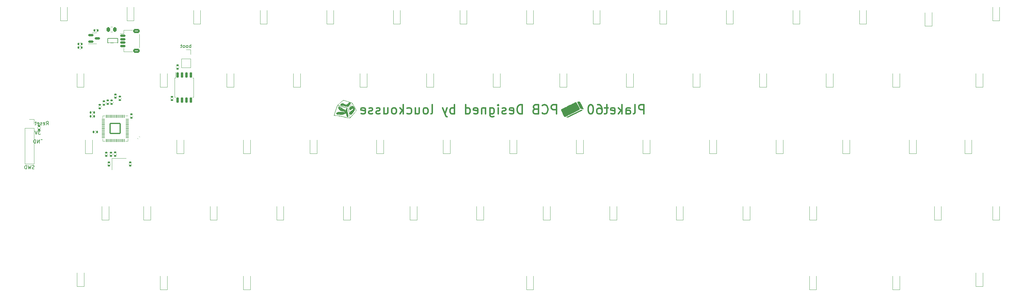
<source format=gbr>
%TF.GenerationSoftware,KiCad,Pcbnew,(6.0.10)*%
%TF.CreationDate,2023-01-23T21:21:06+01:00*%
%TF.ProjectId,plaket60-OG,706c616b-6574-4363-902d-4f472e6b6963,0.1*%
%TF.SameCoordinates,Original*%
%TF.FileFunction,Legend,Bot*%
%TF.FilePolarity,Positive*%
%FSLAX46Y46*%
G04 Gerber Fmt 4.6, Leading zero omitted, Abs format (unit mm)*
G04 Created by KiCad (PCBNEW (6.0.10)) date 2023-01-23 21:21:06*
%MOMM*%
%LPD*%
G01*
G04 APERTURE LIST*
G04 Aperture macros list*
%AMRoundRect*
0 Rectangle with rounded corners*
0 $1 Rounding radius*
0 $2 $3 $4 $5 $6 $7 $8 $9 X,Y pos of 4 corners*
0 Add a 4 corners polygon primitive as box body*
4,1,4,$2,$3,$4,$5,$6,$7,$8,$9,$2,$3,0*
0 Add four circle primitives for the rounded corners*
1,1,$1+$1,$2,$3*
1,1,$1+$1,$4,$5*
1,1,$1+$1,$6,$7*
1,1,$1+$1,$8,$9*
0 Add four rect primitives between the rounded corners*
20,1,$1+$1,$2,$3,$4,$5,0*
20,1,$1+$1,$4,$5,$6,$7,0*
20,1,$1+$1,$6,$7,$8,$9,0*
20,1,$1+$1,$8,$9,$2,$3,0*%
G04 Aperture macros list end*
%ADD10C,0.150000*%
%ADD11C,0.400000*%
%ADD12C,0.120000*%
%ADD13C,3.987800*%
%ADD14C,1.750000*%
%ADD15C,2.500000*%
%ADD16C,3.048000*%
%ADD17C,1.701800*%
%ADD18C,2.250000*%
%ADD19R,1.000000X0.700000*%
%ADD20R,0.600000X0.700000*%
%ADD21R,1.200000X0.900000*%
%ADD22RoundRect,0.140000X-0.170000X0.140000X-0.170000X-0.140000X0.170000X-0.140000X0.170000X0.140000X0*%
%ADD23RoundRect,0.140000X0.170000X-0.140000X0.170000X0.140000X-0.170000X0.140000X-0.170000X-0.140000X0*%
%ADD24RoundRect,0.140000X-0.140000X-0.170000X0.140000X-0.170000X0.140000X0.170000X-0.140000X0.170000X0*%
%ADD25RoundRect,0.135000X0.185000X-0.135000X0.185000X0.135000X-0.185000X0.135000X-0.185000X-0.135000X0*%
%ADD26RoundRect,0.050000X0.387500X0.050000X-0.387500X0.050000X-0.387500X-0.050000X0.387500X-0.050000X0*%
%ADD27RoundRect,0.050000X0.050000X0.387500X-0.050000X0.387500X-0.050000X-0.387500X0.050000X-0.387500X0*%
%ADD28RoundRect,0.144000X1.456000X1.456000X-1.456000X1.456000X-1.456000X-1.456000X1.456000X-1.456000X0*%
%ADD29RoundRect,0.140000X0.140000X0.170000X-0.140000X0.170000X-0.140000X-0.170000X0.140000X-0.170000X0*%
%ADD30R,1.700000X1.700000*%
%ADD31O,1.700000X1.700000*%
%ADD32RoundRect,0.135000X-0.185000X0.135000X-0.185000X-0.135000X0.185000X-0.135000X0.185000X0.135000X0*%
%ADD33RoundRect,0.150000X-0.625000X0.150000X-0.625000X-0.150000X0.625000X-0.150000X0.625000X0.150000X0*%
%ADD34RoundRect,0.250000X-0.650000X0.350000X-0.650000X-0.350000X0.650000X-0.350000X0.650000X0.350000X0*%
%ADD35R,1.400000X1.200000*%
%ADD36RoundRect,0.150000X-0.587500X-0.150000X0.587500X-0.150000X0.587500X0.150000X-0.587500X0.150000X0*%
%ADD37RoundRect,0.150000X-0.150000X0.650000X-0.150000X-0.650000X0.150000X-0.650000X0.150000X0.650000X0*%
%ADD38RoundRect,0.243750X-0.243750X-0.456250X0.243750X-0.456250X0.243750X0.456250X-0.243750X0.456250X0*%
%ADD39RoundRect,0.140000X-0.219203X-0.021213X-0.021213X-0.219203X0.219203X0.021213X0.021213X0.219203X0*%
%ADD40C,0.800000*%
%ADD41C,0.600000*%
G04 APERTURE END LIST*
D10*
X37845904Y-86495000D02*
X37941142Y-86447380D01*
X38084000Y-86447380D01*
X38226857Y-86495000D01*
X38322095Y-86590238D01*
X38369714Y-86685476D01*
X38417333Y-86875952D01*
X38417333Y-87018809D01*
X38369714Y-87209285D01*
X38322095Y-87304523D01*
X38226857Y-87399761D01*
X38084000Y-87447380D01*
X37988761Y-87447380D01*
X37845904Y-87399761D01*
X37798285Y-87352142D01*
X37798285Y-87018809D01*
X37988761Y-87018809D01*
X37369714Y-87447380D02*
X37369714Y-86447380D01*
X36798285Y-87447380D01*
X36798285Y-86447380D01*
X36322095Y-87447380D02*
X36322095Y-86447380D01*
X36084000Y-86447380D01*
X35941142Y-86495000D01*
X35845904Y-86590238D01*
X35798285Y-86685476D01*
X35750666Y-86875952D01*
X35750666Y-87018809D01*
X35798285Y-87209285D01*
X35845904Y-87304523D01*
X35941142Y-87399761D01*
X36084000Y-87447380D01*
X36322095Y-87447380D01*
X39338095Y-82240380D02*
X39671428Y-81764190D01*
X39909523Y-82240380D02*
X39909523Y-81240380D01*
X39528571Y-81240380D01*
X39433333Y-81288000D01*
X39385714Y-81335619D01*
X39338095Y-81430857D01*
X39338095Y-81573714D01*
X39385714Y-81668952D01*
X39433333Y-81716571D01*
X39528571Y-81764190D01*
X39909523Y-81764190D01*
X38528571Y-82192761D02*
X38623809Y-82240380D01*
X38814285Y-82240380D01*
X38909523Y-82192761D01*
X38957142Y-82097523D01*
X38957142Y-81716571D01*
X38909523Y-81621333D01*
X38814285Y-81573714D01*
X38623809Y-81573714D01*
X38528571Y-81621333D01*
X38480952Y-81716571D01*
X38480952Y-81811809D01*
X38957142Y-81907047D01*
X38100000Y-82192761D02*
X38004761Y-82240380D01*
X37814285Y-82240380D01*
X37719047Y-82192761D01*
X37671428Y-82097523D01*
X37671428Y-82049904D01*
X37719047Y-81954666D01*
X37814285Y-81907047D01*
X37957142Y-81907047D01*
X38052380Y-81859428D01*
X38100000Y-81764190D01*
X38100000Y-81716571D01*
X38052380Y-81621333D01*
X37957142Y-81573714D01*
X37814285Y-81573714D01*
X37719047Y-81621333D01*
X36861904Y-82192761D02*
X36957142Y-82240380D01*
X37147619Y-82240380D01*
X37242857Y-82192761D01*
X37290476Y-82097523D01*
X37290476Y-81716571D01*
X37242857Y-81621333D01*
X37147619Y-81573714D01*
X36957142Y-81573714D01*
X36861904Y-81621333D01*
X36814285Y-81716571D01*
X36814285Y-81811809D01*
X37290476Y-81907047D01*
X36528571Y-81573714D02*
X36147619Y-81573714D01*
X36385714Y-81240380D02*
X36385714Y-82097523D01*
X36338095Y-82192761D01*
X36242857Y-82240380D01*
X36147619Y-82240380D01*
D11*
X210321952Y-79027190D02*
X210321952Y-76427190D01*
X209331476Y-76427190D01*
X209083857Y-76551000D01*
X208960047Y-76674809D01*
X208836238Y-76922428D01*
X208836238Y-77293857D01*
X208960047Y-77541476D01*
X209083857Y-77665285D01*
X209331476Y-77789095D01*
X210321952Y-77789095D01*
X207350523Y-79027190D02*
X207598142Y-78903380D01*
X207721952Y-78655761D01*
X207721952Y-76427190D01*
X205245761Y-79027190D02*
X205245761Y-77665285D01*
X205369571Y-77417666D01*
X205617190Y-77293857D01*
X206112428Y-77293857D01*
X206360047Y-77417666D01*
X205245761Y-78903380D02*
X205493380Y-79027190D01*
X206112428Y-79027190D01*
X206360047Y-78903380D01*
X206483857Y-78655761D01*
X206483857Y-78408142D01*
X206360047Y-78160523D01*
X206112428Y-78036714D01*
X205493380Y-78036714D01*
X205245761Y-77912904D01*
X204007666Y-79027190D02*
X204007666Y-76427190D01*
X203760047Y-78036714D02*
X203017190Y-79027190D01*
X203017190Y-77293857D02*
X204007666Y-78284333D01*
X200912428Y-78903380D02*
X201160047Y-79027190D01*
X201655285Y-79027190D01*
X201902904Y-78903380D01*
X202026714Y-78655761D01*
X202026714Y-77665285D01*
X201902904Y-77417666D01*
X201655285Y-77293857D01*
X201160047Y-77293857D01*
X200912428Y-77417666D01*
X200788619Y-77665285D01*
X200788619Y-77912904D01*
X202026714Y-78160523D01*
X200045761Y-77293857D02*
X199055285Y-77293857D01*
X199674333Y-76427190D02*
X199674333Y-78655761D01*
X199550523Y-78903380D01*
X199302904Y-79027190D01*
X199055285Y-79027190D01*
X197074333Y-76427190D02*
X197569571Y-76427190D01*
X197817190Y-76551000D01*
X197941000Y-76674809D01*
X198188619Y-77046238D01*
X198312428Y-77541476D01*
X198312428Y-78531952D01*
X198188619Y-78779571D01*
X198064809Y-78903380D01*
X197817190Y-79027190D01*
X197321952Y-79027190D01*
X197074333Y-78903380D01*
X196950523Y-78779571D01*
X196826714Y-78531952D01*
X196826714Y-77912904D01*
X196950523Y-77665285D01*
X197074333Y-77541476D01*
X197321952Y-77417666D01*
X197817190Y-77417666D01*
X198064809Y-77541476D01*
X198188619Y-77665285D01*
X198312428Y-77912904D01*
X195217190Y-76427190D02*
X194969571Y-76427190D01*
X194721952Y-76551000D01*
X194598142Y-76674809D01*
X194474333Y-76922428D01*
X194350523Y-77417666D01*
X194350523Y-78036714D01*
X194474333Y-78531952D01*
X194598142Y-78779571D01*
X194721952Y-78903380D01*
X194969571Y-79027190D01*
X195217190Y-79027190D01*
X195464809Y-78903380D01*
X195588619Y-78779571D01*
X195712428Y-78531952D01*
X195836238Y-78036714D01*
X195836238Y-77417666D01*
X195712428Y-76922428D01*
X195588619Y-76674809D01*
X195464809Y-76551000D01*
X195217190Y-76427190D01*
X185312428Y-79027190D02*
X185312428Y-76427190D01*
X184321952Y-76427190D01*
X184074333Y-76551000D01*
X183950523Y-76674809D01*
X183826714Y-76922428D01*
X183826714Y-77293857D01*
X183950523Y-77541476D01*
X184074333Y-77665285D01*
X184321952Y-77789095D01*
X185312428Y-77789095D01*
X181226714Y-78779571D02*
X181350523Y-78903380D01*
X181721952Y-79027190D01*
X181969571Y-79027190D01*
X182341000Y-78903380D01*
X182588619Y-78655761D01*
X182712428Y-78408142D01*
X182836238Y-77912904D01*
X182836238Y-77541476D01*
X182712428Y-77046238D01*
X182588619Y-76798619D01*
X182341000Y-76551000D01*
X181969571Y-76427190D01*
X181721952Y-76427190D01*
X181350523Y-76551000D01*
X181226714Y-76674809D01*
X179245761Y-77665285D02*
X178874333Y-77789095D01*
X178750523Y-77912904D01*
X178626714Y-78160523D01*
X178626714Y-78531952D01*
X178750523Y-78779571D01*
X178874333Y-78903380D01*
X179121952Y-79027190D01*
X180112428Y-79027190D01*
X180112428Y-76427190D01*
X179245761Y-76427190D01*
X178998142Y-76551000D01*
X178874333Y-76674809D01*
X178750523Y-76922428D01*
X178750523Y-77170047D01*
X178874333Y-77417666D01*
X178998142Y-77541476D01*
X179245761Y-77665285D01*
X180112428Y-77665285D01*
X175531476Y-79027190D02*
X175531476Y-76427190D01*
X174912428Y-76427190D01*
X174541000Y-76551000D01*
X174293380Y-76798619D01*
X174169571Y-77046238D01*
X174045761Y-77541476D01*
X174045761Y-77912904D01*
X174169571Y-78408142D01*
X174293380Y-78655761D01*
X174541000Y-78903380D01*
X174912428Y-79027190D01*
X175531476Y-79027190D01*
X171941000Y-78903380D02*
X172188619Y-79027190D01*
X172683857Y-79027190D01*
X172931476Y-78903380D01*
X173055285Y-78655761D01*
X173055285Y-77665285D01*
X172931476Y-77417666D01*
X172683857Y-77293857D01*
X172188619Y-77293857D01*
X171941000Y-77417666D01*
X171817190Y-77665285D01*
X171817190Y-77912904D01*
X173055285Y-78160523D01*
X170826714Y-78903380D02*
X170579095Y-79027190D01*
X170083857Y-79027190D01*
X169836238Y-78903380D01*
X169712428Y-78655761D01*
X169712428Y-78531952D01*
X169836238Y-78284333D01*
X170083857Y-78160523D01*
X170455285Y-78160523D01*
X170702904Y-78036714D01*
X170826714Y-77789095D01*
X170826714Y-77665285D01*
X170702904Y-77417666D01*
X170455285Y-77293857D01*
X170083857Y-77293857D01*
X169836238Y-77417666D01*
X168598142Y-79027190D02*
X168598142Y-77293857D01*
X168598142Y-76427190D02*
X168721952Y-76551000D01*
X168598142Y-76674809D01*
X168474333Y-76551000D01*
X168598142Y-76427190D01*
X168598142Y-76674809D01*
X166245761Y-77293857D02*
X166245761Y-79398619D01*
X166369571Y-79646238D01*
X166493380Y-79770047D01*
X166741000Y-79893857D01*
X167112428Y-79893857D01*
X167360047Y-79770047D01*
X166245761Y-78903380D02*
X166493380Y-79027190D01*
X166988619Y-79027190D01*
X167236238Y-78903380D01*
X167360047Y-78779571D01*
X167483857Y-78531952D01*
X167483857Y-77789095D01*
X167360047Y-77541476D01*
X167236238Y-77417666D01*
X166988619Y-77293857D01*
X166493380Y-77293857D01*
X166245761Y-77417666D01*
X165007666Y-77293857D02*
X165007666Y-79027190D01*
X165007666Y-77541476D02*
X164883857Y-77417666D01*
X164636238Y-77293857D01*
X164264809Y-77293857D01*
X164017190Y-77417666D01*
X163893380Y-77665285D01*
X163893380Y-79027190D01*
X161664809Y-78903380D02*
X161912428Y-79027190D01*
X162407666Y-79027190D01*
X162655285Y-78903380D01*
X162779095Y-78655761D01*
X162779095Y-77665285D01*
X162655285Y-77417666D01*
X162407666Y-77293857D01*
X161912428Y-77293857D01*
X161664809Y-77417666D01*
X161541000Y-77665285D01*
X161541000Y-77912904D01*
X162779095Y-78160523D01*
X159312428Y-79027190D02*
X159312428Y-76427190D01*
X159312428Y-78903380D02*
X159560047Y-79027190D01*
X160055285Y-79027190D01*
X160302904Y-78903380D01*
X160426714Y-78779571D01*
X160550523Y-78531952D01*
X160550523Y-77789095D01*
X160426714Y-77541476D01*
X160302904Y-77417666D01*
X160055285Y-77293857D01*
X159560047Y-77293857D01*
X159312428Y-77417666D01*
X156093380Y-79027190D02*
X156093380Y-76427190D01*
X156093380Y-77417666D02*
X155845761Y-77293857D01*
X155350523Y-77293857D01*
X155102904Y-77417666D01*
X154979095Y-77541476D01*
X154855285Y-77789095D01*
X154855285Y-78531952D01*
X154979095Y-78779571D01*
X155102904Y-78903380D01*
X155350523Y-79027190D01*
X155845761Y-79027190D01*
X156093380Y-78903380D01*
X153988619Y-77293857D02*
X153369571Y-79027190D01*
X152750523Y-77293857D02*
X153369571Y-79027190D01*
X153617190Y-79646238D01*
X153741000Y-79770047D01*
X153988619Y-79893857D01*
X149407666Y-79027190D02*
X149655285Y-78903380D01*
X149779095Y-78655761D01*
X149779095Y-76427190D01*
X148045761Y-79027190D02*
X148293380Y-78903380D01*
X148417190Y-78779571D01*
X148541000Y-78531952D01*
X148541000Y-77789095D01*
X148417190Y-77541476D01*
X148293380Y-77417666D01*
X148045761Y-77293857D01*
X147674333Y-77293857D01*
X147426714Y-77417666D01*
X147302904Y-77541476D01*
X147179095Y-77789095D01*
X147179095Y-78531952D01*
X147302904Y-78779571D01*
X147426714Y-78903380D01*
X147674333Y-79027190D01*
X148045761Y-79027190D01*
X144950523Y-77293857D02*
X144950523Y-79027190D01*
X146064809Y-77293857D02*
X146064809Y-78655761D01*
X145941000Y-78903380D01*
X145693380Y-79027190D01*
X145321952Y-79027190D01*
X145074333Y-78903380D01*
X144950523Y-78779571D01*
X142598142Y-78903380D02*
X142845761Y-79027190D01*
X143341000Y-79027190D01*
X143588619Y-78903380D01*
X143712428Y-78779571D01*
X143836238Y-78531952D01*
X143836238Y-77789095D01*
X143712428Y-77541476D01*
X143588619Y-77417666D01*
X143341000Y-77293857D01*
X142845761Y-77293857D01*
X142598142Y-77417666D01*
X141483857Y-79027190D02*
X141483857Y-76427190D01*
X141236238Y-78036714D02*
X140493380Y-79027190D01*
X140493380Y-77293857D02*
X141483857Y-78284333D01*
X139007666Y-79027190D02*
X139255285Y-78903380D01*
X139379095Y-78779571D01*
X139502904Y-78531952D01*
X139502904Y-77789095D01*
X139379095Y-77541476D01*
X139255285Y-77417666D01*
X139007666Y-77293857D01*
X138636238Y-77293857D01*
X138388619Y-77417666D01*
X138264809Y-77541476D01*
X138141000Y-77789095D01*
X138141000Y-78531952D01*
X138264809Y-78779571D01*
X138388619Y-78903380D01*
X138636238Y-79027190D01*
X139007666Y-79027190D01*
X135912428Y-77293857D02*
X135912428Y-79027190D01*
X137026714Y-77293857D02*
X137026714Y-78655761D01*
X136902904Y-78903380D01*
X136655285Y-79027190D01*
X136283857Y-79027190D01*
X136036238Y-78903380D01*
X135912428Y-78779571D01*
X134798142Y-78903380D02*
X134550523Y-79027190D01*
X134055285Y-79027190D01*
X133807666Y-78903380D01*
X133683857Y-78655761D01*
X133683857Y-78531952D01*
X133807666Y-78284333D01*
X134055285Y-78160523D01*
X134426714Y-78160523D01*
X134674333Y-78036714D01*
X134798142Y-77789095D01*
X134798142Y-77665285D01*
X134674333Y-77417666D01*
X134426714Y-77293857D01*
X134055285Y-77293857D01*
X133807666Y-77417666D01*
X132693380Y-78903380D02*
X132445761Y-79027190D01*
X131950523Y-79027190D01*
X131702904Y-78903380D01*
X131579095Y-78655761D01*
X131579095Y-78531952D01*
X131702904Y-78284333D01*
X131950523Y-78160523D01*
X132321952Y-78160523D01*
X132569571Y-78036714D01*
X132693380Y-77789095D01*
X132693380Y-77665285D01*
X132569571Y-77417666D01*
X132321952Y-77293857D01*
X131950523Y-77293857D01*
X131702904Y-77417666D01*
X129474333Y-78903380D02*
X129721952Y-79027190D01*
X130217190Y-79027190D01*
X130464809Y-78903380D01*
X130588619Y-78655761D01*
X130588619Y-77665285D01*
X130464809Y-77417666D01*
X130217190Y-77293857D01*
X129721952Y-77293857D01*
X129474333Y-77417666D01*
X129350523Y-77665285D01*
X129350523Y-77912904D01*
X130588619Y-78160523D01*
D10*
X37718904Y-83907380D02*
X37099857Y-83907380D01*
X37433190Y-84288333D01*
X37290333Y-84288333D01*
X37195095Y-84335952D01*
X37147476Y-84383571D01*
X37099857Y-84478809D01*
X37099857Y-84716904D01*
X37147476Y-84812142D01*
X37195095Y-84859761D01*
X37290333Y-84907380D01*
X37576047Y-84907380D01*
X37671285Y-84859761D01*
X37718904Y-84812142D01*
X36814142Y-83907380D02*
X36480809Y-84907380D01*
X36147476Y-83907380D01*
%TO.C,J2*%
X35907142Y-94819761D02*
X35764285Y-94867380D01*
X35526190Y-94867380D01*
X35430952Y-94819761D01*
X35383333Y-94772142D01*
X35335714Y-94676904D01*
X35335714Y-94581666D01*
X35383333Y-94486428D01*
X35430952Y-94438809D01*
X35526190Y-94391190D01*
X35716666Y-94343571D01*
X35811904Y-94295952D01*
X35859523Y-94248333D01*
X35907142Y-94153095D01*
X35907142Y-94057857D01*
X35859523Y-93962619D01*
X35811904Y-93915000D01*
X35716666Y-93867380D01*
X35478571Y-93867380D01*
X35335714Y-93915000D01*
X35002380Y-93867380D02*
X34764285Y-94867380D01*
X34573809Y-94153095D01*
X34383333Y-94867380D01*
X34145238Y-93867380D01*
X33764285Y-94867380D02*
X33764285Y-93867380D01*
X33526190Y-93867380D01*
X33383333Y-93915000D01*
X33288095Y-94010238D01*
X33240476Y-94105476D01*
X33192857Y-94295952D01*
X33192857Y-94438809D01*
X33240476Y-94629285D01*
X33288095Y-94724523D01*
X33383333Y-94819761D01*
X33526190Y-94867380D01*
X33764285Y-94867380D01*
%TO.C,boot*%
X80779761Y-60082380D02*
X80779761Y-59082380D01*
X80779761Y-59463333D02*
X80684523Y-59415714D01*
X80494047Y-59415714D01*
X80398809Y-59463333D01*
X80351190Y-59510952D01*
X80303571Y-59606190D01*
X80303571Y-59891904D01*
X80351190Y-59987142D01*
X80398809Y-60034761D01*
X80494047Y-60082380D01*
X80684523Y-60082380D01*
X80779761Y-60034761D01*
X79732142Y-60082380D02*
X79827380Y-60034761D01*
X79875000Y-59987142D01*
X79922619Y-59891904D01*
X79922619Y-59606190D01*
X79875000Y-59510952D01*
X79827380Y-59463333D01*
X79732142Y-59415714D01*
X79589285Y-59415714D01*
X79494047Y-59463333D01*
X79446428Y-59510952D01*
X79398809Y-59606190D01*
X79398809Y-59891904D01*
X79446428Y-59987142D01*
X79494047Y-60034761D01*
X79589285Y-60082380D01*
X79732142Y-60082380D01*
X78827380Y-60082380D02*
X78922619Y-60034761D01*
X78970238Y-59987142D01*
X79017857Y-59891904D01*
X79017857Y-59606190D01*
X78970238Y-59510952D01*
X78922619Y-59463333D01*
X78827380Y-59415714D01*
X78684523Y-59415714D01*
X78589285Y-59463333D01*
X78541666Y-59510952D01*
X78494047Y-59606190D01*
X78494047Y-59891904D01*
X78541666Y-59987142D01*
X78589285Y-60034761D01*
X78684523Y-60082380D01*
X78827380Y-60082380D01*
X78208333Y-59415714D02*
X77827380Y-59415714D01*
X78065476Y-59082380D02*
X78065476Y-59939523D01*
X78017857Y-60034761D01*
X77922619Y-60082380D01*
X77827380Y-60082380D01*
%TO.C,U4*%
X59870000Y-57389000D02*
X56970000Y-57389000D01*
X59870000Y-58689000D02*
X56970000Y-58689000D01*
X59870000Y-57389000D02*
X59870000Y-58689000D01*
X56970000Y-58689000D02*
X56970000Y-57389000D01*
D12*
%TO.C,D19*%
X107275000Y-109500000D02*
X105275000Y-109500000D01*
X107275000Y-109500000D02*
X107275000Y-105600000D01*
X105275000Y-109500000D02*
X105275000Y-105600000D01*
%TO.C,C_3V-Decoup8*%
X57540000Y-90542164D02*
X57540000Y-90757836D01*
X58260000Y-90542164D02*
X58260000Y-90757836D01*
%TO.C,G\u002A\u002A\u002A*%
G36*
X191732521Y-75573886D02*
G01*
X191985236Y-75576565D01*
X192034036Y-75599439D01*
X192040126Y-75602267D01*
X192053822Y-75608589D01*
X192066375Y-75614808D01*
X192078251Y-75621737D01*
X192089916Y-75630185D01*
X192101834Y-75640963D01*
X192114471Y-75654884D01*
X192128291Y-75672757D01*
X192143760Y-75695394D01*
X192161343Y-75723605D01*
X192181506Y-75758203D01*
X192204713Y-75799997D01*
X192231430Y-75849800D01*
X192262122Y-75908421D01*
X192297253Y-75976672D01*
X192337290Y-76055365D01*
X192382698Y-76145309D01*
X192433941Y-76247317D01*
X192491485Y-76362199D01*
X192555795Y-76490766D01*
X192627336Y-76633829D01*
X192647415Y-76673980D01*
X192716020Y-76811251D01*
X192777406Y-76934243D01*
X192831958Y-77043757D01*
X192880062Y-77140594D01*
X192922103Y-77225556D01*
X192958466Y-77299444D01*
X192989536Y-77363061D01*
X193015700Y-77417206D01*
X193037343Y-77462682D01*
X193054849Y-77500291D01*
X193068605Y-77530833D01*
X193078995Y-77555111D01*
X193086406Y-77573926D01*
X193091222Y-77588078D01*
X193093829Y-77598371D01*
X193094612Y-77605605D01*
X193087833Y-77644268D01*
X193066262Y-77678019D01*
X193031089Y-77701973D01*
X193021998Y-77705266D01*
X192988318Y-77710305D01*
X192940413Y-77709561D01*
X192940046Y-77709538D01*
X192914049Y-77708109D01*
X192873959Y-77706198D01*
X192822743Y-77703932D01*
X192763369Y-77701440D01*
X192698804Y-77698849D01*
X192632015Y-77696287D01*
X192556805Y-77693336D01*
X192492555Y-77690357D01*
X192441126Y-77687197D01*
X192400314Y-77683552D01*
X192367912Y-77679116D01*
X192341716Y-77673583D01*
X192319521Y-77666651D01*
X192299122Y-77658012D01*
X192278314Y-77647362D01*
X192266995Y-77641183D01*
X192255216Y-77634249D01*
X192243951Y-77626495D01*
X192232720Y-77617068D01*
X192221042Y-77605114D01*
X192208435Y-77589780D01*
X192194420Y-77570214D01*
X192178514Y-77545562D01*
X192160237Y-77514970D01*
X192139107Y-77477586D01*
X192114645Y-77432556D01*
X192086368Y-77379028D01*
X192053795Y-77316148D01*
X192016447Y-77243062D01*
X191973841Y-77158918D01*
X191925496Y-77062862D01*
X191870933Y-76954042D01*
X191809669Y-76831604D01*
X191741224Y-76694694D01*
X191312757Y-75837542D01*
X191312945Y-75779870D01*
X191312946Y-75779675D01*
X191317129Y-75728159D01*
X191328740Y-75687931D01*
X191345701Y-75659773D01*
X191376209Y-75625776D01*
X191411879Y-75597779D01*
X191447149Y-75580814D01*
X191448923Y-75580340D01*
X191472119Y-75577169D01*
X191511961Y-75574941D01*
X191568566Y-75573653D01*
X191642047Y-75573303D01*
X191732521Y-75573886D01*
G37*
G36*
X192493716Y-77880825D02*
G01*
X192517734Y-77881849D01*
X192586208Y-77884872D01*
X192640212Y-77887604D01*
X192681777Y-77890344D01*
X192712935Y-77893396D01*
X192735716Y-77897061D01*
X192752153Y-77901640D01*
X192764275Y-77907434D01*
X192774115Y-77914746D01*
X192783704Y-77923876D01*
X192785722Y-77925909D01*
X192802524Y-77945966D01*
X192810129Y-77966048D01*
X192811914Y-77994621D01*
X192811873Y-77999205D01*
X192807234Y-78034245D01*
X192793761Y-78060233D01*
X192792150Y-78061667D01*
X192780768Y-78068895D01*
X192758729Y-78081353D01*
X192725755Y-78099179D01*
X192681571Y-78122515D01*
X192625902Y-78151499D01*
X192558470Y-78186272D01*
X192479000Y-78226974D01*
X192387215Y-78273745D01*
X192282840Y-78326725D01*
X192165599Y-78386054D01*
X192035215Y-78451871D01*
X191891413Y-78524318D01*
X191733916Y-78603533D01*
X191562448Y-78689657D01*
X191376734Y-78782830D01*
X191176497Y-78883191D01*
X190961460Y-78990882D01*
X190731349Y-79106041D01*
X188687091Y-80128770D01*
X188487492Y-80129244D01*
X188452490Y-80129282D01*
X188393359Y-80129011D01*
X188348121Y-80128172D01*
X188314609Y-80126644D01*
X188290656Y-80124307D01*
X188274097Y-80121041D01*
X188262764Y-80116724D01*
X188249745Y-80108410D01*
X188225937Y-80080489D01*
X188213805Y-80045044D01*
X188214368Y-80006471D01*
X188228641Y-79969165D01*
X188231120Y-79966183D01*
X188236484Y-79961637D01*
X188245050Y-79955624D01*
X188257346Y-79947876D01*
X188273900Y-79938124D01*
X188295237Y-79926099D01*
X188321887Y-79911534D01*
X188354376Y-79894158D01*
X188393232Y-79873705D01*
X188438982Y-79849904D01*
X188492153Y-79822488D01*
X188553274Y-79791188D01*
X188622872Y-79755735D01*
X188701473Y-79715861D01*
X188789606Y-79671298D01*
X188887798Y-79621775D01*
X188996576Y-79567026D01*
X189116468Y-79506781D01*
X189248002Y-79440771D01*
X189391703Y-79368729D01*
X189548101Y-79290386D01*
X189717723Y-79205472D01*
X189901095Y-79113720D01*
X190098746Y-79014860D01*
X190311203Y-78908625D01*
X192376833Y-77875856D01*
X192493716Y-77880825D01*
G37*
G36*
X190938422Y-75731590D02*
G01*
X191003738Y-75758433D01*
X191062704Y-75799342D01*
X191066048Y-75802427D01*
X191072658Y-75809579D01*
X191080256Y-75819380D01*
X191089284Y-75832675D01*
X191100185Y-75850312D01*
X191113401Y-75873135D01*
X191129375Y-75901993D01*
X191148549Y-75937730D01*
X191171366Y-75981193D01*
X191198269Y-76033229D01*
X191229700Y-76094683D01*
X191266101Y-76166402D01*
X191307915Y-76249233D01*
X191355584Y-76344021D01*
X191409552Y-76451613D01*
X191470260Y-76572855D01*
X191538151Y-76708593D01*
X191976670Y-77585681D01*
X191976670Y-77669082D01*
X191976585Y-77687507D01*
X191975314Y-77724080D01*
X191971745Y-77751461D01*
X191964898Y-77775310D01*
X191953795Y-77801284D01*
X191952800Y-77803439D01*
X191948593Y-77813230D01*
X191945002Y-77822168D01*
X191941477Y-77830547D01*
X191937470Y-77838661D01*
X191932431Y-77846806D01*
X191925811Y-77855275D01*
X191917061Y-77864364D01*
X191905631Y-77874366D01*
X191890973Y-77885577D01*
X191872537Y-77898292D01*
X191849774Y-77912804D01*
X191822135Y-77929409D01*
X191789071Y-77948401D01*
X191750032Y-77970074D01*
X191704470Y-77994724D01*
X191651834Y-78022644D01*
X191591577Y-78054130D01*
X191523149Y-78089476D01*
X191446000Y-78128977D01*
X191359582Y-78172926D01*
X191263344Y-78221620D01*
X191156740Y-78275353D01*
X191039218Y-78334418D01*
X190910229Y-78399111D01*
X190769226Y-78469726D01*
X190615657Y-78546559D01*
X190448975Y-78629903D01*
X190268630Y-78720053D01*
X190074073Y-78817303D01*
X189864754Y-78921949D01*
X189746691Y-78980963D01*
X189575102Y-79066668D01*
X189407690Y-79150211D01*
X189245110Y-79231267D01*
X189088017Y-79309513D01*
X188937067Y-79384624D01*
X188792914Y-79456276D01*
X188656215Y-79524144D01*
X188527624Y-79587904D01*
X188407798Y-79647232D01*
X188297390Y-79701802D01*
X188197058Y-79751292D01*
X188107455Y-79795376D01*
X188029238Y-79833729D01*
X187963061Y-79866029D01*
X187909580Y-79891950D01*
X187869451Y-79911167D01*
X187843328Y-79923357D01*
X187831868Y-79928195D01*
X187815729Y-79932226D01*
X187786521Y-79938125D01*
X187765208Y-79940689D01*
X187739743Y-79939402D01*
X187696055Y-79932097D01*
X187650947Y-79920058D01*
X187612504Y-79905166D01*
X187608430Y-79903200D01*
X187595828Y-79897037D01*
X187584175Y-79890736D01*
X187572992Y-79883456D01*
X187561798Y-79874352D01*
X187550113Y-79862582D01*
X187537457Y-79847304D01*
X187523350Y-79827673D01*
X187507312Y-79802848D01*
X187488862Y-79771986D01*
X187467522Y-79734243D01*
X187442811Y-79688776D01*
X187414248Y-79634743D01*
X187381354Y-79571301D01*
X187343648Y-79497607D01*
X187300651Y-79412818D01*
X187251882Y-79316091D01*
X187196862Y-79206583D01*
X187135110Y-79083451D01*
X187066146Y-78945852D01*
X186631192Y-78078015D01*
X186631149Y-77988066D01*
X186631437Y-77951224D01*
X186633068Y-77919401D01*
X186636921Y-77895301D01*
X186643864Y-77873840D01*
X186654767Y-77849933D01*
X186658900Y-77841115D01*
X186662869Y-77832142D01*
X186666723Y-77823736D01*
X186671013Y-77815603D01*
X186676290Y-77807447D01*
X186683105Y-77798974D01*
X186692009Y-77789889D01*
X186703553Y-77779898D01*
X186718289Y-77768705D01*
X186736766Y-77756015D01*
X186759536Y-77741535D01*
X186787150Y-77724970D01*
X186820159Y-77706023D01*
X186859114Y-77684402D01*
X186904566Y-77659811D01*
X186957066Y-77631955D01*
X187017165Y-77600540D01*
X187085413Y-77565271D01*
X187162363Y-77525853D01*
X187248564Y-77481992D01*
X187344568Y-77433392D01*
X187450926Y-77379759D01*
X187568189Y-77320799D01*
X187696907Y-77256216D01*
X187837632Y-77185716D01*
X187990915Y-77109004D01*
X188157307Y-77025785D01*
X188337358Y-76935765D01*
X188531621Y-76838648D01*
X188740645Y-76734141D01*
X188849180Y-76679885D01*
X189020632Y-76594243D01*
X189187981Y-76510729D01*
X189350566Y-76429669D01*
X189507728Y-76351390D01*
X189658808Y-76276219D01*
X189803146Y-76204481D01*
X189940082Y-76136503D01*
X190068957Y-76072611D01*
X190189111Y-76013133D01*
X190299885Y-75958393D01*
X190400619Y-75908720D01*
X190490653Y-75864439D01*
X190569327Y-75825876D01*
X190635983Y-75793358D01*
X190689960Y-75767212D01*
X190730599Y-75747763D01*
X190757240Y-75735339D01*
X190769224Y-75730266D01*
X190801032Y-75722995D01*
X190869829Y-75719536D01*
X190938422Y-75731590D01*
G37*
%TO.C,D46*%
X221575000Y-109500000D02*
X219575000Y-109500000D01*
X221575000Y-109500000D02*
X221575000Y-105600000D01*
X219575000Y-109500000D02*
X219575000Y-105600000D01*
%TO.C,G\u002A\u002A\u002A*%
G36*
X125864222Y-77653779D02*
G01*
X125868658Y-77662458D01*
X125873395Y-77683873D01*
X125871064Y-77690164D01*
X125864222Y-77678858D01*
X125861373Y-77671875D01*
X125855750Y-77653193D01*
X125856700Y-77645900D01*
X125864222Y-77653779D01*
G37*
G36*
X123426545Y-75953423D02*
G01*
X123421529Y-75958439D01*
X123416513Y-75953423D01*
X123421529Y-75948407D01*
X123426545Y-75953423D01*
G37*
G36*
X126427271Y-76934012D02*
G01*
X126417006Y-76944460D01*
X126403028Y-76951567D01*
X126400030Y-76951431D01*
X126396733Y-76948728D01*
X126404064Y-76943496D01*
X126420976Y-76931173D01*
X126431080Y-76923927D01*
X126435819Y-76922279D01*
X126427271Y-76934012D01*
G37*
G36*
X124556771Y-80014547D02*
G01*
X124558340Y-80017565D01*
X124550083Y-80021235D01*
X124544773Y-80020511D01*
X124543396Y-80014547D01*
X124544866Y-80013347D01*
X124556771Y-80014547D01*
G37*
G36*
X127489341Y-78792365D02*
G01*
X127484325Y-78797380D01*
X127479309Y-78792365D01*
X127484325Y-78787349D01*
X127489341Y-78792365D01*
G37*
G36*
X123175755Y-79243786D02*
G01*
X123170739Y-79248802D01*
X123165723Y-79243786D01*
X123170739Y-79238771D01*
X123175755Y-79243786D01*
G37*
G36*
X126391741Y-76963339D02*
G01*
X126383898Y-76973956D01*
X126365423Y-76991286D01*
X126343984Y-77009104D01*
X126329019Y-77019720D01*
X126328281Y-77016414D01*
X126341676Y-76999217D01*
X126353714Y-76985592D01*
X126374212Y-76967314D01*
X126390502Y-76961752D01*
X126391741Y-76963339D01*
G37*
G36*
X126391666Y-75870779D02*
G01*
X126395553Y-75878034D01*
X126385865Y-75873920D01*
X126382670Y-75873048D01*
X126387190Y-75880554D01*
X126403020Y-75897207D01*
X126412335Y-75905710D01*
X126433636Y-75921094D01*
X126448075Y-75925970D01*
X126449084Y-75925892D01*
X126460849Y-75934441D01*
X126475545Y-75955444D01*
X126490032Y-75983013D01*
X126501174Y-76011263D01*
X126501304Y-76011907D01*
X126505831Y-76034307D01*
X126505311Y-76039000D01*
X126495192Y-76060746D01*
X126476150Y-76083834D01*
X126469466Y-76090502D01*
X126459908Y-76101757D01*
X126452713Y-76110229D01*
X126445957Y-76123329D01*
X126445378Y-76128204D01*
X126440304Y-76143187D01*
X126437007Y-76152921D01*
X126420694Y-76187790D01*
X126404059Y-76218607D01*
X126399025Y-76227932D01*
X126374583Y-76268471D01*
X126349953Y-76304529D01*
X126325606Y-76338005D01*
X126313827Y-76354687D01*
X126294766Y-76381682D01*
X126268679Y-76419892D01*
X126258278Y-76434614D01*
X126250961Y-76444971D01*
X126247391Y-76450025D01*
X126235841Y-76465035D01*
X126229804Y-76472881D01*
X126215014Y-76492103D01*
X126183409Y-76529891D01*
X126156860Y-76562212D01*
X126123606Y-76607473D01*
X126105256Y-76635572D01*
X126098705Y-76645603D01*
X126095657Y-76650270D01*
X126089712Y-76659664D01*
X126088982Y-76660651D01*
X126061604Y-76697658D01*
X126021323Y-76745793D01*
X125975974Y-76796077D01*
X125970987Y-76801607D01*
X125941548Y-76832441D01*
X125912720Y-76862636D01*
X125902176Y-76873304D01*
X125885040Y-76890641D01*
X125826177Y-76947779D01*
X125776473Y-76991646D01*
X125769739Y-76996709D01*
X125743052Y-77016772D01*
X125733535Y-77023927D01*
X125694973Y-77046311D01*
X125658394Y-77060485D01*
X125621407Y-77068135D01*
X125573981Y-77074424D01*
X125517221Y-77082427D01*
X125477732Y-77088763D01*
X125453893Y-77093699D01*
X125444088Y-77097505D01*
X125435336Y-77099083D01*
X125410063Y-77099539D01*
X125372736Y-77098499D01*
X125327676Y-77096018D01*
X125290455Y-77093652D01*
X125248255Y-77091309D01*
X125216147Y-77089920D01*
X125199091Y-77089727D01*
X125188840Y-77088182D01*
X125175468Y-77076437D01*
X125171777Y-77070112D01*
X125161768Y-77067080D01*
X125153645Y-77066956D01*
X125138099Y-77056633D01*
X125127624Y-77047610D01*
X125116796Y-77042532D01*
X125114673Y-77042800D01*
X125098227Y-77039097D01*
X125078185Y-77029798D01*
X125062068Y-77018948D01*
X125060852Y-77016772D01*
X125563274Y-77016772D01*
X125568290Y-77021788D01*
X125573306Y-77016772D01*
X125593369Y-77016772D01*
X125598385Y-77021788D01*
X125603401Y-77016772D01*
X125598385Y-77011756D01*
X125593369Y-77016772D01*
X125573306Y-77016772D01*
X125568290Y-77011756D01*
X125563274Y-77016772D01*
X125060852Y-77016772D01*
X125057398Y-77010592D01*
X125054687Y-77003892D01*
X125039080Y-76999946D01*
X125017249Y-77001141D01*
X125012297Y-77000800D01*
X124992414Y-76993986D01*
X124966846Y-76981939D01*
X124943377Y-76968529D01*
X124929788Y-76957629D01*
X124925068Y-76954108D01*
X124908527Y-76954303D01*
X124906649Y-76954825D01*
X124887219Y-76952218D01*
X124862684Y-76941055D01*
X124850812Y-76935038D01*
X124846663Y-76933796D01*
X125116248Y-76933796D01*
X125118361Y-76941158D01*
X125133565Y-76951926D01*
X125146953Y-76958547D01*
X125150827Y-76958234D01*
X125139678Y-76945812D01*
X125126769Y-76935404D01*
X125116248Y-76933796D01*
X124846663Y-76933796D01*
X124822248Y-76926488D01*
X125091789Y-76926488D01*
X125096805Y-76931504D01*
X125101821Y-76926488D01*
X125096805Y-76921472D01*
X125091789Y-76926488D01*
X124822248Y-76926488D01*
X124822178Y-76926467D01*
X124780964Y-76920178D01*
X124723440Y-76915488D01*
X124705903Y-76914142D01*
X125119112Y-76914142D01*
X125126718Y-76920821D01*
X125135696Y-76926488D01*
X125146963Y-76933600D01*
X125158961Y-76941240D01*
X125179122Y-76957611D01*
X125179529Y-76958234D01*
X125187090Y-76969807D01*
X125191044Y-76980707D01*
X125207953Y-76995162D01*
X125230316Y-77001571D01*
X125235492Y-77000592D01*
X125236258Y-76996709D01*
X125272358Y-76996709D01*
X125277374Y-77001725D01*
X125282390Y-76996709D01*
X125533180Y-76996709D01*
X125538195Y-77001725D01*
X125543211Y-76996709D01*
X125538195Y-76991693D01*
X125533180Y-76996709D01*
X125282390Y-76996709D01*
X125277374Y-76991693D01*
X125272358Y-76996709D01*
X125236258Y-76996709D01*
X125237248Y-76991693D01*
X125236630Y-76989621D01*
X125245928Y-76983816D01*
X125270930Y-76981662D01*
X125279268Y-76981851D01*
X125302984Y-76984856D01*
X125314156Y-76990360D01*
X125320754Y-76993747D01*
X125334663Y-76990513D01*
X125514070Y-76990513D01*
X125518764Y-76989551D01*
X125538710Y-76985985D01*
X125568054Y-76980988D01*
X125585102Y-76977331D01*
X125613541Y-76967342D01*
X125630084Y-76956085D01*
X125639271Y-76947654D01*
X125653057Y-76946241D01*
X125655222Y-76946997D01*
X125670941Y-76942353D01*
X125691343Y-76927372D01*
X125693356Y-76925504D01*
X125717210Y-76904498D01*
X125737189Y-76888558D01*
X125747015Y-76880856D01*
X125748098Y-76873304D01*
X125731990Y-76864563D01*
X125730593Y-76863935D01*
X125714379Y-76859676D01*
X125700854Y-76866438D01*
X125683470Y-76887288D01*
X125675644Y-76896393D01*
X125666702Y-76906797D01*
X125636139Y-76931128D01*
X125629693Y-76933754D01*
X125606275Y-76943295D01*
X125581908Y-76940770D01*
X125571508Y-76936874D01*
X125558174Y-76941672D01*
X125554510Y-76945279D01*
X125540010Y-76945106D01*
X125535217Y-76942865D01*
X125535709Y-76946637D01*
X125536591Y-76956506D01*
X125526631Y-76973324D01*
X125516642Y-76985198D01*
X125514070Y-76990513D01*
X125334663Y-76990513D01*
X125338065Y-76989722D01*
X125339951Y-76988743D01*
X125352109Y-76974794D01*
X125358939Y-76954359D01*
X125360002Y-76933754D01*
X125354862Y-76919293D01*
X125343081Y-76917291D01*
X125313947Y-76927317D01*
X125291286Y-76927860D01*
X125273024Y-76917059D01*
X125259314Y-76907735D01*
X125247683Y-76910787D01*
X125236696Y-76918428D01*
X125213685Y-76921218D01*
X125189625Y-76916690D01*
X125174150Y-76905532D01*
X125172567Y-76902793D01*
X125166809Y-76897739D01*
X125274133Y-76897739D01*
X125282390Y-76901409D01*
X125287700Y-76900685D01*
X125289077Y-76894721D01*
X125287607Y-76893521D01*
X125275702Y-76894721D01*
X125274133Y-76897739D01*
X125166809Y-76897739D01*
X125163580Y-76894905D01*
X125150991Y-76903830D01*
X125140668Y-76910994D01*
X125121795Y-76914023D01*
X125119112Y-76914142D01*
X124705903Y-76914142D01*
X124690190Y-76912936D01*
X124644031Y-76907767D01*
X124606063Y-76901641D01*
X124582214Y-76895403D01*
X124573809Y-76892327D01*
X124555570Y-76887435D01*
X125071726Y-76887435D01*
X125074507Y-76891172D01*
X125086005Y-76889776D01*
X125096734Y-76881461D01*
X125097650Y-76876817D01*
X125087295Y-76877518D01*
X125079595Y-76880992D01*
X125071726Y-76887435D01*
X124555570Y-76887435D01*
X124538978Y-76882985D01*
X124501961Y-76876630D01*
X124456864Y-76871158D01*
X124422103Y-76866298D01*
X125121884Y-76866298D01*
X125126900Y-76871314D01*
X125131916Y-76866298D01*
X125126900Y-76861283D01*
X125121884Y-76866298D01*
X124422103Y-76866298D01*
X124397584Y-76862870D01*
X124345472Y-76854360D01*
X124345401Y-76854346D01*
X125296591Y-76854346D01*
X125302453Y-76866298D01*
X125306084Y-76870686D01*
X125306035Y-76876817D01*
X125305957Y-76886683D01*
X125305234Y-76894721D01*
X125304937Y-76898026D01*
X125315002Y-76900396D01*
X125323608Y-76896393D01*
X125362643Y-76896393D01*
X125367658Y-76901409D01*
X125372674Y-76896393D01*
X125367658Y-76891377D01*
X125362643Y-76896393D01*
X125323608Y-76896393D01*
X125334122Y-76891502D01*
X125358895Y-76872269D01*
X125365864Y-76866105D01*
X125388271Y-76848446D01*
X125404037Y-76839084D01*
X125412598Y-76832441D01*
X125405364Y-76819357D01*
X125399622Y-76809453D01*
X125400348Y-76796704D01*
X125400603Y-76796077D01*
X125824096Y-76796077D01*
X125829112Y-76801093D01*
X125834127Y-76796077D01*
X125829112Y-76791061D01*
X125824096Y-76796077D01*
X125400603Y-76796077D01*
X125400918Y-76795303D01*
X125391364Y-76797765D01*
X125370166Y-76807008D01*
X125361355Y-76811450D01*
X125340773Y-76824459D01*
X125339327Y-76826157D01*
X125332548Y-76834119D01*
X125330743Y-76837921D01*
X125318331Y-76837910D01*
X125316051Y-76837245D01*
X125302856Y-76841564D01*
X125300567Y-76846235D01*
X125296591Y-76854346D01*
X124345401Y-76854346D01*
X124304795Y-76846340D01*
X124279821Y-76839523D01*
X124277298Y-76838661D01*
X124252384Y-76833455D01*
X124215585Y-76828788D01*
X124173898Y-76825581D01*
X124162775Y-76824941D01*
X124101990Y-76819401D01*
X124044816Y-76811070D01*
X123996736Y-76800879D01*
X123963235Y-76789761D01*
X123940294Y-76782731D01*
X123910589Y-76778251D01*
X123908196Y-76778066D01*
X123886789Y-76774221D01*
X123877986Y-76768490D01*
X123877801Y-76767707D01*
X123867695Y-76763306D01*
X124194319Y-76763306D01*
X124204434Y-76767654D01*
X124210922Y-76766779D01*
X124219041Y-76759295D01*
X124218859Y-76757666D01*
X124209601Y-76750935D01*
X124208226Y-76751018D01*
X124194995Y-76759295D01*
X124194319Y-76763306D01*
X123867695Y-76763306D01*
X123866813Y-76762922D01*
X123844084Y-76760967D01*
X123842697Y-76760954D01*
X123815808Y-76756273D01*
X123797526Y-76745693D01*
X123788157Y-76738281D01*
X123764946Y-76736736D01*
X123753207Y-76738819D01*
X123751329Y-76732882D01*
X123751465Y-76727437D01*
X123738104Y-76727814D01*
X123718360Y-76725410D01*
X123710695Y-76719847D01*
X124103964Y-76719847D01*
X124146273Y-76726612D01*
X124157790Y-76728745D01*
X124178226Y-76734665D01*
X124184383Y-76740170D01*
X124184246Y-76741428D01*
X124194442Y-76745360D01*
X124217168Y-76746927D01*
X124235116Y-76747481D01*
X124273162Y-76750329D01*
X124312958Y-76754791D01*
X124322974Y-76756090D01*
X124351515Y-76758631D01*
X124364199Y-76756764D01*
X124364055Y-76750217D01*
X124363264Y-76748870D01*
X124363900Y-76741852D01*
X124380485Y-76744202D01*
X124397804Y-76748306D01*
X124414657Y-76750952D01*
X124417911Y-76752431D01*
X124411645Y-76759295D01*
X124411182Y-76759802D01*
X124410808Y-76765340D01*
X124428929Y-76772391D01*
X124466356Y-76780142D01*
X124466500Y-76780167D01*
X124519230Y-76789138D01*
X124554880Y-76794891D01*
X124576124Y-76797674D01*
X124585639Y-76797734D01*
X124586098Y-76795319D01*
X124580178Y-76790677D01*
X124575259Y-76786818D01*
X124576370Y-76782562D01*
X124595225Y-76783167D01*
X124595936Y-76783238D01*
X124616035Y-76788772D01*
X124623069Y-76797814D01*
X124628273Y-76803799D01*
X124650612Y-76810704D01*
X124687878Y-76816693D01*
X124737238Y-76821334D01*
X124795857Y-76824192D01*
X124813573Y-76825093D01*
X124838917Y-76828050D01*
X124851031Y-76831936D01*
X124857845Y-76837331D01*
X124869243Y-76833225D01*
X124877062Y-76816202D01*
X124901339Y-76816202D01*
X124901749Y-76833691D01*
X124910400Y-76841219D01*
X124914803Y-76841597D01*
X124933326Y-76846482D01*
X124938882Y-76846235D01*
X124961379Y-76846235D01*
X124966394Y-76851251D01*
X124971410Y-76846235D01*
X124966394Y-76841219D01*
X124961379Y-76846235D01*
X124938882Y-76846235D01*
X124942369Y-76846080D01*
X124948627Y-76830676D01*
X124948899Y-76826157D01*
X124946531Y-76815644D01*
X124935491Y-76821827D01*
X124930531Y-76825524D01*
X124917098Y-76829249D01*
X124914252Y-76820144D01*
X124924658Y-76802872D01*
X124927054Y-76800177D01*
X124939663Y-76782229D01*
X124938024Y-76776606D01*
X125402769Y-76776606D01*
X125403030Y-76777607D01*
X125412800Y-76781030D01*
X125415550Y-76780622D01*
X125417001Y-76778587D01*
X125844374Y-76778587D01*
X125844528Y-76781167D01*
X125855255Y-76771471D01*
X125875084Y-76750838D01*
X125902544Y-76720607D01*
X125910601Y-76711443D01*
X125932126Y-76685533D01*
X125945222Y-76667448D01*
X125947303Y-76660651D01*
X125940835Y-76664207D01*
X125939356Y-76665666D01*
X125932434Y-76672493D01*
X125924099Y-76680714D01*
X125922105Y-76682681D01*
X125902211Y-76705793D01*
X125893352Y-76716085D01*
X125885530Y-76725856D01*
X125869470Y-76745919D01*
X125855418Y-76763474D01*
X125850352Y-76770406D01*
X125844374Y-76778587D01*
X125417001Y-76778587D01*
X125422832Y-76770406D01*
X125422044Y-76766778D01*
X125412800Y-76765982D01*
X125409798Y-76768041D01*
X125402769Y-76776606D01*
X124938024Y-76776606D01*
X124937646Y-76775310D01*
X124921252Y-76781030D01*
X124919728Y-76781933D01*
X124917024Y-76785210D01*
X124907791Y-76796401D01*
X124901339Y-76816202D01*
X124877062Y-76816202D01*
X124877771Y-76814659D01*
X124881126Y-76785210D01*
X124879833Y-76759370D01*
X124878138Y-76755346D01*
X125433931Y-76755346D01*
X125435481Y-76756033D01*
X125446703Y-76749690D01*
X125450191Y-76745919D01*
X125834127Y-76745919D01*
X125839143Y-76750935D01*
X125844159Y-76745919D01*
X125839143Y-76740903D01*
X125834127Y-76745919D01*
X125450191Y-76745919D01*
X125462359Y-76732764D01*
X125467028Y-76725856D01*
X125854191Y-76725856D01*
X125859206Y-76730872D01*
X125864222Y-76725856D01*
X125859206Y-76720840D01*
X125854191Y-76725856D01*
X125467028Y-76725856D01*
X125477492Y-76710374D01*
X125478660Y-76707462D01*
X125472915Y-76709470D01*
X125457327Y-76723044D01*
X125451421Y-76728938D01*
X125437263Y-76745919D01*
X125437176Y-76746023D01*
X125433931Y-76755346D01*
X124878138Y-76755346D01*
X124874167Y-76745919D01*
X124921252Y-76745919D01*
X124926268Y-76750935D01*
X124931284Y-76745919D01*
X124926268Y-76740903D01*
X124921252Y-76745919D01*
X124874167Y-76745919D01*
X124873330Y-76743932D01*
X124859246Y-76746386D01*
X124835279Y-76765757D01*
X124824270Y-76774688D01*
X124788039Y-76792726D01*
X124749912Y-76799055D01*
X124717455Y-76791991D01*
X124707163Y-76785338D01*
X124713046Y-76785401D01*
X124729544Y-76783702D01*
X124757664Y-76774074D01*
X124790791Y-76758573D01*
X124820474Y-76741877D01*
X124844360Y-76725174D01*
X124851495Y-76714539D01*
X124841000Y-76710809D01*
X124838636Y-76711059D01*
X124830968Y-76719670D01*
X124827167Y-76725838D01*
X124810905Y-76733778D01*
X124803786Y-76735022D01*
X124790707Y-76728797D01*
X124790064Y-76707070D01*
X124789453Y-76705793D01*
X125583338Y-76705793D01*
X125585007Y-76707462D01*
X125588353Y-76710809D01*
X125593369Y-76705793D01*
X125588353Y-76700777D01*
X125583338Y-76705793D01*
X124789453Y-76705793D01*
X124788262Y-76703302D01*
X124775384Y-76704562D01*
X124766695Y-76707694D01*
X124755225Y-76710809D01*
X124754066Y-76712806D01*
X124757119Y-76725856D01*
X124758322Y-76733925D01*
X124749281Y-76741057D01*
X124740791Y-76742649D01*
X124744624Y-76745919D01*
X124749048Y-76749693D01*
X124751194Y-76751192D01*
X124754757Y-76759683D01*
X124745120Y-76765171D01*
X124728187Y-76766016D01*
X124709862Y-76760578D01*
X124701951Y-76756792D01*
X124692603Y-76758103D01*
X124690526Y-76775661D01*
X124690372Y-76781949D01*
X124685881Y-76797304D01*
X124672284Y-76799388D01*
X124645711Y-76789385D01*
X124634168Y-76783279D01*
X124625791Y-76772623D01*
X124627081Y-76754962D01*
X124630130Y-76745919D01*
X124670462Y-76745919D01*
X124675478Y-76750935D01*
X124680494Y-76745919D01*
X124675478Y-76740903D01*
X124670462Y-76745919D01*
X124630130Y-76745919D01*
X124637305Y-76724643D01*
X124637336Y-76718204D01*
X124626171Y-76707507D01*
X124615269Y-76707961D01*
X124598817Y-76719775D01*
X124587089Y-76737988D01*
X124586376Y-76755078D01*
X124586737Y-76755868D01*
X124583897Y-76755804D01*
X124571753Y-76743340D01*
X124562914Y-76734145D01*
X124546379Y-76726026D01*
X124524059Y-76731231D01*
X124523025Y-76731603D01*
X124500066Y-76735457D01*
X124466979Y-76736480D01*
X124429797Y-76735066D01*
X124394556Y-76731609D01*
X124367290Y-76726502D01*
X124354034Y-76720139D01*
X124354589Y-76713056D01*
X124366796Y-76700811D01*
X124372517Y-76695761D01*
X124509957Y-76695761D01*
X124514973Y-76700777D01*
X124518642Y-76697107D01*
X124812679Y-76697107D01*
X124820936Y-76700777D01*
X124826247Y-76700053D01*
X124827101Y-76696353D01*
X124871094Y-76696353D01*
X124871192Y-76697756D01*
X124876999Y-76699965D01*
X124887100Y-76689195D01*
X124889540Y-76683589D01*
X124882676Y-76684772D01*
X124878220Y-76687868D01*
X124872995Y-76694089D01*
X124871094Y-76696353D01*
X124827101Y-76696353D01*
X124827624Y-76694089D01*
X124826154Y-76692889D01*
X124814249Y-76694089D01*
X124813379Y-76695761D01*
X124812679Y-76697107D01*
X124518642Y-76697107D01*
X124519988Y-76695761D01*
X124514973Y-76690745D01*
X124509957Y-76695761D01*
X124372517Y-76695761D01*
X124377297Y-76691542D01*
X124372022Y-76684311D01*
X124367488Y-76680714D01*
X124540052Y-76680714D01*
X124540367Y-76686868D01*
X124545020Y-76689473D01*
X124560115Y-76680714D01*
X124562036Y-76679457D01*
X124566124Y-76675496D01*
X125635639Y-76675496D01*
X125636455Y-76683589D01*
X125636839Y-76687402D01*
X125639857Y-76688971D01*
X125643527Y-76680714D01*
X125642803Y-76675403D01*
X125636839Y-76674026D01*
X125635639Y-76675496D01*
X124566124Y-76675496D01*
X124569223Y-76672493D01*
X124557607Y-76670836D01*
X124548323Y-76672282D01*
X124540052Y-76680714D01*
X124367488Y-76680714D01*
X124361005Y-76675571D01*
X124361641Y-76666936D01*
X124374530Y-76667055D01*
X124383410Y-76668098D01*
X124384727Y-76665666D01*
X124399609Y-76665666D01*
X124404625Y-76670682D01*
X124408295Y-76667012D01*
X124511731Y-76667012D01*
X124519988Y-76670682D01*
X124525299Y-76669958D01*
X124526290Y-76665666D01*
X124861063Y-76665666D01*
X124866079Y-76670682D01*
X124871094Y-76665666D01*
X124866079Y-76660651D01*
X124862735Y-76663994D01*
X124861063Y-76665666D01*
X124526290Y-76665666D01*
X124526676Y-76663994D01*
X124525206Y-76662794D01*
X124513301Y-76663994D01*
X124512431Y-76665666D01*
X124511731Y-76667012D01*
X124408295Y-76667012D01*
X124409641Y-76665666D01*
X124404625Y-76660651D01*
X124399609Y-76665666D01*
X124384727Y-76665666D01*
X124389578Y-76656708D01*
X124388316Y-76648788D01*
X124385032Y-76645603D01*
X125633496Y-76645603D01*
X125638511Y-76650619D01*
X125643527Y-76645603D01*
X125638511Y-76640587D01*
X125633496Y-76645603D01*
X124385032Y-76645603D01*
X124379861Y-76640587D01*
X124375710Y-76638457D01*
X124375756Y-76635572D01*
X124911221Y-76635572D01*
X124916236Y-76640587D01*
X124921252Y-76635572D01*
X124916236Y-76630556D01*
X124911221Y-76635572D01*
X124375756Y-76635572D01*
X124375918Y-76625540D01*
X124377582Y-76617871D01*
X124372594Y-76610493D01*
X124361520Y-76614069D01*
X124352361Y-76623868D01*
X124346100Y-76630567D01*
X124344584Y-76635572D01*
X124339420Y-76652625D01*
X124337821Y-76662376D01*
X124329388Y-76670682D01*
X124324773Y-76668985D01*
X124319357Y-76655635D01*
X124318787Y-76648770D01*
X124314214Y-76640587D01*
X124296906Y-76643392D01*
X124265607Y-76651767D01*
X124253255Y-76655635D01*
X124233756Y-76661741D01*
X124227573Y-76663677D01*
X124189044Y-76677051D01*
X124156257Y-76689819D01*
X124135452Y-76699911D01*
X124103964Y-76719847D01*
X123710695Y-76719847D01*
X123691843Y-76706166D01*
X123687333Y-76701882D01*
X123667413Y-76687642D01*
X124085760Y-76687642D01*
X124093646Y-76690034D01*
X124109491Y-76687148D01*
X124133181Y-76675379D01*
X124141159Y-76669045D01*
X124146925Y-76661741D01*
X124135789Y-76663828D01*
X124107337Y-76675305D01*
X124096502Y-76680280D01*
X124085760Y-76687642D01*
X123667413Y-76687642D01*
X123667242Y-76687520D01*
X123652812Y-76684128D01*
X123648230Y-76684803D01*
X123628069Y-76677153D01*
X123601776Y-76657434D01*
X123599977Y-76655635D01*
X124158851Y-76655635D01*
X124163867Y-76660651D01*
X124168883Y-76655635D01*
X124163867Y-76650619D01*
X124158851Y-76655635D01*
X123599977Y-76655635D01*
X123579917Y-76635572D01*
X124219041Y-76635572D01*
X124224056Y-76640587D01*
X124229072Y-76635572D01*
X124224056Y-76630556D01*
X124219041Y-76635572D01*
X123579917Y-76635572D01*
X123573333Y-76628987D01*
X123571680Y-76626885D01*
X124240878Y-76626885D01*
X124249135Y-76630556D01*
X124254446Y-76629832D01*
X124255823Y-76623868D01*
X124254353Y-76622668D01*
X124242448Y-76623868D01*
X124240878Y-76626885D01*
X123571680Y-76626885D01*
X123555595Y-76606433D01*
X124272542Y-76606433D01*
X124272624Y-76612394D01*
X124273378Y-76619732D01*
X124281918Y-76616272D01*
X124301801Y-76608865D01*
X124321026Y-76599227D01*
X124324483Y-76595244D01*
X124923396Y-76595244D01*
X124924596Y-76607149D01*
X124927613Y-76608718D01*
X124931284Y-76600461D01*
X124930560Y-76595150D01*
X124924596Y-76593773D01*
X124923396Y-76595244D01*
X124324483Y-76595244D01*
X124329388Y-76589593D01*
X124327898Y-76585414D01*
X124941315Y-76585414D01*
X124945495Y-76589593D01*
X124946331Y-76590429D01*
X124951347Y-76585414D01*
X124946331Y-76580398D01*
X124941315Y-76585414D01*
X124327898Y-76585414D01*
X124327099Y-76583175D01*
X124315985Y-76581387D01*
X124303887Y-76591113D01*
X124300436Y-76594829D01*
X124284903Y-76597086D01*
X124279147Y-76596508D01*
X124272542Y-76606433D01*
X123555595Y-76606433D01*
X123546723Y-76595153D01*
X123536547Y-76578546D01*
X123516711Y-76522182D01*
X123515901Y-76505303D01*
X123628107Y-76505303D01*
X123637561Y-76540931D01*
X123645383Y-76553123D01*
X123656609Y-76559411D01*
X123658990Y-76555319D01*
X124319357Y-76555319D01*
X124324372Y-76560335D01*
X124329388Y-76555319D01*
X124324372Y-76550303D01*
X124319357Y-76555319D01*
X123658990Y-76555319D01*
X123663666Y-76547284D01*
X123664384Y-76535054D01*
X123689509Y-76535054D01*
X123690710Y-76546959D01*
X123693727Y-76548529D01*
X123697398Y-76540271D01*
X123696674Y-76534961D01*
X123690710Y-76533584D01*
X123689509Y-76535054D01*
X123664384Y-76535054D01*
X123665403Y-76517700D01*
X123665310Y-76504959D01*
X123809888Y-76504959D01*
X123811089Y-76516864D01*
X123814106Y-76518434D01*
X123817777Y-76510177D01*
X123817053Y-76504866D01*
X123811089Y-76503489D01*
X123809888Y-76504959D01*
X123665310Y-76504959D01*
X123665300Y-76503577D01*
X123665708Y-76495129D01*
X123707429Y-76495129D01*
X123712445Y-76500145D01*
X123717461Y-76495129D01*
X123857903Y-76495129D01*
X123862919Y-76500145D01*
X123867935Y-76495129D01*
X123862919Y-76490113D01*
X123857903Y-76495129D01*
X123717461Y-76495129D01*
X123712445Y-76490113D01*
X123707429Y-76495129D01*
X123665708Y-76495129D01*
X123666538Y-76477935D01*
X124720620Y-76477935D01*
X124728012Y-76489680D01*
X124743522Y-76494923D01*
X124756002Y-76489675D01*
X124757682Y-76486526D01*
X124757422Y-76483419D01*
X125041292Y-76483419D01*
X125044158Y-76486526D01*
X125052094Y-76495129D01*
X125052667Y-76495750D01*
X125055112Y-76498201D01*
X125057621Y-76510177D01*
X125059383Y-76518585D01*
X125057999Y-76540271D01*
X125057038Y-76555319D01*
X125056961Y-76556532D01*
X125054583Y-76578370D01*
X125054152Y-76585414D01*
X125053232Y-76600461D01*
X125053168Y-76601511D01*
X125054285Y-76610493D01*
X125055991Y-76610339D01*
X125067241Y-76599485D01*
X125071880Y-76576218D01*
X125071923Y-76573405D01*
X125074137Y-76562423D01*
X125081145Y-76569718D01*
X125082403Y-76571524D01*
X125091177Y-76575752D01*
X125105661Y-76568621D01*
X125129775Y-76548414D01*
X125144404Y-76535586D01*
X125158475Y-76524153D01*
X126027236Y-76524153D01*
X126028020Y-76541661D01*
X126030267Y-76550303D01*
X126031730Y-76549625D01*
X126042322Y-76539082D01*
X126058152Y-76520285D01*
X126074621Y-76499085D01*
X126087134Y-76481333D01*
X126091092Y-76472881D01*
X126089594Y-76471744D01*
X126076246Y-76473368D01*
X126061680Y-76485098D01*
X126060894Y-76485731D01*
X126050796Y-76503347D01*
X126050032Y-76506028D01*
X126043823Y-76517912D01*
X126036014Y-76511614D01*
X126034880Y-76509945D01*
X126029023Y-76507686D01*
X126027236Y-76524153D01*
X125158475Y-76524153D01*
X125169935Y-76514841D01*
X125188224Y-76502037D01*
X125192413Y-76499579D01*
X125201302Y-76489925D01*
X125197943Y-76485098D01*
X126034759Y-76485098D01*
X126039587Y-76489925D01*
X126039775Y-76490113D01*
X126044791Y-76485098D01*
X126039775Y-76480082D01*
X126034759Y-76485098D01*
X125197943Y-76485098D01*
X125193142Y-76478199D01*
X125184114Y-76470962D01*
X125186210Y-76477574D01*
X125183365Y-76483664D01*
X125166311Y-76488351D01*
X125139891Y-76490398D01*
X125109764Y-76489708D01*
X125081592Y-76486185D01*
X125061035Y-76479729D01*
X125045678Y-76476103D01*
X125041292Y-76483419D01*
X124757422Y-76483419D01*
X124757143Y-76480082D01*
X124752831Y-76479316D01*
X124736488Y-76473993D01*
X124728022Y-76472302D01*
X124720620Y-76477935D01*
X123666538Y-76477935D01*
X123667161Y-76465035D01*
X124750715Y-76465035D01*
X124755731Y-76470050D01*
X124760747Y-76465035D01*
X124755731Y-76460019D01*
X124750715Y-76465035D01*
X123667161Y-76465035D01*
X123667265Y-76462888D01*
X123670241Y-76434940D01*
X124489894Y-76434940D01*
X124494909Y-76439956D01*
X124499925Y-76434940D01*
X124494909Y-76429924D01*
X124489894Y-76434940D01*
X123670241Y-76434940D01*
X123671310Y-76424908D01*
X124540052Y-76424908D01*
X124545067Y-76429924D01*
X124550083Y-76424908D01*
X124545067Y-76419892D01*
X124540052Y-76424908D01*
X123671310Y-76424908D01*
X123671577Y-76422400D01*
X123673728Y-76404845D01*
X124499925Y-76404845D01*
X124504941Y-76409861D01*
X124509957Y-76404845D01*
X124540052Y-76404845D01*
X124545067Y-76409861D01*
X124550083Y-76404845D01*
X124545144Y-76399906D01*
X124737800Y-76399906D01*
X124740996Y-76404845D01*
X124742104Y-76406557D01*
X124758000Y-76420501D01*
X124765030Y-76424908D01*
X124781034Y-76434940D01*
X124782089Y-76435601D01*
X124804534Y-76445715D01*
X124819846Y-76449987D01*
X124831284Y-76445920D01*
X124831740Y-76444971D01*
X125192105Y-76444971D01*
X125197121Y-76449987D01*
X125202137Y-76444971D01*
X125197121Y-76439956D01*
X125192105Y-76444971D01*
X124831740Y-76444971D01*
X124836714Y-76434614D01*
X124829096Y-76425195D01*
X124824212Y-76423496D01*
X124781570Y-76408892D01*
X124754786Y-76400484D01*
X124741112Y-76397685D01*
X124737800Y-76399906D01*
X124545144Y-76399906D01*
X124545067Y-76399829D01*
X124540052Y-76404845D01*
X124509957Y-76404845D01*
X124504941Y-76399829D01*
X124499925Y-76404845D01*
X123673728Y-76404845D01*
X123674120Y-76401646D01*
X123675337Y-76379174D01*
X124509957Y-76379174D01*
X124512254Y-76387674D01*
X124523451Y-76395323D01*
X124535036Y-76389798D01*
X124537913Y-76386504D01*
X124550776Y-76385210D01*
X124554069Y-76386559D01*
X124555802Y-76384782D01*
X124680494Y-76384782D01*
X124685510Y-76389798D01*
X124690526Y-76384782D01*
X124685510Y-76379766D01*
X124680494Y-76384782D01*
X124555802Y-76384782D01*
X124560115Y-76380358D01*
X124553885Y-76373369D01*
X124535036Y-76369734D01*
X124518545Y-76372077D01*
X124510568Y-76378669D01*
X124509957Y-76379174D01*
X123675337Y-76379174D01*
X123675364Y-76378669D01*
X123673464Y-76369734D01*
X123671006Y-76371362D01*
X123660834Y-76385508D01*
X123647444Y-76409461D01*
X123643796Y-76417099D01*
X123630376Y-76461475D01*
X123628107Y-76505303D01*
X123515901Y-76505303D01*
X123513721Y-76459882D01*
X123526720Y-76393889D01*
X123542025Y-76357195D01*
X123687589Y-76357195D01*
X123688039Y-76361786D01*
X123694985Y-76369734D01*
X123699400Y-76368263D01*
X123711724Y-76354687D01*
X124650399Y-76354687D01*
X124655415Y-76359703D01*
X124660431Y-76354687D01*
X124655415Y-76349671D01*
X124650399Y-76354687D01*
X123711724Y-76354687D01*
X123711899Y-76354494D01*
X123722755Y-76333010D01*
X123727269Y-76312189D01*
X123726460Y-76304680D01*
X123720891Y-76304270D01*
X123707429Y-76319576D01*
X123693520Y-76340951D01*
X123687589Y-76357195D01*
X123542025Y-76357195D01*
X123554851Y-76326445D01*
X123594325Y-76264403D01*
X124690526Y-76264403D01*
X124695541Y-76269418D01*
X124700557Y-76264403D01*
X124695541Y-76259387D01*
X124690526Y-76264403D01*
X123594325Y-76264403D01*
X123597259Y-76259791D01*
X123653085Y-76196169D01*
X123721474Y-76137822D01*
X123740710Y-76124404D01*
X123763075Y-76111720D01*
X123774784Y-76109253D01*
X123773213Y-76118009D01*
X123774423Y-76122528D01*
X123788516Y-76121633D01*
X123790200Y-76121181D01*
X123802299Y-76115186D01*
X123796054Y-76107216D01*
X123795108Y-76106564D01*
X123793651Y-76102230D01*
X123810253Y-76104680D01*
X123829399Y-76106594D01*
X123837840Y-76100284D01*
X123839997Y-76095555D01*
X123852887Y-76095254D01*
X123860697Y-76096475D01*
X123867935Y-76088753D01*
X123870820Y-76083834D01*
X123998346Y-76083834D01*
X124003361Y-76088850D01*
X124008377Y-76083834D01*
X124003361Y-76078818D01*
X123998346Y-76083834D01*
X123870820Y-76083834D01*
X123871901Y-76081991D01*
X123889620Y-76082149D01*
X123905136Y-76083504D01*
X123931022Y-76077267D01*
X123945012Y-76071940D01*
X123957252Y-76077253D01*
X123962264Y-76081776D01*
X123978547Y-76078442D01*
X123988928Y-76073730D01*
X124014246Y-76069380D01*
X124038889Y-76071153D01*
X124053620Y-76078982D01*
X124057469Y-76082627D01*
X124071768Y-76081726D01*
X124088062Y-76076052D01*
X124113709Y-76072155D01*
X124166702Y-76067680D01*
X124210905Y-76061699D01*
X124241282Y-76054164D01*
X124261147Y-76044453D01*
X124280169Y-76034262D01*
X124302517Y-76028660D01*
X124325054Y-76032434D01*
X124354780Y-76044946D01*
X124379846Y-76062147D01*
X124392735Y-76079777D01*
X124394486Y-76083834D01*
X124397497Y-76090808D01*
X124406912Y-76096661D01*
X124407189Y-76096598D01*
X124420251Y-76100807D01*
X124444597Y-76113541D01*
X124475184Y-76132175D01*
X124507689Y-76151690D01*
X124538798Y-76167641D01*
X124560320Y-76175664D01*
X124574716Y-76181233D01*
X124601929Y-76197913D01*
X124630661Y-76220671D01*
X124651390Y-76237835D01*
X124669954Y-76249903D01*
X124678344Y-76250790D01*
X124687134Y-76248525D01*
X124710505Y-76252314D01*
X124743735Y-76261948D01*
X124751143Y-76264403D01*
X124774721Y-76272217D01*
X124803503Y-76281474D01*
X124819864Y-76286384D01*
X124825765Y-76288575D01*
X124829042Y-76294751D01*
X124823820Y-76295463D01*
X124803771Y-76292227D01*
X124774940Y-76284592D01*
X124760083Y-76280228D01*
X124731501Y-76272938D01*
X124715592Y-76270555D01*
X124714571Y-76273248D01*
X124730652Y-76281188D01*
X124732801Y-76282077D01*
X124762296Y-76292778D01*
X124793486Y-76302024D01*
X124821195Y-76308576D01*
X124840245Y-76311196D01*
X124845460Y-76308647D01*
X124844935Y-76303841D01*
X124856047Y-76299513D01*
X124863743Y-76300862D01*
X124866728Y-76308494D01*
X124865528Y-76312189D01*
X124865400Y-76312584D01*
X124873170Y-76321588D01*
X124893113Y-76326108D01*
X124919542Y-76324429D01*
X124929123Y-76322697D01*
X124936885Y-76322516D01*
X124926638Y-76327827D01*
X124920275Y-76332052D01*
X124923457Y-76338052D01*
X124941524Y-76345969D01*
X124969009Y-76354687D01*
X124976796Y-76357157D01*
X125016411Y-76368670D01*
X125061298Y-76380505D01*
X125083475Y-76384782D01*
X125090776Y-76386190D01*
X125106931Y-76386089D01*
X125111853Y-76380563D01*
X125112301Y-76377455D01*
X125122476Y-76369734D01*
X125125793Y-76370303D01*
X125127413Y-76378937D01*
X125128201Y-76382604D01*
X125142160Y-76390547D01*
X125167937Y-76397995D01*
X125178497Y-76400109D01*
X125206427Y-76402751D01*
X125232310Y-76397950D01*
X125265825Y-76384355D01*
X125287655Y-76373848D01*
X125304803Y-76364026D01*
X125307469Y-76359837D01*
X125306249Y-76358570D01*
X125315045Y-76350774D01*
X125336002Y-76338471D01*
X125346612Y-76333184D01*
X125368702Y-76324488D01*
X125380028Y-76323586D01*
X125380143Y-76323711D01*
X125375533Y-76330673D01*
X125357627Y-76339640D01*
X125356976Y-76339889D01*
X125339459Y-76348926D01*
X125335481Y-76355948D01*
X125340589Y-76356154D01*
X125344320Y-76354687D01*
X126285549Y-76354687D01*
X126290565Y-76359703D01*
X126295581Y-76354687D01*
X126290565Y-76349671D01*
X126285549Y-76354687D01*
X125344320Y-76354687D01*
X125358893Y-76348957D01*
X125384522Y-76334604D01*
X125400738Y-76324011D01*
X125412777Y-76314580D01*
X125410293Y-76313246D01*
X125407087Y-76314260D01*
X125393629Y-76316849D01*
X125397351Y-76311335D01*
X125417502Y-76298324D01*
X125453332Y-76278424D01*
X125458366Y-76275673D01*
X125513686Y-76237207D01*
X125552122Y-76199850D01*
X125836587Y-76199850D01*
X125839143Y-76209229D01*
X125841204Y-76212198D01*
X125850359Y-76219260D01*
X125851731Y-76218607D01*
X125849175Y-76209229D01*
X125847114Y-76206259D01*
X125837959Y-76199197D01*
X125836587Y-76199850D01*
X125552122Y-76199850D01*
X125564126Y-76188183D01*
X125588262Y-76162514D01*
X125611077Y-76142928D01*
X126337283Y-76142928D01*
X126339678Y-76156354D01*
X126343103Y-76156199D01*
X126344947Y-76143187D01*
X126343340Y-76133327D01*
X126338886Y-76137127D01*
X126337283Y-76142928D01*
X125611077Y-76142928D01*
X125621099Y-76134324D01*
X125648167Y-76119068D01*
X125648763Y-76118869D01*
X125656651Y-76114521D01*
X126335707Y-76114521D01*
X126335805Y-76115923D01*
X126341612Y-76118132D01*
X126351713Y-76107363D01*
X126354153Y-76101757D01*
X126347289Y-76102939D01*
X126342833Y-76106036D01*
X126335707Y-76114521D01*
X125656651Y-76114521D01*
X125677544Y-76103004D01*
X125699636Y-76080819D01*
X125706681Y-76070372D01*
X125737613Y-76029559D01*
X125775931Y-75984498D01*
X125798547Y-75959990D01*
X126278660Y-75959990D01*
X126280595Y-75978181D01*
X126291069Y-76001616D01*
X126308750Y-76025220D01*
X126309528Y-76026037D01*
X126326186Y-76041895D01*
X126336209Y-76048550D01*
X126346453Y-76043730D01*
X126359647Y-76028414D01*
X126365802Y-76011907D01*
X126365422Y-76009516D01*
X126354667Y-75994092D01*
X126334017Y-75975939D01*
X126310118Y-75960258D01*
X126289611Y-75952251D01*
X126286594Y-75952121D01*
X126278660Y-75959990D01*
X125798547Y-75959990D01*
X125818347Y-75938534D01*
X125861575Y-75895011D01*
X125895993Y-75863139D01*
X126355770Y-75863139D01*
X126360786Y-75868155D01*
X126365802Y-75863139D01*
X126360786Y-75858123D01*
X126355770Y-75863139D01*
X125895993Y-75863139D01*
X125902327Y-75857274D01*
X125937316Y-75828669D01*
X125963255Y-75812541D01*
X125977768Y-75806503D01*
X125998610Y-75799279D01*
X126004853Y-75799676D01*
X125994633Y-75807965D01*
X125992075Y-75809634D01*
X125984648Y-75816164D01*
X125994633Y-75816843D01*
X126009741Y-75814506D01*
X126034759Y-75807965D01*
X126059838Y-75799933D01*
X126034759Y-75797933D01*
X126009680Y-75795934D01*
X126022360Y-75791873D01*
X126077603Y-75791873D01*
X126077758Y-75795297D01*
X126090769Y-75797141D01*
X126100630Y-75795535D01*
X126096830Y-75791081D01*
X126091029Y-75789478D01*
X126077603Y-75791873D01*
X126022360Y-75791873D01*
X126034759Y-75787902D01*
X126080093Y-75779897D01*
X126143409Y-75782889D01*
X126205353Y-75795535D01*
X126220842Y-75798697D01*
X126232463Y-75801798D01*
X126268011Y-75812066D01*
X126294009Y-75820768D01*
X126305492Y-75826284D01*
X126309029Y-75829112D01*
X126325676Y-75833044D01*
X126332577Y-75834442D01*
X126338558Y-75844555D01*
X126340463Y-75850358D01*
X126354306Y-75851381D01*
X126368020Y-75852151D01*
X126384702Y-75863139D01*
X126386566Y-75864367D01*
X126391666Y-75870779D01*
G37*
G36*
X123373688Y-78509544D02*
G01*
X123375413Y-78510040D01*
X123376898Y-78513094D01*
X123361339Y-78514540D01*
X123358964Y-78514554D01*
X123343260Y-78513209D01*
X123343593Y-78509916D01*
X123351836Y-78508075D01*
X123373688Y-78509544D01*
G37*
G36*
X121913655Y-79613119D02*
G01*
X121918298Y-79616729D01*
X121907594Y-79619179D01*
X121897419Y-79618470D01*
X121894427Y-79613911D01*
X121897976Y-79611923D01*
X121913655Y-79613119D01*
G37*
G36*
X124707245Y-77817628D02*
G01*
X124708814Y-77820645D01*
X124700557Y-77824316D01*
X124695246Y-77823592D01*
X124693869Y-77817628D01*
X124695340Y-77816427D01*
X124707245Y-77817628D01*
G37*
G36*
X125437879Y-77493273D02*
G01*
X125446293Y-77500853D01*
X125452927Y-77509234D01*
X125450938Y-77510191D01*
X125437879Y-77506932D01*
X125430845Y-77503044D01*
X125422832Y-77490971D01*
X125425659Y-77487169D01*
X125437879Y-77493273D01*
G37*
G36*
X127027887Y-79334071D02*
G01*
X127022872Y-79339087D01*
X127017856Y-79334071D01*
X127022872Y-79329055D01*
X127027887Y-79334071D01*
G37*
G36*
X125081758Y-76364719D02*
G01*
X125076742Y-76369734D01*
X125071726Y-76364719D01*
X125076742Y-76359703D01*
X125081758Y-76364719D01*
G37*
G36*
X124391459Y-79091476D02*
G01*
X124396102Y-79095086D01*
X124385398Y-79097536D01*
X124375223Y-79096827D01*
X124372231Y-79092268D01*
X124375780Y-79090280D01*
X124391459Y-79091476D01*
G37*
G36*
X125804033Y-77347815D02*
G01*
X125799017Y-77352831D01*
X125794001Y-77347815D01*
X125799017Y-77342799D01*
X125804033Y-77347815D01*
G37*
G36*
X124058535Y-78541575D02*
G01*
X124053519Y-78546591D01*
X124048503Y-78541575D01*
X124053519Y-78536559D01*
X124058535Y-78541575D01*
G37*
G36*
X123217762Y-77004904D02*
G01*
X123222405Y-77008515D01*
X123211701Y-77010965D01*
X123201527Y-77010255D01*
X123198535Y-77005696D01*
X123202084Y-77003708D01*
X123217762Y-77004904D01*
G37*
G36*
X125342579Y-77448131D02*
G01*
X125337564Y-77453147D01*
X125332548Y-77448131D01*
X125337564Y-77443115D01*
X125342579Y-77448131D01*
G37*
G36*
X122012090Y-79624987D02*
G01*
X122007074Y-79630003D01*
X122002058Y-79624987D01*
X122007074Y-79619971D01*
X122012090Y-79624987D01*
G37*
G36*
X127093060Y-76173086D02*
G01*
X127112777Y-76211737D01*
X127135001Y-76255779D01*
X127164580Y-76311517D01*
X127196914Y-76370293D01*
X127228108Y-76424908D01*
X127232180Y-76431876D01*
X127260457Y-76480613D01*
X127286983Y-76526873D01*
X127308942Y-76565723D01*
X127323521Y-76592227D01*
X127333433Y-76609935D01*
X127340563Y-76621116D01*
X127348502Y-76633566D01*
X127358739Y-76645485D01*
X127363419Y-76650205D01*
X127368962Y-76668176D01*
X127368696Y-76674057D01*
X127364652Y-76677433D01*
X127352816Y-76665076D01*
X127343393Y-76653969D01*
X127342304Y-76654395D01*
X127352009Y-76670682D01*
X127365594Y-76687510D01*
X127377520Y-76693476D01*
X127384108Y-76695818D01*
X127400586Y-76710394D01*
X127421199Y-76734078D01*
X127441939Y-76762117D01*
X127458795Y-76789764D01*
X127460874Y-76793808D01*
X127465788Y-76807139D01*
X127459418Y-76806215D01*
X127457538Y-76805331D01*
X127455705Y-76811086D01*
X127463691Y-76830084D01*
X127470619Y-76842751D01*
X127481468Y-76858470D01*
X127486229Y-76859225D01*
X127483076Y-76843727D01*
X127482170Y-76840419D01*
X127485105Y-76837359D01*
X127498757Y-76851251D01*
X127511594Y-76867663D01*
X127527172Y-76890883D01*
X127538851Y-76911605D01*
X127544084Y-76925190D01*
X127540327Y-76927000D01*
X127538121Y-76925729D01*
X127530192Y-76926060D01*
X127534141Y-76941062D01*
X127549722Y-76969619D01*
X127553945Y-76976174D01*
X127568214Y-76993325D01*
X127577939Y-76997751D01*
X127579604Y-76997375D01*
X127590703Y-77005318D01*
X127604732Y-77024842D01*
X127615506Y-77044248D01*
X127616177Y-77049778D01*
X127606573Y-77043131D01*
X127600372Y-77038593D01*
X127590927Y-77036651D01*
X127592561Y-77047955D01*
X127605390Y-77069882D01*
X127618677Y-77083662D01*
X127630469Y-77086569D01*
X127636818Y-77089521D01*
X127639815Y-77106465D01*
X127642521Y-77123537D01*
X127650438Y-77132136D01*
X127654626Y-77130565D01*
X127653528Y-77119596D01*
X127651505Y-77113029D01*
X127662466Y-77120408D01*
X127676799Y-77137031D01*
X127692622Y-77163227D01*
X127706325Y-77192107D01*
X127714871Y-77217236D01*
X127715221Y-77232177D01*
X127713505Y-77236252D01*
X127718641Y-77242483D01*
X127721197Y-77244503D01*
X127732332Y-77259995D01*
X127749581Y-77287582D01*
X127770784Y-77323446D01*
X127793781Y-77363768D01*
X127816412Y-77404730D01*
X127836517Y-77442513D01*
X127851936Y-77473301D01*
X127860510Y-77493273D01*
X127864314Y-77502074D01*
X127876708Y-77525794D01*
X127893431Y-77554888D01*
X127902965Y-77572414D01*
X127917039Y-77605824D01*
X127923526Y-77632613D01*
X127923616Y-77633803D01*
X127927563Y-77655014D01*
X127933751Y-77663790D01*
X127935903Y-77664724D01*
X127945705Y-77677817D01*
X127957117Y-77701429D01*
X127966793Y-77724071D01*
X127983567Y-77761301D01*
X128001543Y-77799611D01*
X128008962Y-77815732D01*
X128021436Y-77847326D01*
X128032773Y-77883678D01*
X128043968Y-77928563D01*
X128056016Y-77985757D01*
X128069913Y-78059036D01*
X128070662Y-78063372D01*
X128073708Y-78121554D01*
X128072477Y-78131915D01*
X128066356Y-78183432D01*
X128050058Y-78241396D01*
X128026265Y-78287839D01*
X128016301Y-78302741D01*
X127995564Y-78336813D01*
X127975703Y-78372494D01*
X127971123Y-78380638D01*
X127947977Y-78415039D01*
X127917307Y-78454304D01*
X127893368Y-78481385D01*
X127884480Y-78491439D01*
X127869965Y-78507049D01*
X127844523Y-78536479D01*
X127826944Y-78559710D01*
X127820383Y-78572742D01*
X127818648Y-78579238D01*
X127805336Y-78586717D01*
X127798430Y-78588263D01*
X127792797Y-78599256D01*
X127792777Y-78604298D01*
X127783713Y-78609604D01*
X127781843Y-78609751D01*
X127767870Y-78618983D01*
X127747200Y-78638652D01*
X127723953Y-78664065D01*
X127702248Y-78690529D01*
X127686204Y-78713350D01*
X127679941Y-78727835D01*
X127679045Y-78730899D01*
X127668059Y-78747362D01*
X127647201Y-78772248D01*
X127619806Y-78801472D01*
X127611827Y-78809594D01*
X127564906Y-78858139D01*
X127551552Y-78872617D01*
X127530619Y-78895312D01*
X127507176Y-78923120D01*
X127496772Y-78937899D01*
X127492782Y-78943567D01*
X127483237Y-78954800D01*
X127469465Y-78960145D01*
X127465134Y-78959900D01*
X127463841Y-78967237D01*
X127461384Y-78976378D01*
X127448059Y-78996891D01*
X127443307Y-79003028D01*
X127426657Y-79024531D01*
X127400466Y-79055550D01*
X127372775Y-79086199D01*
X127346872Y-79112732D01*
X127326047Y-79131399D01*
X127313588Y-79138455D01*
X127307097Y-79140194D01*
X127293267Y-79152248D01*
X127283925Y-79168747D01*
X127284732Y-79181292D01*
X127285044Y-79181714D01*
X127280303Y-79191079D01*
X127263846Y-79205182D01*
X127251120Y-79214234D01*
X127222350Y-79235879D01*
X127205633Y-79251825D01*
X127197396Y-79266030D01*
X127194065Y-79282451D01*
X127193589Y-79283913D01*
X127185917Y-79307451D01*
X127168224Y-79332517D01*
X127165479Y-79335079D01*
X127153940Y-79343914D01*
X127153452Y-79340045D01*
X127156717Y-79331740D01*
X127149133Y-79333536D01*
X127144379Y-79338104D01*
X127142070Y-79354675D01*
X127142385Y-79358673D01*
X127133971Y-79375524D01*
X127127713Y-79382089D01*
X127115167Y-79395249D01*
X127107501Y-79401872D01*
X127089984Y-79418695D01*
X127082922Y-79428326D01*
X127080902Y-79434879D01*
X127069090Y-79453444D01*
X127051536Y-79474750D01*
X127033834Y-79492298D01*
X127021577Y-79499592D01*
X127016688Y-79500339D01*
X127001850Y-79511174D01*
X126999516Y-79517442D01*
X127008782Y-79514465D01*
X127010014Y-79513783D01*
X127012194Y-79516077D01*
X127000448Y-79532213D01*
X127000149Y-79532562D01*
X126975034Y-79561906D01*
X126936207Y-79604873D01*
X126898883Y-79645050D01*
X126884225Y-79660829D01*
X126842258Y-79705240D01*
X126819343Y-79729490D01*
X126741818Y-79810572D01*
X126716167Y-79837670D01*
X126710769Y-79843542D01*
X126675119Y-79882320D01*
X126636575Y-79925593D01*
X126626587Y-79937304D01*
X126606337Y-79961046D01*
X126598679Y-79970277D01*
X126563351Y-80011491D01*
X126523560Y-80056346D01*
X126523261Y-80056683D01*
X126485685Y-80097617D01*
X126474487Y-80109687D01*
X126438083Y-80150622D01*
X126403273Y-80191926D01*
X126376292Y-80226262D01*
X126373950Y-80229168D01*
X126354050Y-80253855D01*
X126333599Y-80273428D01*
X126320626Y-80278416D01*
X126312790Y-80278087D01*
X126301165Y-80289209D01*
X126296737Y-80296990D01*
X126287683Y-80296368D01*
X126270396Y-80281957D01*
X126258944Y-80272054D01*
X126241758Y-80264532D01*
X126223007Y-80269744D01*
X126200281Y-80280699D01*
X126248129Y-80282057D01*
X126224161Y-80300910D01*
X126202861Y-80314988D01*
X126180174Y-80325233D01*
X126166225Y-80327479D01*
X126139717Y-80327509D01*
X126100384Y-80324132D01*
X126044791Y-80317144D01*
X126029000Y-80315486D01*
X125991980Y-80313305D01*
X125952765Y-80312530D01*
X125928572Y-80311753D01*
X125902502Y-80308427D01*
X125890057Y-80303343D01*
X125884355Y-80299103D01*
X125866677Y-80298571D01*
X125853107Y-80299451D01*
X125824075Y-80297262D01*
X125788942Y-80291957D01*
X125762443Y-80287341D01*
X125723141Y-80281478D01*
X125693000Y-80278102D01*
X125689900Y-80277849D01*
X125662774Y-80273724D01*
X125644969Y-80267901D01*
X125636169Y-80264986D01*
X125610836Y-80261437D01*
X125577941Y-80259847D01*
X125555599Y-80258791D01*
X125532218Y-80255026D01*
X125523148Y-80249569D01*
X125520973Y-80245369D01*
X125507991Y-80245600D01*
X125488805Y-80247902D01*
X125462040Y-80245258D01*
X125453291Y-80243303D01*
X125440126Y-80237288D01*
X125444594Y-80229671D01*
X125446031Y-80228610D01*
X125447106Y-80224047D01*
X125429515Y-80226474D01*
X125428857Y-80226616D01*
X125410808Y-80228253D01*
X125406641Y-80223718D01*
X125403106Y-80218900D01*
X125385927Y-80219755D01*
X125369252Y-80220713D01*
X125365119Y-80215798D01*
X125364383Y-80212760D01*
X125350462Y-80207630D01*
X125324563Y-80204648D01*
X125311997Y-80203853D01*
X125282150Y-80200397D01*
X125262914Y-80195946D01*
X125259032Y-80194586D01*
X125235658Y-80189444D01*
X125205339Y-80185345D01*
X125194173Y-80184042D01*
X125157589Y-80177856D01*
X125116426Y-80168898D01*
X125075542Y-80158466D01*
X125039797Y-80147858D01*
X125014048Y-80138374D01*
X125003156Y-80131311D01*
X125001792Y-80128660D01*
X124991078Y-80126811D01*
X124978533Y-80128699D01*
X124955871Y-80125547D01*
X124949686Y-80123871D01*
X124938258Y-80117881D01*
X124963153Y-80117881D01*
X124971410Y-80121551D01*
X124976721Y-80120827D01*
X124978098Y-80114863D01*
X124976628Y-80113663D01*
X124964723Y-80114863D01*
X124963153Y-80117881D01*
X124938258Y-80117881D01*
X124937451Y-80117458D01*
X124942870Y-80109536D01*
X124943213Y-80109297D01*
X124948046Y-80103788D01*
X124934930Y-80106161D01*
X124926991Y-80106888D01*
X124900217Y-80104472D01*
X124862578Y-80097859D01*
X124819567Y-80087917D01*
X124803453Y-80083808D01*
X124751852Y-80071154D01*
X124701828Y-80059515D01*
X124662282Y-80050981D01*
X124631931Y-80043661D01*
X124613103Y-80036637D01*
X124609974Y-80031452D01*
X124611366Y-80028823D01*
X124602041Y-80020947D01*
X124579491Y-80012183D01*
X124570198Y-80009368D01*
X124541499Y-80000313D01*
X124522314Y-79993736D01*
X124512589Y-79991932D01*
X124514973Y-80001172D01*
X124518022Y-80009738D01*
X124507631Y-80008608D01*
X124503294Y-80007026D01*
X124480122Y-79999346D01*
X124450454Y-79990161D01*
X124438566Y-79986208D01*
X124438392Y-79986125D01*
X124479862Y-79986125D01*
X124484878Y-79991140D01*
X124489894Y-79986125D01*
X124484878Y-79981109D01*
X124479862Y-79986125D01*
X124438392Y-79986125D01*
X124421002Y-79977852D01*
X124418357Y-79971890D01*
X124419327Y-79970244D01*
X124409370Y-79967072D01*
X124386112Y-79965601D01*
X124359813Y-79964009D01*
X124322577Y-79958989D01*
X124283906Y-79951584D01*
X124248058Y-79942854D01*
X124219289Y-79933857D01*
X124201858Y-79925653D01*
X124200020Y-79919300D01*
X124202804Y-79917140D01*
X124200848Y-79913571D01*
X124180167Y-79916367D01*
X124176880Y-79916992D01*
X124156028Y-79918606D01*
X124152523Y-79913011D01*
X124153410Y-79906805D01*
X124142926Y-79896891D01*
X124134450Y-79894033D01*
X124118445Y-79891408D01*
X124113406Y-79894360D01*
X124123740Y-79901767D01*
X124132520Y-79906104D01*
X124134830Y-79908955D01*
X124118725Y-79906215D01*
X124100002Y-79903012D01*
X124078598Y-79900839D01*
X124075778Y-79900761D01*
X124068625Y-79898478D01*
X124078598Y-79890014D01*
X124082029Y-79887537D01*
X124085615Y-79882726D01*
X124071690Y-79885632D01*
X124059510Y-79886522D01*
X124029689Y-79884462D01*
X123989226Y-79879175D01*
X123943278Y-79871242D01*
X123907912Y-79864484D01*
X123869467Y-79857316D01*
X123868029Y-79857059D01*
X123929899Y-79857059D01*
X123938156Y-79860730D01*
X123943467Y-79860006D01*
X123944844Y-79854042D01*
X123943373Y-79852841D01*
X123931468Y-79854042D01*
X123929899Y-79857059D01*
X123868029Y-79857059D01*
X123841976Y-79852403D01*
X123829807Y-79850544D01*
X123828501Y-79848649D01*
X123831784Y-79845682D01*
X123877966Y-79845682D01*
X123882982Y-79850698D01*
X123887998Y-79845682D01*
X123882982Y-79840666D01*
X123877966Y-79845682D01*
X123831784Y-79845682D01*
X123837840Y-79840208D01*
X123841677Y-79837427D01*
X123842594Y-79833487D01*
X123825828Y-79836301D01*
X123820196Y-79837137D01*
X123796321Y-79836801D01*
X123764499Y-79833192D01*
X123729372Y-79827270D01*
X123695583Y-79819995D01*
X123675319Y-79814408D01*
X123742443Y-79814408D01*
X123752571Y-79820603D01*
X123766349Y-79825146D01*
X123792698Y-79828930D01*
X123799659Y-79828652D01*
X123802968Y-79826360D01*
X123787682Y-79820603D01*
X123764375Y-79814473D01*
X123747769Y-79812365D01*
X123742443Y-79814408D01*
X123675319Y-79814408D01*
X123667775Y-79812328D01*
X123650589Y-79805228D01*
X123650342Y-79804511D01*
X123680051Y-79804511D01*
X123680207Y-79807935D01*
X123693218Y-79809780D01*
X123703078Y-79808173D01*
X123699279Y-79803719D01*
X123693478Y-79802116D01*
X123680051Y-79804511D01*
X123650342Y-79804511D01*
X123648669Y-79799657D01*
X123650491Y-79797568D01*
X123641693Y-79795708D01*
X123619131Y-79797533D01*
X123608893Y-79798646D01*
X123585910Y-79798441D01*
X123577018Y-79793567D01*
X123576905Y-79792775D01*
X123566518Y-79787491D01*
X123544416Y-79786985D01*
X123524512Y-79788497D01*
X123521988Y-79786947D01*
X123536892Y-79781232D01*
X123547453Y-79777331D01*
X123553552Y-79773054D01*
X123541908Y-79771308D01*
X123524749Y-79769458D01*
X123496766Y-79764422D01*
X123489228Y-79762804D01*
X123479532Y-79762510D01*
X123486734Y-79769421D01*
X123489449Y-79771387D01*
X123496377Y-79778680D01*
X123485711Y-79780323D01*
X123483942Y-79780239D01*
X123465278Y-79777948D01*
X123430830Y-79772895D01*
X123383822Y-79765581D01*
X123327476Y-79756505D01*
X123320790Y-79755398D01*
X123406481Y-79755398D01*
X123411497Y-79760414D01*
X123416513Y-79755398D01*
X123411497Y-79750382D01*
X123406481Y-79755398D01*
X123320790Y-79755398D01*
X123268326Y-79746712D01*
X123348066Y-79746712D01*
X123356323Y-79750382D01*
X123361634Y-79749658D01*
X123363011Y-79743694D01*
X123361541Y-79742494D01*
X123349636Y-79743694D01*
X123348066Y-79746712D01*
X123268326Y-79746712D01*
X123265016Y-79746164D01*
X123262028Y-79745664D01*
X123206592Y-79736680D01*
X123277845Y-79736680D01*
X123286102Y-79740350D01*
X123291413Y-79739627D01*
X123292790Y-79733663D01*
X123291320Y-79732462D01*
X123279414Y-79733663D01*
X123277845Y-79736680D01*
X123206592Y-79736680D01*
X123193837Y-79734613D01*
X123126601Y-79724347D01*
X123065020Y-79715539D01*
X123062963Y-79715271D01*
X123165723Y-79715271D01*
X123170739Y-79720287D01*
X123175755Y-79715271D01*
X123170739Y-79710256D01*
X123165723Y-79715271D01*
X123062963Y-79715271D01*
X123013796Y-79708864D01*
X122979939Y-79705240D01*
X123105533Y-79705240D01*
X123110549Y-79710256D01*
X123115565Y-79705240D01*
X123110549Y-79700224D01*
X123105533Y-79705240D01*
X122979939Y-79705240D01*
X122977631Y-79704993D01*
X122963995Y-79703765D01*
X122928700Y-79699527D01*
X122904105Y-79694969D01*
X122894870Y-79690886D01*
X122894746Y-79690269D01*
X122884325Y-79687033D01*
X122862267Y-79688194D01*
X122858328Y-79688695D01*
X122840357Y-79689033D01*
X122838102Y-79686522D01*
X122906676Y-79686522D01*
X122914933Y-79690192D01*
X122920244Y-79689469D01*
X122921621Y-79683505D01*
X122920151Y-79682304D01*
X122908245Y-79683505D01*
X122906676Y-79686522D01*
X122838102Y-79686522D01*
X122836848Y-79685125D01*
X122835615Y-79675215D01*
X122821801Y-79660849D01*
X122819042Y-79658924D01*
X122807612Y-79653503D01*
X122790776Y-79649666D01*
X122765603Y-79647207D01*
X122729164Y-79645920D01*
X122678529Y-79645599D01*
X122610769Y-79646040D01*
X122601031Y-79646124D01*
X122545338Y-79646108D01*
X122490076Y-79645092D01*
X122432702Y-79642892D01*
X122370675Y-79639323D01*
X122330692Y-79636364D01*
X122595697Y-79636364D01*
X122603954Y-79640035D01*
X122609264Y-79639311D01*
X122610641Y-79633347D01*
X122609171Y-79632146D01*
X122597266Y-79633347D01*
X122595697Y-79636364D01*
X122330692Y-79636364D01*
X122301452Y-79634200D01*
X122222490Y-79627338D01*
X122198077Y-79624987D01*
X122714301Y-79624987D01*
X122719317Y-79630003D01*
X122724333Y-79624987D01*
X122719317Y-79619971D01*
X122714301Y-79624987D01*
X122198077Y-79624987D01*
X122131245Y-79618551D01*
X122025177Y-79607656D01*
X121901742Y-79594467D01*
X121894234Y-79593680D01*
X121867238Y-79591839D01*
X121857158Y-79593845D01*
X121857913Y-79594892D01*
X121861616Y-79600028D01*
X121867152Y-79604794D01*
X121865407Y-79607990D01*
X121846568Y-79604570D01*
X121805109Y-79597146D01*
X121773962Y-79598021D01*
X121758724Y-79609008D01*
X121758489Y-79630372D01*
X121756660Y-79644421D01*
X121743961Y-79650558D01*
X121726875Y-79646725D01*
X121712388Y-79632587D01*
X121704101Y-79623065D01*
X121684303Y-79615032D01*
X121680626Y-79614815D01*
X121671419Y-79609504D01*
X121667449Y-79594892D01*
X121691079Y-79594892D01*
X121696094Y-79599908D01*
X121701110Y-79594892D01*
X121696094Y-79589877D01*
X121691079Y-79594892D01*
X121667449Y-79594892D01*
X121667084Y-79593548D01*
X121666783Y-79584861D01*
X121951900Y-79584861D01*
X121956916Y-79589877D01*
X121961932Y-79584861D01*
X121956916Y-79579845D01*
X121951900Y-79584861D01*
X121666783Y-79584861D01*
X121666000Y-79562272D01*
X121665669Y-79541895D01*
X121664135Y-79518649D01*
X121661774Y-79509606D01*
X121654696Y-79513559D01*
X121639141Y-79526282D01*
X121634065Y-79530443D01*
X121618554Y-79537050D01*
X121612126Y-79531454D01*
X121619601Y-79516153D01*
X121624656Y-79506978D01*
X121625338Y-79486769D01*
X121625096Y-79486107D01*
X121627737Y-79473305D01*
X121648127Y-79465102D01*
X121658260Y-79462258D01*
X121668149Y-79455999D01*
X121672658Y-79449434D01*
X121829243Y-79449434D01*
X121890756Y-79449434D01*
X121928079Y-79451687D01*
X121977948Y-79458637D01*
X122024813Y-79468646D01*
X122065045Y-79478027D01*
X122119297Y-79488110D01*
X122167579Y-79494636D01*
X122202993Y-79498810D01*
X122255683Y-79506851D01*
X122301963Y-79515746D01*
X122339673Y-79521843D01*
X122394478Y-79526299D01*
X122465953Y-79528728D01*
X122555751Y-79529217D01*
X122589127Y-79529074D01*
X122646976Y-79529027D01*
X122689638Y-79529630D01*
X122720431Y-79531251D01*
X122742670Y-79534255D01*
X122759674Y-79539010D01*
X122774760Y-79545881D01*
X122791243Y-79555235D01*
X122817559Y-79569348D01*
X122835631Y-79574590D01*
X122844949Y-79569430D01*
X122857489Y-79565075D01*
X122887039Y-79563695D01*
X122930550Y-79565231D01*
X122985074Y-79569456D01*
X123047659Y-79576137D01*
X123113944Y-79584861D01*
X123115357Y-79585047D01*
X123185218Y-79595953D01*
X123224674Y-79602481D01*
X123280902Y-79611532D01*
X123342400Y-79621235D01*
X123366673Y-79624987D01*
X123401466Y-79630365D01*
X123406069Y-79631070D01*
X123419904Y-79633347D01*
X123488993Y-79644718D01*
X123583578Y-79661781D01*
X123686968Y-79681632D01*
X123696273Y-79683505D01*
X123796308Y-79703640D01*
X123803951Y-79705240D01*
X123851868Y-79715271D01*
X123908741Y-79727177D01*
X123938648Y-79733663D01*
X123984902Y-79743694D01*
X124021412Y-79751612D01*
X124038277Y-79755398D01*
X124131465Y-79776317D01*
X124236043Y-79800662D01*
X124266998Y-79808173D01*
X124332291Y-79824016D01*
X124341464Y-79826360D01*
X124417078Y-79845682D01*
X124417352Y-79845752D01*
X124447565Y-79854042D01*
X124488372Y-79865239D01*
X124542493Y-79881849D01*
X124583636Y-79894671D01*
X124640398Y-79910775D01*
X124702132Y-79927066D01*
X124761196Y-79941460D01*
X124816369Y-79954683D01*
X124875249Y-79969649D01*
X124928613Y-79984015D01*
X124935834Y-79986125D01*
X124969418Y-79995938D01*
X125050868Y-80020679D01*
X125173078Y-80054199D01*
X125288790Y-80081063D01*
X125295613Y-80082517D01*
X125352793Y-80095709D01*
X125414799Y-80111358D01*
X125427525Y-80114863D01*
X125469358Y-80126385D01*
X125511056Y-80137079D01*
X125571882Y-80150090D01*
X125644616Y-80163809D01*
X125725062Y-80177521D01*
X125809019Y-80190515D01*
X125892290Y-80202077D01*
X125970675Y-80211495D01*
X125976477Y-80212141D01*
X126020968Y-80217948D01*
X126061897Y-80224577D01*
X126091054Y-80230718D01*
X126100891Y-80232898D01*
X126131931Y-80236838D01*
X126167557Y-80238679D01*
X126201638Y-80238394D01*
X126228042Y-80235958D01*
X126240636Y-80231345D01*
X126241168Y-80229168D01*
X126239638Y-80212313D01*
X126234078Y-80186203D01*
X126232591Y-80180374D01*
X126224590Y-80148702D01*
X126218477Y-80124059D01*
X126213080Y-80109934D01*
X126204127Y-80101488D01*
X126198002Y-80093651D01*
X126195265Y-80073399D01*
X126192940Y-80052175D01*
X126186242Y-80035781D01*
X126183895Y-80031924D01*
X126176186Y-80010156D01*
X126166103Y-79973475D01*
X126154364Y-79925311D01*
X126141684Y-79869094D01*
X126128778Y-79808254D01*
X126116361Y-79746222D01*
X126105150Y-79686427D01*
X126095859Y-79632299D01*
X126089205Y-79587269D01*
X126085902Y-79554766D01*
X126085303Y-79543048D01*
X126083918Y-79513690D01*
X126082347Y-79478562D01*
X126080517Y-79455546D01*
X126075447Y-79425782D01*
X126068895Y-79408341D01*
X126064960Y-79399025D01*
X126058496Y-79372287D01*
X126051756Y-79333960D01*
X126045687Y-79288929D01*
X126039490Y-79237463D01*
X126031449Y-79173671D01*
X126022664Y-79106190D01*
X126014180Y-79043155D01*
X126013462Y-79037904D01*
X126005793Y-78978254D01*
X125998855Y-78918359D01*
X125993384Y-78864918D01*
X125990118Y-78824625D01*
X125989601Y-78816567D01*
X125986506Y-78779467D01*
X125983014Y-78751259D01*
X125979788Y-78737519D01*
X125977310Y-78731258D01*
X125971067Y-78706694D01*
X125963185Y-78668645D01*
X125960036Y-78651721D01*
X126056966Y-78651721D01*
X126058166Y-78663626D01*
X126061184Y-78665195D01*
X126064854Y-78656938D01*
X126064130Y-78651627D01*
X126058166Y-78650250D01*
X126056966Y-78651721D01*
X125960036Y-78651721D01*
X125954364Y-78621236D01*
X125945303Y-78568595D01*
X125936699Y-78514846D01*
X125929253Y-78464117D01*
X125923662Y-78420533D01*
X125920869Y-78390798D01*
X126009669Y-78390798D01*
X126011749Y-78416701D01*
X126013506Y-78429449D01*
X126017735Y-78453884D01*
X126021092Y-78465502D01*
X126021351Y-78465776D01*
X126024518Y-78461708D01*
X126024985Y-78444982D01*
X126023258Y-78422373D01*
X126019839Y-78400656D01*
X126015231Y-78386606D01*
X126012309Y-78383387D01*
X126009669Y-78390798D01*
X125920869Y-78390798D01*
X125920627Y-78388221D01*
X125920448Y-78385386D01*
X125916646Y-78347871D01*
X125911691Y-78320880D01*
X125994633Y-78320880D01*
X125999649Y-78325895D01*
X126004665Y-78320880D01*
X125999649Y-78315864D01*
X125994633Y-78320880D01*
X125911691Y-78320880D01*
X125911139Y-78317876D01*
X125905056Y-78301669D01*
X125902320Y-78297263D01*
X125900136Y-78290583D01*
X125996776Y-78290583D01*
X125997977Y-78302488D01*
X126000994Y-78304058D01*
X126004665Y-78295801D01*
X126003941Y-78290490D01*
X125997977Y-78289113D01*
X125996776Y-78290583D01*
X125900136Y-78290583D01*
X125894898Y-78274564D01*
X125892699Y-78260690D01*
X125984601Y-78260690D01*
X125989617Y-78265706D01*
X125994633Y-78260690D01*
X125989617Y-78255674D01*
X125984601Y-78260690D01*
X125892699Y-78260690D01*
X125890110Y-78244359D01*
X125889085Y-78233829D01*
X125885042Y-78204473D01*
X125880704Y-78185453D01*
X125876850Y-78172091D01*
X125868867Y-78140258D01*
X125861700Y-78110216D01*
X125954507Y-78110216D01*
X125959522Y-78115232D01*
X125964538Y-78110216D01*
X125959522Y-78105200D01*
X125954507Y-78110216D01*
X125861700Y-78110216D01*
X125857536Y-78092760D01*
X125843348Y-78031694D01*
X125826884Y-77959541D01*
X125926555Y-77959541D01*
X125927756Y-77971446D01*
X125930773Y-77973015D01*
X125934443Y-77964758D01*
X125933719Y-77959447D01*
X125927756Y-77958070D01*
X125926555Y-77959541D01*
X125826884Y-77959541D01*
X125826797Y-77959158D01*
X125808832Y-77879288D01*
X125906492Y-77879288D01*
X125907693Y-77891193D01*
X125910710Y-77892762D01*
X125914380Y-77884505D01*
X125913656Y-77879195D01*
X125907693Y-77877818D01*
X125906492Y-77879288D01*
X125808832Y-77879288D01*
X125808374Y-77877252D01*
X125802609Y-77846741D01*
X125799305Y-77816886D01*
X125800301Y-77799507D01*
X125801635Y-77791484D01*
X125794482Y-77784189D01*
X125790229Y-77783247D01*
X125789257Y-77773718D01*
X125790888Y-77766016D01*
X125783970Y-77749079D01*
X125778734Y-77739984D01*
X125778682Y-77724439D01*
X125780489Y-77720247D01*
X125775834Y-77713968D01*
X125769674Y-77706594D01*
X125760295Y-77686049D01*
X125750459Y-77658967D01*
X125742579Y-77632046D01*
X125739069Y-77611980D01*
X125738879Y-77610542D01*
X125731304Y-77597769D01*
X125726894Y-77589145D01*
X125723780Y-77568191D01*
X125723638Y-77565001D01*
X125713228Y-77535946D01*
X125688992Y-77503910D01*
X125654684Y-77474011D01*
X125645974Y-77468890D01*
X125616571Y-77456129D01*
X125576637Y-77442146D01*
X125532230Y-77429159D01*
X125506207Y-77422491D01*
X125467999Y-77413595D01*
X125428427Y-77405744D01*
X125383769Y-77398340D01*
X125330304Y-77390785D01*
X125264313Y-77382479D01*
X125182074Y-77372825D01*
X125172490Y-77371679D01*
X125113883Y-77363392D01*
X125051206Y-77352862D01*
X124996489Y-77342080D01*
X124976995Y-77337783D01*
X125633496Y-77337783D01*
X125638511Y-77342799D01*
X125643527Y-77337783D01*
X125638511Y-77332768D01*
X125633496Y-77337783D01*
X124976995Y-77337783D01*
X124884559Y-77317407D01*
X124789201Y-77296068D01*
X124709613Y-77277851D01*
X124643844Y-77262296D01*
X124589946Y-77248941D01*
X124545967Y-77237325D01*
X124509957Y-77226986D01*
X124495137Y-77222546D01*
X124441802Y-77207013D01*
X124381001Y-77189992D01*
X124309728Y-77170667D01*
X124224976Y-77148217D01*
X124123740Y-77121825D01*
X124029002Y-77097025D01*
X124299293Y-77097025D01*
X124304309Y-77102041D01*
X124309325Y-77097025D01*
X124304309Y-77092009D01*
X124299293Y-77097025D01*
X124029002Y-77097025D01*
X124028043Y-77096774D01*
X123920446Y-77067969D01*
X123821968Y-77040901D01*
X123734089Y-77016007D01*
X123658289Y-76993723D01*
X123596050Y-76974487D01*
X123548851Y-76958735D01*
X123518173Y-76946903D01*
X123505496Y-76939430D01*
X123501978Y-76935825D01*
X123487797Y-76935862D01*
X123486948Y-76936315D01*
X123469311Y-76937570D01*
X123444041Y-76932249D01*
X123394285Y-76916456D01*
X123506797Y-76916456D01*
X123511813Y-76921472D01*
X123516829Y-76916456D01*
X123536892Y-76916456D01*
X123541908Y-76921472D01*
X123546924Y-76916456D01*
X123627176Y-76916456D01*
X123632192Y-76921472D01*
X123637208Y-76916456D01*
X123632192Y-76911441D01*
X123627176Y-76916456D01*
X123546924Y-76916456D01*
X123541908Y-76911441D01*
X123536892Y-76916456D01*
X123516829Y-76916456D01*
X123511813Y-76911441D01*
X123506797Y-76916456D01*
X123394285Y-76916456D01*
X123384115Y-76913228D01*
X123361728Y-76906425D01*
X123486734Y-76906425D01*
X123491750Y-76911441D01*
X123496766Y-76906425D01*
X123491750Y-76901409D01*
X123486734Y-76906425D01*
X123361728Y-76906425D01*
X123291796Y-76885174D01*
X123195745Y-76857249D01*
X123099759Y-76830483D01*
X123007634Y-76805904D01*
X122923166Y-76784543D01*
X122850151Y-76767427D01*
X122792388Y-76755587D01*
X122782737Y-76753609D01*
X122762708Y-76745565D01*
X122748064Y-76729461D01*
X122732954Y-76699805D01*
X122732819Y-76699507D01*
X122718038Y-76669473D01*
X122708385Y-76657882D01*
X122702402Y-76664235D01*
X122698633Y-76688031D01*
X122697013Y-76703592D01*
X122689380Y-76761181D01*
X122679848Y-76815947D01*
X122669506Y-76862158D01*
X122667845Y-76867428D01*
X122659445Y-76894085D01*
X122657252Y-76899542D01*
X122647883Y-76928714D01*
X122644080Y-76951126D01*
X122643856Y-76953578D01*
X122639329Y-76971038D01*
X122638580Y-76973927D01*
X122627355Y-77007734D01*
X122611593Y-77050922D01*
X122593637Y-77097025D01*
X122592707Y-77099414D01*
X122572213Y-77151543D01*
X122546562Y-77218985D01*
X122521996Y-77285602D01*
X122501825Y-77342543D01*
X122486346Y-77386890D01*
X122470362Y-77431176D01*
X122457033Y-77466567D01*
X122448222Y-77488002D01*
X122446992Y-77490744D01*
X122437313Y-77514603D01*
X122423066Y-77551933D01*
X122413226Y-77578542D01*
X122405966Y-77598173D01*
X122402194Y-77608636D01*
X122387730Y-77648763D01*
X122368525Y-77702662D01*
X122344644Y-77769525D01*
X122321324Y-77834677D01*
X122301639Y-77889521D01*
X122300139Y-77893693D01*
X122290825Y-77919616D01*
X122273167Y-77968759D01*
X122260241Y-78004884D01*
X122252071Y-78027718D01*
X122235951Y-78073199D01*
X122223903Y-78107832D01*
X122215025Y-78134245D01*
X122208415Y-78155070D01*
X122203171Y-78172934D01*
X122198391Y-78190469D01*
X122196342Y-78197892D01*
X122185020Y-78234866D01*
X122174776Y-78265706D01*
X122169944Y-78280251D01*
X122164444Y-78295801D01*
X122153799Y-78325895D01*
X122147436Y-78343554D01*
X122134648Y-78381190D01*
X122125748Y-78410476D01*
X122122365Y-78426211D01*
X122122189Y-78427770D01*
X122121318Y-78431227D01*
X122117753Y-78445382D01*
X122108062Y-78478197D01*
X122102766Y-78495204D01*
X122094075Y-78523116D01*
X122088337Y-78540981D01*
X122076754Y-78577042D01*
X122057059Y-78636875D01*
X122052494Y-78650592D01*
X122032982Y-78709411D01*
X122015757Y-78761620D01*
X122001840Y-78804114D01*
X121992246Y-78833788D01*
X121987994Y-78847538D01*
X121982484Y-78868179D01*
X121964690Y-78931255D01*
X121952298Y-78972933D01*
X121943578Y-79002260D01*
X121927733Y-79053186D01*
X121921490Y-79073249D01*
X121916757Y-79088297D01*
X121913921Y-79097316D01*
X121892620Y-79168583D01*
X121872962Y-79239268D01*
X121856145Y-79304766D01*
X121843371Y-79360473D01*
X121835839Y-79401784D01*
X121829243Y-79449434D01*
X121672658Y-79449434D01*
X121676673Y-79443587D01*
X121685426Y-79421704D01*
X121696000Y-79387030D01*
X121709989Y-79336247D01*
X121723175Y-79288015D01*
X121738044Y-79234578D01*
X121751378Y-79187583D01*
X121761359Y-79153502D01*
X121762268Y-79150496D01*
X121771545Y-79119811D01*
X121782652Y-79083079D01*
X121803569Y-79083079D01*
X121804770Y-79094984D01*
X121807787Y-79096554D01*
X121811458Y-79088297D01*
X121810734Y-79082986D01*
X121804770Y-79081609D01*
X121803569Y-79083079D01*
X121782652Y-79083079D01*
X121785232Y-79074545D01*
X121791691Y-79053186D01*
X121811458Y-79053186D01*
X121816473Y-79058202D01*
X121821489Y-79053186D01*
X121816473Y-79048170D01*
X121811458Y-79053186D01*
X121791691Y-79053186D01*
X121802109Y-79018736D01*
X121815960Y-78972933D01*
X121831521Y-78972933D01*
X121836537Y-78977949D01*
X121841552Y-78972933D01*
X121836537Y-78967918D01*
X121831521Y-78972933D01*
X121815960Y-78972933D01*
X121820954Y-78956420D01*
X121840547Y-78891636D01*
X121857758Y-78835016D01*
X121879529Y-78764770D01*
X121896967Y-78710828D01*
X121910762Y-78671390D01*
X121921600Y-78644656D01*
X121930168Y-78628827D01*
X121937155Y-78622101D01*
X121943247Y-78622679D01*
X121949368Y-78622810D01*
X121947098Y-78607454D01*
X121946652Y-78605794D01*
X121946327Y-78583065D01*
X121951122Y-78550194D01*
X121963290Y-78550194D01*
X121964469Y-78562503D01*
X121968339Y-78562432D01*
X121975976Y-78550603D01*
X121978630Y-78540981D01*
X121977451Y-78528672D01*
X121973581Y-78528743D01*
X121965944Y-78540572D01*
X121963290Y-78550194D01*
X121951122Y-78550194D01*
X121951493Y-78547649D01*
X121960080Y-78507693D01*
X121971963Y-78507693D01*
X121973652Y-78511732D01*
X121987011Y-78516496D01*
X121996068Y-78512501D01*
X122002058Y-78495204D01*
X122001975Y-78490337D01*
X121998541Y-78479940D01*
X121987011Y-78486401D01*
X121978826Y-78494619D01*
X121971963Y-78507693D01*
X121960080Y-78507693D01*
X121961060Y-78503132D01*
X121973935Y-78453100D01*
X121980288Y-78431227D01*
X122002058Y-78431227D01*
X122007074Y-78436243D01*
X122012090Y-78431227D01*
X122007074Y-78426211D01*
X122002058Y-78431227D01*
X121980288Y-78431227D01*
X121989028Y-78401139D01*
X122005247Y-78350836D01*
X122021500Y-78305778D01*
X122027874Y-78290583D01*
X122044328Y-78290583D01*
X122045528Y-78302488D01*
X122048546Y-78304058D01*
X122052216Y-78295801D01*
X122051492Y-78290490D01*
X122045528Y-78289113D01*
X122044328Y-78290583D01*
X122027874Y-78290583D01*
X122036696Y-78269550D01*
X122041662Y-78260488D01*
X122054359Y-78260488D01*
X122055560Y-78272394D01*
X122058577Y-78273963D01*
X122062248Y-78265706D01*
X122061524Y-78260395D01*
X122055560Y-78259018D01*
X122054359Y-78260488D01*
X122041662Y-78260488D01*
X122049743Y-78245740D01*
X122059551Y-78237933D01*
X122065533Y-78237143D01*
X122076844Y-78222969D01*
X122087655Y-78190469D01*
X122090905Y-78177433D01*
X122096572Y-78150001D01*
X122097058Y-78138153D01*
X122092598Y-78143212D01*
X122083425Y-78166505D01*
X122081997Y-78170458D01*
X122073402Y-78188930D01*
X122067326Y-78193875D01*
X122066571Y-78191543D01*
X122068876Y-78175084D01*
X122076557Y-78149614D01*
X122082612Y-78132005D01*
X122095117Y-78093246D01*
X122107124Y-78053658D01*
X122117278Y-78023182D01*
X122127198Y-77999667D01*
X122144644Y-77999667D01*
X122145844Y-78011572D01*
X122148862Y-78013142D01*
X122152532Y-78004884D01*
X122151808Y-77999574D01*
X122145844Y-77998197D01*
X122144644Y-77999667D01*
X122127198Y-77999667D01*
X122129324Y-77994626D01*
X122140473Y-77974373D01*
X122148758Y-77965948D01*
X122152213Y-77972874D01*
X122152792Y-77976975D01*
X122159409Y-77981008D01*
X122168203Y-77973729D01*
X122172595Y-77959465D01*
X122170507Y-77952541D01*
X122157548Y-77951099D01*
X122150456Y-77952435D01*
X122142317Y-77945794D01*
X122148116Y-77932391D01*
X122148955Y-77930974D01*
X122153652Y-77919616D01*
X122172595Y-77919616D01*
X122177611Y-77924632D01*
X122182627Y-77919616D01*
X122177611Y-77914600D01*
X122172595Y-77919616D01*
X122153652Y-77919616D01*
X122155573Y-77914970D01*
X122167333Y-77883751D01*
X122183183Y-77840194D01*
X122202071Y-77787178D01*
X122222947Y-77727579D01*
X122244824Y-77665064D01*
X122264811Y-77608636D01*
X122282943Y-77608636D01*
X122287958Y-77613652D01*
X122292974Y-77608636D01*
X122287958Y-77603621D01*
X122282943Y-77608636D01*
X122264811Y-77608636D01*
X122272134Y-77587962D01*
X122275507Y-77578542D01*
X122292974Y-77578542D01*
X122297990Y-77583557D01*
X122303006Y-77578542D01*
X122297990Y-77573526D01*
X122292974Y-77578542D01*
X122275507Y-77578542D01*
X122299672Y-77511066D01*
X122325196Y-77440635D01*
X122346463Y-77382926D01*
X122353039Y-77365184D01*
X122373811Y-77306494D01*
X122386770Y-77264424D01*
X122392285Y-77237653D01*
X122390727Y-77224860D01*
X122386624Y-77211495D01*
X122388944Y-77182718D01*
X122398362Y-77146060D01*
X122413108Y-77106846D01*
X122418040Y-77097025D01*
X122483575Y-77097025D01*
X122488590Y-77102041D01*
X122493606Y-77097025D01*
X122488590Y-77092009D01*
X122483575Y-77097025D01*
X122418040Y-77097025D01*
X122431412Y-77070397D01*
X122451505Y-77042037D01*
X122461110Y-77031307D01*
X122481251Y-77006805D01*
X122492590Y-76987739D01*
X122496078Y-76977238D01*
X122523701Y-76977238D01*
X122523962Y-76978239D01*
X122533733Y-76981662D01*
X122536482Y-76981253D01*
X122543764Y-76971038D01*
X122542977Y-76967410D01*
X122533733Y-76966614D01*
X122530730Y-76968673D01*
X122523701Y-76977238D01*
X122496078Y-76977238D01*
X122499249Y-76967689D01*
X122501854Y-76958818D01*
X122513461Y-76929049D01*
X122530267Y-76892829D01*
X122541289Y-76871314D01*
X122573859Y-76871314D01*
X122573974Y-76873584D01*
X122578283Y-76881346D01*
X122579892Y-76880884D01*
X122588906Y-76871314D01*
X122590474Y-76867428D01*
X122584483Y-76861283D01*
X122581571Y-76861668D01*
X122573859Y-76871314D01*
X122541289Y-76871314D01*
X122550017Y-76854277D01*
X122570460Y-76817511D01*
X122589341Y-76786648D01*
X122604406Y-76765805D01*
X122613403Y-76759100D01*
X122621152Y-76758033D01*
X122619572Y-76742701D01*
X122618431Y-76726504D01*
X122632838Y-76711456D01*
X122635138Y-76710256D01*
X122650244Y-76706618D01*
X122657610Y-76718369D01*
X122657772Y-76718935D01*
X122661080Y-76724488D01*
X122661794Y-76710809D01*
X122661973Y-76676970D01*
X122665723Y-76657395D01*
X122673453Y-76655188D01*
X122678919Y-76656550D01*
X122684540Y-76649841D01*
X122690748Y-76630685D01*
X122690779Y-76630556D01*
X122760927Y-76630556D01*
X122795296Y-76630996D01*
X122800759Y-76631227D01*
X122835024Y-76636642D01*
X122869791Y-76646860D01*
X122877563Y-76649791D01*
X122908604Y-76660594D01*
X122932488Y-76667653D01*
X122946646Y-76672429D01*
X122955120Y-76679375D01*
X122959238Y-76681919D01*
X122978357Y-76685160D01*
X123007786Y-76686919D01*
X123033402Y-76689103D01*
X123065324Y-76695719D01*
X123091706Y-76704978D01*
X123107767Y-76715108D01*
X123108726Y-76724336D01*
X123107164Y-76727144D01*
X123114966Y-76730872D01*
X123120852Y-76732999D01*
X123121969Y-76745919D01*
X123120392Y-76753613D01*
X123125912Y-76760967D01*
X123128567Y-76760561D01*
X123131753Y-76755951D01*
X123215881Y-76755951D01*
X123220897Y-76760967D01*
X123225913Y-76755951D01*
X123220897Y-76750935D01*
X123215881Y-76755951D01*
X123131753Y-76755951D01*
X123135628Y-76750343D01*
X123137055Y-76746159D01*
X123148168Y-76746071D01*
X123151154Y-76745584D01*
X123140644Y-76735378D01*
X123128829Y-76724969D01*
X123128367Y-76720927D01*
X123145660Y-76724738D01*
X123152209Y-76726273D01*
X123181890Y-76731858D01*
X123215881Y-76736927D01*
X123242067Y-76741138D01*
X123283151Y-76749921D01*
X123306725Y-76755951D01*
X123326640Y-76761045D01*
X123368131Y-76773198D01*
X123403220Y-76785066D01*
X123427503Y-76795337D01*
X123436576Y-76802699D01*
X123439444Y-76807241D01*
X123454633Y-76811125D01*
X123464616Y-76812425D01*
X123483173Y-76821607D01*
X123487221Y-76824337D01*
X123508399Y-76831046D01*
X123537845Y-76835196D01*
X123542335Y-76835555D01*
X123578794Y-76840591D01*
X123621519Y-76849208D01*
X123666183Y-76860181D01*
X123708457Y-76872284D01*
X123744012Y-76884290D01*
X123768519Y-76894974D01*
X123777650Y-76903109D01*
X123778986Y-76905988D01*
X123790637Y-76905828D01*
X123796580Y-76905079D01*
X123805838Y-76906425D01*
X123819093Y-76908352D01*
X123846521Y-76916456D01*
X123848318Y-76916987D01*
X123858141Y-76920330D01*
X123897429Y-76931083D01*
X123933140Y-76937648D01*
X123938139Y-76938253D01*
X123971447Y-76943881D01*
X123998346Y-76950719D01*
X124021189Y-76958137D01*
X124087342Y-76976904D01*
X124163867Y-76995500D01*
X124197138Y-77003407D01*
X124247371Y-77016651D01*
X124296066Y-77030805D01*
X124339640Y-77044708D01*
X124374508Y-77057198D01*
X124397088Y-77067112D01*
X124403795Y-77073290D01*
X124403200Y-77076868D01*
X124413049Y-77076191D01*
X124421907Y-77075991D01*
X124447804Y-77079858D01*
X124486302Y-77087686D01*
X124527162Y-77097025D01*
X124533826Y-77098548D01*
X124586802Y-77111516D01*
X124641654Y-77125660D01*
X124694806Y-77140054D01*
X124742683Y-77153769D01*
X124781709Y-77165877D01*
X124808310Y-77175449D01*
X124818909Y-77181557D01*
X124824346Y-77185620D01*
X124841534Y-77185060D01*
X124854375Y-77184107D01*
X124874892Y-77191314D01*
X124883768Y-77196101D01*
X124904933Y-77196441D01*
X124913785Y-77194507D01*
X124921252Y-77199264D01*
X124921869Y-77200900D01*
X124934685Y-77206162D01*
X124958871Y-77208216D01*
X124959826Y-77208218D01*
X124989230Y-77210569D01*
X125029326Y-77216501D01*
X125071726Y-77224784D01*
X125115690Y-77233709D01*
X125163345Y-77241954D01*
X125202137Y-77247260D01*
X125209781Y-77248075D01*
X125253390Y-77253104D01*
X125304363Y-77259451D01*
X125358153Y-77266496D01*
X125410213Y-77273618D01*
X125455996Y-77280200D01*
X125490953Y-77285622D01*
X125510539Y-77289264D01*
X125523501Y-77295309D01*
X125526545Y-77305293D01*
X125524670Y-77310009D01*
X125532106Y-77308352D01*
X125533753Y-77307531D01*
X125553317Y-77306011D01*
X125582066Y-77310329D01*
X125612708Y-77318580D01*
X125637950Y-77328861D01*
X125648711Y-77337783D01*
X125650501Y-77339267D01*
X125657033Y-77346960D01*
X125677318Y-77346868D01*
X125689420Y-77344476D01*
X125691358Y-77348060D01*
X125690803Y-77352870D01*
X125699028Y-77369618D01*
X125716437Y-77392031D01*
X125725111Y-77401872D01*
X125748882Y-77430096D01*
X125766978Y-77453237D01*
X125772362Y-77460429D01*
X125780329Y-77468219D01*
X125779288Y-77459251D01*
X125777829Y-77454237D01*
X125777905Y-77445834D01*
X125789231Y-77453350D01*
X125798876Y-77464840D01*
X125792609Y-77474070D01*
X125787503Y-77479875D01*
X125788115Y-77495255D01*
X125798839Y-77522973D01*
X125807499Y-77540571D01*
X125818292Y-77554279D01*
X125826596Y-77551322D01*
X125826777Y-77551069D01*
X125832109Y-77548061D01*
X125830292Y-77563769D01*
X125829755Y-77568996D01*
X125831664Y-77590707D01*
X125837378Y-77620132D01*
X125845574Y-77652715D01*
X125854928Y-77683896D01*
X125864115Y-77709119D01*
X125871812Y-77723826D01*
X125876693Y-77723459D01*
X125878850Y-77719593D01*
X125877616Y-77731523D01*
X125876803Y-77752099D01*
X125880704Y-77781316D01*
X125884849Y-77796129D01*
X125889514Y-77800875D01*
X125896018Y-77788839D01*
X125899568Y-77781509D01*
X125902371Y-77782135D01*
X125901224Y-77801215D01*
X125900947Y-77804260D01*
X125901393Y-77823268D01*
X125905870Y-77828391D01*
X125913247Y-77833094D01*
X125919993Y-77851492D01*
X125923637Y-77867495D01*
X125927627Y-77884505D01*
X125931466Y-77900874D01*
X125940350Y-77937981D01*
X125944456Y-77955149D01*
X125946548Y-77964758D01*
X125951627Y-77988082D01*
X125953665Y-78005943D01*
X125950678Y-78011830D01*
X125942770Y-78008847D01*
X125935911Y-78007125D01*
X125937754Y-78019107D01*
X125940967Y-78029082D01*
X125945475Y-78053355D01*
X125945489Y-78053578D01*
X125948336Y-78058336D01*
X125953992Y-78045011D01*
X125956175Y-78038186D01*
X125960409Y-78031338D01*
X125964225Y-78040199D01*
X125969072Y-78066870D01*
X125971046Y-78081566D01*
X125972451Y-78108887D01*
X125972243Y-78110216D01*
X125969994Y-78124551D01*
X125968195Y-78129057D01*
X125973978Y-78135295D01*
X125980270Y-78139335D01*
X125984601Y-78155950D01*
X125982411Y-78168125D01*
X125972865Y-78169352D01*
X125966006Y-78167630D01*
X125967849Y-78179612D01*
X125971035Y-78189611D01*
X125975275Y-78213860D01*
X125975427Y-78216653D01*
X125977754Y-78222876D01*
X125983822Y-78210532D01*
X125991664Y-78190469D01*
X125997569Y-78210532D01*
X126000095Y-78221447D01*
X126005549Y-78250315D01*
X126007325Y-78260690D01*
X126012375Y-78290202D01*
X126013267Y-78295801D01*
X126017261Y-78320880D01*
X126019658Y-78335927D01*
X126022664Y-78355209D01*
X126033025Y-78419101D01*
X126037399Y-78444982D01*
X126044469Y-78486817D01*
X126055019Y-78546591D01*
X126061658Y-78584603D01*
X126073211Y-78656938D01*
X126073524Y-78658899D01*
X126085868Y-78742948D01*
X126098231Y-78833054D01*
X126110159Y-78925521D01*
X126121195Y-79016655D01*
X126130883Y-79102760D01*
X126138766Y-79180140D01*
X126144388Y-79245100D01*
X126147294Y-79293944D01*
X126147723Y-79304455D01*
X126150216Y-79340921D01*
X126153602Y-79367689D01*
X126157277Y-79379577D01*
X126157723Y-79380040D01*
X126161953Y-79393968D01*
X126166257Y-79421841D01*
X126169769Y-79458203D01*
X126170086Y-79462464D01*
X126173277Y-79498432D01*
X126176567Y-79525545D01*
X126179291Y-79538219D01*
X126180188Y-79540998D01*
X126184037Y-79560102D01*
X126189804Y-79593822D01*
X126196875Y-79638460D01*
X126204633Y-79690320D01*
X126205299Y-79694862D01*
X126215457Y-79758684D01*
X126227359Y-79825671D01*
X126239577Y-79888134D01*
X126250685Y-79938383D01*
X126258411Y-79970938D01*
X126266961Y-80008974D01*
X126272540Y-80036377D01*
X126274206Y-80048731D01*
X126274140Y-80049219D01*
X126275593Y-80064454D01*
X126280445Y-80088948D01*
X126281167Y-80091922D01*
X126288084Y-80112707D01*
X126294327Y-80120818D01*
X126300600Y-80115927D01*
X126317953Y-80098370D01*
X126343318Y-80070971D01*
X126356440Y-80056346D01*
X126375834Y-80056346D01*
X126380849Y-80061362D01*
X126385865Y-80056346D01*
X126380849Y-80051330D01*
X126375834Y-80056346D01*
X126356440Y-80056346D01*
X126373972Y-80036805D01*
X126407194Y-79998949D01*
X126440260Y-79960478D01*
X126444129Y-79955863D01*
X126467623Y-79955863D01*
X126471324Y-79957743D01*
X126481235Y-79952013D01*
X126486181Y-79937304D01*
X126484410Y-79933154D01*
X126474310Y-79938809D01*
X126469007Y-79945556D01*
X126467623Y-79955863D01*
X126444129Y-79955863D01*
X126470451Y-79924470D01*
X126495043Y-79893998D01*
X126501744Y-79885619D01*
X126526646Y-79856306D01*
X126546371Y-79856306D01*
X126546468Y-79857708D01*
X126552275Y-79859917D01*
X126562376Y-79849148D01*
X126564817Y-79843542D01*
X126557952Y-79844724D01*
X126553496Y-79847821D01*
X126546371Y-79856306D01*
X126526646Y-79856306D01*
X126531248Y-79850889D01*
X126566877Y-79811209D01*
X126602354Y-79773619D01*
X126637365Y-79737481D01*
X126668264Y-79705240D01*
X126686813Y-79705240D01*
X126691829Y-79710256D01*
X126696845Y-79705240D01*
X126691829Y-79700224D01*
X126686813Y-79705240D01*
X126668264Y-79705240D01*
X126689358Y-79683230D01*
X126725577Y-79645050D01*
X126747003Y-79645050D01*
X126752018Y-79650066D01*
X126757034Y-79645050D01*
X126752018Y-79640035D01*
X126747003Y-79645050D01*
X126725577Y-79645050D01*
X126742851Y-79626840D01*
X126795640Y-79570678D01*
X126819250Y-79545326D01*
X126837287Y-79545326D01*
X126837385Y-79546729D01*
X126843192Y-79548938D01*
X126853292Y-79538169D01*
X126855733Y-79532562D01*
X126848869Y-79533745D01*
X126844412Y-79536841D01*
X126837287Y-79545326D01*
X126819250Y-79545326D01*
X126845523Y-79517114D01*
X126890295Y-79468518D01*
X126927753Y-79427259D01*
X126955694Y-79395706D01*
X126956405Y-79394852D01*
X126977729Y-79394852D01*
X126977827Y-79396255D01*
X126983634Y-79398464D01*
X126993735Y-79387695D01*
X126996176Y-79382089D01*
X126989311Y-79383271D01*
X126984855Y-79386368D01*
X126977729Y-79394852D01*
X126956405Y-79394852D01*
X126971914Y-79376228D01*
X126981985Y-79364164D01*
X127000646Y-79347437D01*
X127013661Y-79343029D01*
X127023632Y-79342784D01*
X127039693Y-79331549D01*
X127047082Y-79320626D01*
X127040427Y-79322706D01*
X127031805Y-79326326D01*
X127028712Y-79320163D01*
X127037625Y-79301017D01*
X127049022Y-79283913D01*
X127068014Y-79283913D01*
X127073030Y-79288929D01*
X127078045Y-79283913D01*
X127073030Y-79278897D01*
X127068014Y-79283913D01*
X127049022Y-79283913D01*
X127058045Y-79270371D01*
X127069585Y-79255496D01*
X127087687Y-79236264D01*
X127099726Y-79228739D01*
X127100038Y-79228747D01*
X127102200Y-79235353D01*
X127092140Y-79250621D01*
X127073030Y-79272504D01*
X127099931Y-79253129D01*
X127102888Y-79250872D01*
X127118266Y-79235897D01*
X127132420Y-79218147D01*
X127142426Y-79202156D01*
X127145363Y-79192457D01*
X127138311Y-79193581D01*
X127134491Y-79195317D01*
X127128203Y-79191437D01*
X127130369Y-79182800D01*
X127141867Y-79163581D01*
X127157562Y-79146091D01*
X127170905Y-79138455D01*
X127176886Y-79140411D01*
X127170336Y-79150493D01*
X127164608Y-79157266D01*
X127158298Y-79171148D01*
X127158466Y-79173109D01*
X127164719Y-79175425D01*
X127176576Y-79165395D01*
X127189340Y-79146717D01*
X127189637Y-79146160D01*
X127195366Y-79132218D01*
X127189394Y-79132820D01*
X127187978Y-79133667D01*
X127179124Y-79135112D01*
X127182943Y-79122612D01*
X127199108Y-79097369D01*
X127202723Y-79092468D01*
X127219477Y-79074467D01*
X127230641Y-79068888D01*
X127232997Y-79075937D01*
X127223325Y-79095820D01*
X127216940Y-79105924D01*
X127211540Y-79115642D01*
X127216956Y-79111541D01*
X127234711Y-79093278D01*
X127238352Y-79089453D01*
X127262945Y-79062419D01*
X127283536Y-79038105D01*
X127286512Y-79034335D01*
X127293967Y-79023869D01*
X127289171Y-79026466D01*
X127270997Y-79042523D01*
X127253770Y-79057537D01*
X127239875Y-79067358D01*
X127237663Y-79064869D01*
X127246105Y-79051596D01*
X127264172Y-79029065D01*
X127287112Y-79003028D01*
X127308772Y-79003028D01*
X127313788Y-79008044D01*
X127318804Y-79003028D01*
X127313788Y-78998012D01*
X127308772Y-79003028D01*
X127287112Y-79003028D01*
X127290835Y-78998802D01*
X127323379Y-78964130D01*
X127338867Y-78964130D01*
X127339032Y-78965890D01*
X127345567Y-78965958D01*
X127360210Y-78950362D01*
X127365813Y-78943094D01*
X127368304Y-78937899D01*
X127356422Y-78946575D01*
X127345722Y-78955756D01*
X127338867Y-78964130D01*
X127323379Y-78964130D01*
X127325067Y-78962332D01*
X127331453Y-78955720D01*
X127361187Y-78925275D01*
X127383073Y-78903442D01*
X127395108Y-78892186D01*
X127395288Y-78893471D01*
X127384588Y-78909133D01*
X127378993Y-78922286D01*
X127382382Y-78925163D01*
X127394575Y-78916984D01*
X127412233Y-78898650D01*
X127431735Y-78873508D01*
X127432335Y-78872617D01*
X127539499Y-78872617D01*
X127544515Y-78877633D01*
X127549530Y-78872617D01*
X127544515Y-78867602D01*
X127539499Y-78872617D01*
X127432335Y-78872617D01*
X127439859Y-78861445D01*
X127444320Y-78851748D01*
X127436283Y-78856290D01*
X127425476Y-78863013D01*
X127419343Y-78861306D01*
X127421502Y-78852852D01*
X127435265Y-78832106D01*
X127455480Y-78812973D01*
X127474783Y-78803173D01*
X127485670Y-78798686D01*
X127491841Y-78785585D01*
X127492028Y-78781676D01*
X127501093Y-78763558D01*
X127519428Y-78742214D01*
X127535540Y-78728275D01*
X127547895Y-78722198D01*
X127547209Y-78730518D01*
X127531975Y-78752053D01*
X127530756Y-78753551D01*
X127530138Y-78755763D01*
X127541200Y-78745680D01*
X127561929Y-78725113D01*
X127587084Y-78701231D01*
X127608660Y-78683698D01*
X127621282Y-78677001D01*
X127625427Y-78676440D01*
X127626347Y-78670222D01*
X127625735Y-78669310D01*
X127628834Y-78656645D01*
X127642231Y-78637691D01*
X127664894Y-78611939D01*
X127642261Y-78631033D01*
X127636194Y-78636000D01*
X127620181Y-78646379D01*
X127616583Y-78643395D01*
X127625177Y-78628783D01*
X127645736Y-78604273D01*
X127658671Y-78591194D01*
X127679179Y-78574619D01*
X127692584Y-78569196D01*
X127697606Y-78569059D01*
X127702512Y-78559130D01*
X127702637Y-78554058D01*
X127712544Y-78549098D01*
X127718165Y-78548568D01*
X127722046Y-78537478D01*
X127724520Y-78527598D01*
X127737780Y-78507488D01*
X127758100Y-78483977D01*
X127760767Y-78481385D01*
X127780257Y-78481385D01*
X127785273Y-78486401D01*
X127790289Y-78481385D01*
X127785273Y-78476369D01*
X127780257Y-78481385D01*
X127760767Y-78481385D01*
X127780753Y-78461961D01*
X127801013Y-78446341D01*
X127814153Y-78442014D01*
X127823971Y-78437909D01*
X127839850Y-78421816D01*
X127856715Y-78399360D01*
X127870137Y-78376504D01*
X127875685Y-78359206D01*
X127876024Y-78355876D01*
X127884817Y-78339143D01*
X127888670Y-78336734D01*
X127885647Y-78345001D01*
X127882215Y-78353164D01*
X127889218Y-78351831D01*
X127893611Y-78347921D01*
X127895205Y-78335255D01*
X127894197Y-78332227D01*
X127897920Y-78314733D01*
X127909501Y-78292655D01*
X127924240Y-78273733D01*
X127937438Y-78265706D01*
X127938565Y-78265580D01*
X127949492Y-78255154D01*
X127958908Y-78233103D01*
X127961444Y-78225671D01*
X127977347Y-78195704D01*
X127999159Y-78167207D01*
X128014550Y-78149651D01*
X128023137Y-78131915D01*
X128019144Y-78113005D01*
X128002915Y-78085428D01*
X128000267Y-78084892D01*
X127991472Y-78094277D01*
X127990201Y-78096206D01*
X127982920Y-78099283D01*
X127976203Y-78083955D01*
X127966313Y-78050399D01*
X127940050Y-77968407D01*
X127914292Y-77897742D01*
X127890536Y-77842619D01*
X127876319Y-77810828D01*
X127867423Y-77786037D01*
X127865811Y-77773696D01*
X127866621Y-77772077D01*
X127863080Y-77762475D01*
X127861011Y-77760513D01*
X127850954Y-77744648D01*
X127836029Y-77717071D01*
X127818575Y-77682586D01*
X127800929Y-77645997D01*
X127785430Y-77612110D01*
X127774416Y-77585730D01*
X127770225Y-77571660D01*
X127767699Y-77562272D01*
X127755990Y-77544221D01*
X127746359Y-77531508D01*
X127726733Y-77500126D01*
X127702946Y-77458003D01*
X127677337Y-77409711D01*
X127652249Y-77359826D01*
X127630023Y-77312921D01*
X127612998Y-77273568D01*
X127603518Y-77246343D01*
X127597374Y-77230900D01*
X127587977Y-77222420D01*
X127584794Y-77221640D01*
X127584685Y-77212318D01*
X127585618Y-77206137D01*
X127575245Y-77196197D01*
X127567612Y-77191909D01*
X127559562Y-77179502D01*
X127555252Y-77167587D01*
X127542007Y-77148756D01*
X127538770Y-77144990D01*
X127531941Y-77134819D01*
X127539499Y-77137160D01*
X127542553Y-77138392D01*
X127540516Y-77132726D01*
X127526776Y-77117269D01*
X127508183Y-77092763D01*
X127504896Y-77070345D01*
X127506090Y-77058797D01*
X127495048Y-77045744D01*
X127487400Y-77041226D01*
X127479309Y-77027218D01*
X127478376Y-77023161D01*
X127467794Y-77005364D01*
X127449214Y-76983241D01*
X127441619Y-76974964D01*
X127425529Y-76954561D01*
X127419120Y-76941627D01*
X127419113Y-76939977D01*
X127418590Y-76926982D01*
X127417428Y-76924707D01*
X127406698Y-76911129D01*
X127388496Y-76890811D01*
X127381434Y-76882845D01*
X127365352Y-76860727D01*
X127358930Y-76845174D01*
X127358167Y-76839265D01*
X127350830Y-76831188D01*
X127346618Y-76829191D01*
X127332733Y-76814885D01*
X127315031Y-76791642D01*
X127297478Y-76765239D01*
X127284038Y-76741453D01*
X127278677Y-76726061D01*
X127277490Y-76719404D01*
X127265634Y-76703783D01*
X127257303Y-76697234D01*
X127239310Y-76675943D01*
X127216672Y-76641086D01*
X127196060Y-76604632D01*
X127314275Y-76604632D01*
X127314976Y-76614987D01*
X127318214Y-76622279D01*
X127325612Y-76630231D01*
X127328835Y-76621116D01*
X127328479Y-76618392D01*
X127318919Y-76605548D01*
X127314275Y-76604632D01*
X127196060Y-76604632D01*
X127188359Y-76591012D01*
X127153342Y-76524074D01*
X127133380Y-76485095D01*
X127106669Y-76433359D01*
X127081980Y-76385957D01*
X127062831Y-76349671D01*
X127044781Y-76312981D01*
X127025501Y-76267809D01*
X127011931Y-76229292D01*
X127005008Y-76206929D01*
X126993058Y-76172931D01*
X126982909Y-76149039D01*
X126975650Y-76133992D01*
X127057982Y-76133992D01*
X127062998Y-76139008D01*
X127068014Y-76133992D01*
X127062998Y-76128976D01*
X127057982Y-76133992D01*
X126975650Y-76133992D01*
X126972188Y-76126817D01*
X126959012Y-76096373D01*
X126949105Y-76077130D01*
X126940326Y-76069115D01*
X126936074Y-76072364D01*
X126922063Y-76088999D01*
X126901586Y-76116541D01*
X126877413Y-76151373D01*
X126868420Y-76164560D01*
X126835618Y-76210691D01*
X126801475Y-76256354D01*
X126772082Y-76293341D01*
X126761475Y-76306052D01*
X126708076Y-76370566D01*
X126665025Y-76423539D01*
X126633274Y-76463784D01*
X126613779Y-76490113D01*
X126612302Y-76492175D01*
X126596390Y-76511758D01*
X126568835Y-76543527D01*
X126531463Y-76585465D01*
X126486101Y-76635551D01*
X126434575Y-76691768D01*
X126378710Y-76752095D01*
X126320335Y-76814513D01*
X126314014Y-76820915D01*
X126291928Y-76841909D01*
X126261565Y-76869772D01*
X126227543Y-76900240D01*
X126220703Y-76906425D01*
X126208980Y-76917025D01*
X126181226Y-76943747D01*
X126162074Y-76964384D01*
X126154862Y-76975477D01*
X126153774Y-76978919D01*
X126141500Y-76993793D01*
X126120028Y-77011756D01*
X126111563Y-77018178D01*
X126092807Y-77034993D01*
X126085194Y-77046157D01*
X126084441Y-77047974D01*
X126073448Y-77061811D01*
X126051394Y-77085816D01*
X126020904Y-77117198D01*
X125984601Y-77153165D01*
X125972641Y-77164884D01*
X125937914Y-77199805D01*
X125909867Y-77229347D01*
X125891117Y-77250695D01*
X125884285Y-77261031D01*
X125881316Y-77268045D01*
X125867003Y-77282649D01*
X125846839Y-77297269D01*
X125827587Y-77307257D01*
X125816010Y-77307963D01*
X125816410Y-77299781D01*
X125829053Y-77286428D01*
X125846753Y-77268824D01*
X125864148Y-77243506D01*
X125871952Y-77229460D01*
X125919138Y-77159006D01*
X125978888Y-77088317D01*
X126001539Y-77062944D01*
X126018317Y-77041668D01*
X126024728Y-77030035D01*
X126025719Y-77026555D01*
X126037173Y-77009731D01*
X126058236Y-76985387D01*
X126084855Y-76957642D01*
X126112975Y-76930612D01*
X126138545Y-76908415D01*
X126141394Y-76906425D01*
X126175202Y-76906425D01*
X126180218Y-76911441D01*
X126185233Y-76906425D01*
X126180218Y-76901409D01*
X126175202Y-76906425D01*
X126141394Y-76906425D01*
X126157510Y-76895167D01*
X126176880Y-76879834D01*
X126185233Y-76861753D01*
X126190589Y-76846863D01*
X126207725Y-76825956D01*
X126229760Y-76808439D01*
X126249510Y-76801093D01*
X126252407Y-76800258D01*
X126265506Y-76787820D01*
X126280242Y-76765221D01*
X126280538Y-76764677D01*
X126298103Y-76739480D01*
X126325089Y-76708136D01*
X126355781Y-76677299D01*
X126359692Y-76673651D01*
X126387253Y-76646365D01*
X126408349Y-76622847D01*
X126418681Y-76607839D01*
X126424333Y-76598605D01*
X126439114Y-76590429D01*
X126451592Y-76583555D01*
X126464550Y-76564785D01*
X126475513Y-76548690D01*
X126486224Y-76545314D01*
X126490100Y-76546836D01*
X126496213Y-76540408D01*
X126496380Y-76538972D01*
X126504711Y-76523673D01*
X126521731Y-76503810D01*
X126527249Y-76498007D01*
X126550375Y-76469909D01*
X126572015Y-76439060D01*
X126579882Y-76427187D01*
X126595094Y-76407575D01*
X126604686Y-76399829D01*
X126609934Y-76396336D01*
X126623791Y-76379954D01*
X126641125Y-76354687D01*
X126652739Y-76337358D01*
X126668504Y-76317342D01*
X126678236Y-76309545D01*
X126682087Y-76307965D01*
X126686813Y-76294798D01*
X126687069Y-76292677D01*
X126696901Y-76276297D01*
X126716579Y-76258044D01*
X126733874Y-76242403D01*
X126759535Y-76213641D01*
X126784292Y-76180987D01*
X126804587Y-76151596D01*
X126839566Y-76100829D01*
X126864501Y-76063375D01*
X126880091Y-76036916D01*
X126887034Y-76019131D01*
X126886028Y-76007704D01*
X126877772Y-76000315D01*
X126862964Y-75994645D01*
X126842303Y-75988376D01*
X126831426Y-75984727D01*
X126793770Y-75970097D01*
X126757034Y-75953603D01*
X126754684Y-75952474D01*
X126725952Y-75940295D01*
X126683999Y-75924252D01*
X126634087Y-75906302D01*
X126581481Y-75888398D01*
X126526568Y-75870038D01*
X126463555Y-75848535D01*
X126404020Y-75827823D01*
X126355770Y-75810593D01*
X126317239Y-75797042D01*
X126256210Y-75776732D01*
X126186172Y-75754341D01*
X126111792Y-75731292D01*
X126037739Y-75709005D01*
X125968681Y-75688901D01*
X125909286Y-75672402D01*
X125864222Y-75660929D01*
X125860970Y-75660165D01*
X125840361Y-75655111D01*
X125816749Y-75648894D01*
X125788114Y-75640914D01*
X125752438Y-75630571D01*
X125707700Y-75617266D01*
X125651882Y-75600400D01*
X125582965Y-75579373D01*
X125559665Y-75572223D01*
X125884285Y-75572223D01*
X125889301Y-75577238D01*
X125894317Y-75572223D01*
X125889301Y-75567207D01*
X125884285Y-75572223D01*
X125559665Y-75572223D01*
X125498928Y-75553585D01*
X125397753Y-75522437D01*
X125330896Y-75501653D01*
X125220894Y-75466723D01*
X125113779Y-75431851D01*
X125013653Y-75398398D01*
X124924618Y-75367722D01*
X124850776Y-75341183D01*
X124848590Y-75340375D01*
X124762139Y-75310440D01*
X124676859Y-75284565D01*
X124596184Y-75263565D01*
X124523547Y-75248256D01*
X124462383Y-75239453D01*
X124416124Y-75237971D01*
X124413793Y-75238131D01*
X124383884Y-75242225D01*
X124354052Y-75251077D01*
X124321217Y-75266326D01*
X124282300Y-75289611D01*
X124234221Y-75322571D01*
X124173898Y-75366844D01*
X124161897Y-75375808D01*
X124132632Y-75397572D01*
X124109949Y-75414322D01*
X124100765Y-75421586D01*
X124075848Y-75443723D01*
X124049540Y-75469399D01*
X124035347Y-75483079D01*
X124013931Y-75500290D01*
X124000042Y-75507017D01*
X123995044Y-75508024D01*
X123993330Y-75517049D01*
X123994273Y-75522217D01*
X123983890Y-75527080D01*
X123976416Y-75528308D01*
X123968251Y-75537112D01*
X123966436Y-75541826D01*
X123952880Y-75547144D01*
X123942196Y-75551239D01*
X123929887Y-75567750D01*
X123919108Y-75583969D01*
X123897607Y-75600649D01*
X123881022Y-75612178D01*
X123872951Y-75625403D01*
X123870022Y-75631391D01*
X123854844Y-75649256D01*
X123829641Y-75674393D01*
X123797714Y-75703380D01*
X123780317Y-75718605D01*
X123744142Y-75750697D01*
X123712510Y-75779293D01*
X123690752Y-75799596D01*
X123681582Y-75807806D01*
X123661303Y-75821355D01*
X123648245Y-75823634D01*
X123641913Y-75824006D01*
X123623755Y-75835011D01*
X123599225Y-75855792D01*
X123572291Y-75882860D01*
X123546924Y-75912725D01*
X123540479Y-75921265D01*
X123537298Y-75927986D01*
X123546924Y-75923328D01*
X123550985Y-75920998D01*
X123556811Y-75919531D01*
X123548698Y-75930838D01*
X123538415Y-75939425D01*
X123522034Y-75942076D01*
X123514731Y-75942640D01*
X123495211Y-75953247D01*
X123471748Y-75972767D01*
X123457990Y-75985203D01*
X123435169Y-76002009D01*
X123419594Y-76008597D01*
X123411917Y-76010625D01*
X123409971Y-76023284D01*
X123410081Y-76023584D01*
X123405923Y-76039914D01*
X123385965Y-76059078D01*
X123380807Y-76062640D01*
X123363365Y-76072604D01*
X123356323Y-76072950D01*
X123356197Y-76072386D01*
X123349501Y-76075974D01*
X123336587Y-76088555D01*
X123322982Y-76104295D01*
X123314216Y-76117364D01*
X123314029Y-76117699D01*
X123304265Y-76127860D01*
X123283533Y-76146668D01*
X123256007Y-76170326D01*
X123227689Y-76194874D01*
X123187672Y-76231300D01*
X123153184Y-76264439D01*
X123152210Y-76265412D01*
X123128659Y-76288005D01*
X123111910Y-76302273D01*
X123105533Y-76305166D01*
X123105003Y-76304235D01*
X123094675Y-76307519D01*
X123075321Y-76319660D01*
X123070324Y-76323384D01*
X123054120Y-76338892D01*
X123050144Y-76349322D01*
X123049764Y-76353455D01*
X123038720Y-76367650D01*
X123017659Y-76385905D01*
X123011015Y-76391208D01*
X122985866Y-76413126D01*
X122951645Y-76444556D01*
X122911988Y-76482122D01*
X122870533Y-76522447D01*
X122760927Y-76630556D01*
X122690779Y-76630556D01*
X122699103Y-76595445D01*
X122703876Y-76579566D01*
X122717244Y-76554162D01*
X122733043Y-76538377D01*
X122747287Y-76537042D01*
X122751114Y-76538787D01*
X122751315Y-76533319D01*
X122753219Y-76525599D01*
X122767438Y-76506195D01*
X122792448Y-76478430D01*
X122825578Y-76444754D01*
X122864159Y-76407617D01*
X122905522Y-76369470D01*
X122946998Y-76332763D01*
X122985917Y-76299948D01*
X123019609Y-76273475D01*
X123045406Y-76255794D01*
X123060637Y-76249355D01*
X123069838Y-76248211D01*
X123072416Y-76242988D01*
X123072330Y-76239366D01*
X123082414Y-76225801D01*
X123102672Y-76207517D01*
X123111307Y-76200295D01*
X123137380Y-76174661D01*
X123155899Y-76151109D01*
X123160106Y-76144881D01*
X123182048Y-76119854D01*
X123208808Y-76096115D01*
X123211391Y-76094129D01*
X123238346Y-76072497D01*
X123272658Y-76043898D01*
X123307555Y-76013966D01*
X123317600Y-76005348D01*
X123345745Y-75982818D01*
X123367045Y-75968140D01*
X123377515Y-75964152D01*
X123380557Y-75965120D01*
X123391434Y-75958439D01*
X123394325Y-75955149D01*
X123407338Y-75953953D01*
X123410661Y-75957509D01*
X123409735Y-75971672D01*
X123409322Y-75976003D01*
X123419856Y-75969540D01*
X123424447Y-75965654D01*
X123431641Y-75953737D01*
X123422586Y-75939445D01*
X123416259Y-75931414D01*
X123414565Y-75918604D01*
X123426449Y-75900757D01*
X123443180Y-75885432D01*
X123460755Y-75878186D01*
X123468556Y-75876573D01*
X123476701Y-75865647D01*
X123476756Y-75865206D01*
X123484791Y-75853389D01*
X123504350Y-75831241D01*
X123532419Y-75801722D01*
X123565986Y-75767792D01*
X123602037Y-75732413D01*
X123637558Y-75698546D01*
X123669537Y-75669150D01*
X123694961Y-75647186D01*
X123710816Y-75635615D01*
X123719964Y-75629214D01*
X123742468Y-75610479D01*
X123772547Y-75583565D01*
X123806250Y-75551933D01*
X123810759Y-75547606D01*
X123888133Y-75474420D01*
X123956299Y-75412433D01*
X124019364Y-75358224D01*
X124081438Y-75308368D01*
X124146629Y-75259443D01*
X124219046Y-75208027D01*
X124253777Y-75184428D01*
X124286493Y-75164834D01*
X124315550Y-75152281D01*
X124347670Y-75143973D01*
X124389578Y-75137114D01*
X124405682Y-75135509D01*
X124459662Y-75136167D01*
X124526723Y-75143390D01*
X124602877Y-75156426D01*
X124684135Y-75174527D01*
X124766511Y-75196943D01*
X124846015Y-75222923D01*
X124880053Y-75235117D01*
X124988888Y-75273933D01*
X125081416Y-75306616D01*
X125159587Y-75333833D01*
X125225348Y-75356249D01*
X125280648Y-75374531D01*
X125327435Y-75389346D01*
X125367658Y-75401360D01*
X125392657Y-75408691D01*
X125440512Y-75423176D01*
X125483022Y-75436522D01*
X125543681Y-75455970D01*
X125637675Y-75485466D01*
X125730267Y-75513621D01*
X125825636Y-75541655D01*
X125927960Y-75570787D01*
X125933140Y-75572223D01*
X126041417Y-75602240D01*
X126170186Y-75637232D01*
X126176528Y-75638975D01*
X126226662Y-75654196D01*
X126287146Y-75674406D01*
X126350925Y-75697178D01*
X126410944Y-75720084D01*
X126431658Y-75728230D01*
X126482984Y-75747720D01*
X126528800Y-75764188D01*
X126564754Y-75776102D01*
X126586497Y-75781928D01*
X126619420Y-75790257D01*
X126651703Y-75802558D01*
X126660078Y-75806552D01*
X126701220Y-75825184D01*
X126751995Y-75847147D01*
X126805437Y-75869513D01*
X126854581Y-75889354D01*
X126892461Y-75903744D01*
X126914083Y-75912129D01*
X126956763Y-75935289D01*
X126979700Y-75960286D01*
X126982767Y-75987002D01*
X126982166Y-75989801D01*
X126985161Y-76016308D01*
X127003670Y-76049966D01*
X127008217Y-76056416D01*
X127023725Y-76076673D01*
X127034481Y-76088342D01*
X127037943Y-76089021D01*
X127031570Y-76076310D01*
X127029482Y-76069654D01*
X127040413Y-76077044D01*
X127048925Y-76087486D01*
X127051297Y-76104631D01*
X127050033Y-76111705D01*
X127056832Y-76118944D01*
X127062242Y-76123264D01*
X127069675Y-76133992D01*
X127075445Y-76142319D01*
X127093060Y-76173086D01*
G37*
G36*
X126281491Y-77080428D02*
G01*
X126278395Y-77084884D01*
X126269910Y-77092009D01*
X126268507Y-77091912D01*
X126266298Y-77086105D01*
X126277068Y-77076004D01*
X126282674Y-77073563D01*
X126281491Y-77080428D01*
G37*
G36*
X123092158Y-77005069D02*
G01*
X123093727Y-77008086D01*
X123085470Y-77011756D01*
X123080160Y-77011033D01*
X123078783Y-77005069D01*
X123080253Y-77003868D01*
X123092158Y-77005069D01*
G37*
G36*
X124760747Y-78190469D02*
G01*
X124755731Y-78195485D01*
X124750715Y-78190469D01*
X124755731Y-78185453D01*
X124760747Y-78190469D01*
G37*
G36*
X124188946Y-76715824D02*
G01*
X124183930Y-76720840D01*
X124178914Y-76715824D01*
X124183930Y-76710809D01*
X124188946Y-76715824D01*
G37*
G36*
X127301899Y-76976646D02*
G01*
X127304782Y-76981784D01*
X127322538Y-77007120D01*
X127330657Y-77016772D01*
X127344097Y-77032751D01*
X127363307Y-77054647D01*
X127384187Y-77081386D01*
X127386929Y-77084897D01*
X127402338Y-77108718D01*
X127418002Y-77133704D01*
X127434374Y-77152371D01*
X127438281Y-77156099D01*
X127447752Y-77167246D01*
X127455520Y-77176388D01*
X127479947Y-77208196D01*
X127508794Y-77247630D01*
X127524305Y-77269583D01*
X127539292Y-77290794D01*
X127568673Y-77333795D01*
X127577853Y-77347815D01*
X127590989Y-77367878D01*
X127594171Y-77372738D01*
X127613018Y-77403729D01*
X127614932Y-77408004D01*
X127647280Y-77480235D01*
X127649290Y-77484724D01*
X127658163Y-77518395D01*
X127673597Y-77576962D01*
X127684087Y-77673842D01*
X127684414Y-77687682D01*
X127683788Y-77743846D01*
X127682102Y-77770829D01*
X127680425Y-77797666D01*
X127674819Y-77844715D01*
X127672680Y-77855139D01*
X127667461Y-77880568D01*
X127658844Y-77900799D01*
X127651965Y-77912611D01*
X127644602Y-77936692D01*
X127643308Y-77944324D01*
X127632967Y-77987150D01*
X127618140Y-78031505D01*
X127610323Y-78050027D01*
X127601007Y-78072102D01*
X127595258Y-78082616D01*
X127583752Y-78103659D01*
X127568555Y-78120890D01*
X127564196Y-78125747D01*
X127563019Y-78130279D01*
X127560491Y-78140014D01*
X127559562Y-78143590D01*
X127558885Y-78148574D01*
X127550279Y-78170638D01*
X127549053Y-78172743D01*
X127534944Y-78196961D01*
X127528417Y-78207161D01*
X127517850Y-78228179D01*
X127516553Y-78239416D01*
X127518018Y-78241966D01*
X127510484Y-78245643D01*
X127505973Y-78246356D01*
X127503361Y-78254013D01*
X127500545Y-78263083D01*
X127487421Y-78280753D01*
X127486407Y-78282118D01*
X127463958Y-78306131D01*
X127459647Y-78310848D01*
X127444589Y-78327325D01*
X127421561Y-78358823D01*
X127421302Y-78359334D01*
X127410276Y-78381069D01*
X127408882Y-78383817D01*
X127408009Y-78385537D01*
X127407787Y-78386224D01*
X127392179Y-78419224D01*
X127370891Y-78448783D01*
X127365800Y-78454429D01*
X127354106Y-78470082D01*
X127353592Y-78476369D01*
X127355354Y-78480624D01*
X127346624Y-78493925D01*
X127336898Y-78507286D01*
X127325117Y-78531543D01*
X127324540Y-78533260D01*
X127312561Y-78554965D01*
X127293835Y-78578755D01*
X127290062Y-78582888D01*
X127274824Y-78601272D01*
X127268646Y-78611764D01*
X127268155Y-78613936D01*
X127259165Y-78629759D01*
X127241715Y-78654221D01*
X127219553Y-78682280D01*
X127203802Y-78700408D01*
X127196428Y-78708895D01*
X127191250Y-78714900D01*
X127177627Y-78736719D01*
X127175017Y-78752238D01*
X127174931Y-78752751D01*
X127176153Y-78760051D01*
X127168919Y-78767286D01*
X127168778Y-78767288D01*
X127164841Y-78770161D01*
X127157099Y-78775811D01*
X127145274Y-78795920D01*
X127139539Y-78807989D01*
X127132815Y-78818798D01*
X127122159Y-78835926D01*
X127095798Y-78870020D01*
X127069000Y-78900572D01*
X127058935Y-78912047D01*
X127010054Y-78963782D01*
X126951496Y-79023091D01*
X126947635Y-79027001D01*
X126936257Y-79038304D01*
X126931282Y-79043155D01*
X126893322Y-79080169D01*
X126853137Y-79118392D01*
X126849358Y-79121987D01*
X126806926Y-79161426D01*
X126768589Y-79196158D01*
X126736909Y-79223851D01*
X126714447Y-79242176D01*
X126703766Y-79248802D01*
X126700850Y-79249735D01*
X126683275Y-79256511D01*
X126653604Y-79268412D01*
X126616125Y-79283729D01*
X126604892Y-79288317D01*
X126562292Y-79304250D01*
X126527022Y-79313463D01*
X126490352Y-79317735D01*
X126443547Y-79318840D01*
X126430793Y-79318781D01*
X126391356Y-79317219D01*
X126365227Y-79313831D01*
X126355770Y-79308992D01*
X126353112Y-79303652D01*
X126338215Y-79298641D01*
X126335299Y-79298453D01*
X126313237Y-79290954D01*
X126293865Y-79276804D01*
X126285549Y-79261846D01*
X126279337Y-79252473D01*
X126261256Y-79240954D01*
X126256732Y-79238395D01*
X126235926Y-79216571D01*
X126213863Y-79179969D01*
X126199079Y-79147318D01*
X126345739Y-79147318D01*
X126345799Y-79148024D01*
X126354105Y-79160996D01*
X126372171Y-79177853D01*
X126388623Y-79187066D01*
X126426654Y-79196664D01*
X126471456Y-79198951D01*
X126515532Y-79193795D01*
X126551387Y-79181060D01*
X126563178Y-79174345D01*
X126594756Y-79156207D01*
X126628154Y-79136879D01*
X126647071Y-79126604D01*
X126669405Y-79116814D01*
X126680387Y-79115309D01*
X126686263Y-79117232D01*
X126703655Y-79114075D01*
X126705945Y-79113174D01*
X126829399Y-79113174D01*
X126830599Y-79125079D01*
X126833617Y-79126649D01*
X126837287Y-79118392D01*
X126836563Y-79113081D01*
X126830599Y-79111704D01*
X126829399Y-79113174D01*
X126705945Y-79113174D01*
X126706169Y-79113086D01*
X126715569Y-79106375D01*
X126706595Y-79097755D01*
X126701830Y-79091698D01*
X126705239Y-79080362D01*
X126720217Y-79061781D01*
X126738661Y-79043155D01*
X126767066Y-79043155D01*
X126772082Y-79048170D01*
X126777097Y-79043155D01*
X126772082Y-79038139D01*
X126767066Y-79043155D01*
X126738661Y-79043155D01*
X126748628Y-79033089D01*
X126759416Y-79023091D01*
X126787129Y-79023091D01*
X126792145Y-79028107D01*
X126797161Y-79023091D01*
X126792145Y-79018076D01*
X126787129Y-79023091D01*
X126759416Y-79023091D01*
X126772385Y-79011072D01*
X126798557Y-78989776D01*
X126816925Y-78978370D01*
X126825247Y-78978169D01*
X126821280Y-78990489D01*
X126820638Y-78992928D01*
X126828476Y-78988523D01*
X126845767Y-78973564D01*
X126854016Y-78965715D01*
X126870754Y-78948403D01*
X126877413Y-78939213D01*
X126877198Y-78938776D01*
X126868914Y-78943538D01*
X126852334Y-78957886D01*
X126847043Y-78962774D01*
X126830641Y-78975982D01*
X126825493Y-78976312D01*
X126830339Y-78965872D01*
X126843922Y-78946773D01*
X126864980Y-78921122D01*
X126872037Y-78913336D01*
X126897477Y-78913336D01*
X126897574Y-78914738D01*
X126903381Y-78916947D01*
X126913482Y-78906178D01*
X126915923Y-78900572D01*
X126909058Y-78901754D01*
X126904602Y-78904851D01*
X126897477Y-78913336D01*
X126872037Y-78913336D01*
X126892255Y-78891030D01*
X126908159Y-78873750D01*
X126931020Y-78846403D01*
X126944011Y-78827075D01*
X126944920Y-78818798D01*
X126937300Y-78815075D01*
X126920965Y-78800579D01*
X126913454Y-78795587D01*
X126902505Y-78799773D01*
X126885543Y-78815777D01*
X126859625Y-78845766D01*
X126859545Y-78845862D01*
X126830567Y-78881237D01*
X126802366Y-78916574D01*
X126801396Y-78917832D01*
X126781035Y-78944237D01*
X126773947Y-78953702D01*
X126718585Y-79024195D01*
X126671812Y-79076982D01*
X126633361Y-79112314D01*
X126602962Y-79130442D01*
X126580348Y-79131616D01*
X126575644Y-79130697D01*
X126561841Y-79137771D01*
X126550975Y-79147459D01*
X126540682Y-79146022D01*
X126539967Y-79133439D01*
X126541003Y-79121393D01*
X126528869Y-79119850D01*
X126501701Y-79130033D01*
X126484342Y-79141328D01*
X126476150Y-79154315D01*
X126476079Y-79155174D01*
X126466023Y-79165742D01*
X126444126Y-79173989D01*
X126437586Y-79175291D01*
X126413550Y-79175053D01*
X126396476Y-79162246D01*
X126387513Y-79153507D01*
X126368786Y-79142641D01*
X126352621Y-79139919D01*
X126345739Y-79147318D01*
X126199079Y-79147318D01*
X126192417Y-79132605D01*
X126173464Y-79078496D01*
X126158877Y-79021658D01*
X126155809Y-79002827D01*
X126167313Y-79002827D01*
X126168514Y-79014732D01*
X126171531Y-79016301D01*
X126175202Y-79008044D01*
X126174478Y-79002733D01*
X126168514Y-79001356D01*
X126167313Y-79002827D01*
X126155809Y-79002827D01*
X126152998Y-78985579D01*
X126148490Y-78935128D01*
X126147870Y-78914636D01*
X126292393Y-78914636D01*
X126293636Y-78959199D01*
X126295995Y-79003004D01*
X126296453Y-79008044D01*
X126299050Y-79036616D01*
X126302448Y-79055098D01*
X126304158Y-79056750D01*
X126306803Y-79045149D01*
X126308845Y-79016742D01*
X126310162Y-78973609D01*
X126310628Y-78917832D01*
X126310474Y-78877443D01*
X126309501Y-78825710D01*
X126307574Y-78792444D01*
X126305794Y-78782925D01*
X127007824Y-78782925D01*
X127007922Y-78784328D01*
X127013729Y-78786537D01*
X127023830Y-78775767D01*
X127026270Y-78770161D01*
X127019406Y-78771344D01*
X127014949Y-78774440D01*
X127007824Y-78782925D01*
X126305794Y-78782925D01*
X126304622Y-78776659D01*
X126300573Y-78777369D01*
X126297013Y-78792585D01*
X126295256Y-78811592D01*
X126294110Y-78823990D01*
X126292476Y-78866264D01*
X126292439Y-78887665D01*
X126292393Y-78914636D01*
X126147870Y-78914636D01*
X126146872Y-78881635D01*
X126146910Y-78879666D01*
X126157201Y-78879666D01*
X126158526Y-78900204D01*
X126162010Y-78901906D01*
X126163586Y-78887665D01*
X126162188Y-78873865D01*
X126158526Y-78875125D01*
X126157201Y-78879666D01*
X126146910Y-78879666D01*
X126147901Y-78828395D01*
X126149078Y-78811332D01*
X126156715Y-78811332D01*
X126159109Y-78824758D01*
X126162534Y-78824603D01*
X126164378Y-78811592D01*
X126162772Y-78801731D01*
X126158317Y-78805531D01*
X126156715Y-78811332D01*
X126149078Y-78811332D01*
X126151330Y-78778705D01*
X126154781Y-78752238D01*
X126165170Y-78752238D01*
X126170186Y-78757254D01*
X126175202Y-78752238D01*
X126170186Y-78747223D01*
X126165170Y-78752238D01*
X126154781Y-78752238D01*
X126156916Y-78735860D01*
X126164414Y-78703157D01*
X126164926Y-78702080D01*
X126175202Y-78702080D01*
X126180218Y-78707096D01*
X126183887Y-78703426D01*
X126307387Y-78703426D01*
X126315644Y-78707096D01*
X126320955Y-78706372D01*
X126322332Y-78700408D01*
X126320862Y-78699208D01*
X126308956Y-78700408D01*
X126308087Y-78702080D01*
X126307387Y-78703426D01*
X126183887Y-78703426D01*
X126185233Y-78702080D01*
X126180218Y-78697065D01*
X126175202Y-78702080D01*
X126164926Y-78702080D01*
X126173578Y-78683890D01*
X126184163Y-78681356D01*
X126189787Y-78681909D01*
X126199230Y-78671107D01*
X126199950Y-78669197D01*
X126205232Y-78648529D01*
X126201749Y-78642202D01*
X126190572Y-78652513D01*
X126181487Y-78663679D01*
X126179468Y-78661348D01*
X126184618Y-78641891D01*
X126186343Y-78636005D01*
X126207598Y-78570669D01*
X126230603Y-78516751D01*
X126258396Y-78469820D01*
X126281784Y-78440687D01*
X126493729Y-78440687D01*
X126500787Y-78459022D01*
X126508510Y-78468454D01*
X126516942Y-78469269D01*
X126528491Y-78453977D01*
X126539854Y-78435587D01*
X126555801Y-78407522D01*
X126568354Y-78383817D01*
X126536884Y-78402297D01*
X126536528Y-78402506D01*
X126532985Y-78404618D01*
X126510121Y-78419706D01*
X126496271Y-78431256D01*
X126493729Y-78440687D01*
X126281784Y-78440687D01*
X126294019Y-78425446D01*
X126309547Y-78409999D01*
X126329084Y-78409999D01*
X126334523Y-78416180D01*
X126337466Y-78415805D01*
X126350755Y-78406148D01*
X126352362Y-78402297D01*
X126346923Y-78396117D01*
X126343980Y-78396491D01*
X126330691Y-78406148D01*
X126329084Y-78409999D01*
X126309547Y-78409999D01*
X126338629Y-78381069D01*
X126536339Y-78381069D01*
X126541355Y-78386085D01*
X126546371Y-78381069D01*
X126541355Y-78376053D01*
X126536339Y-78381069D01*
X126338629Y-78381069D01*
X126340511Y-78379197D01*
X126359873Y-78362351D01*
X126588272Y-78362351D01*
X126596529Y-78366022D01*
X126601839Y-78365298D01*
X126603216Y-78359334D01*
X126601746Y-78358134D01*
X126589841Y-78359334D01*
X126588272Y-78362351D01*
X126359873Y-78362351D01*
X126400913Y-78326643D01*
X126420590Y-78310848D01*
X126626624Y-78310848D01*
X126631639Y-78315864D01*
X126636655Y-78310848D01*
X126631639Y-78305832D01*
X126626624Y-78310848D01*
X126420590Y-78310848D01*
X126458082Y-78280753D01*
X127328835Y-78280753D01*
X127333851Y-78285769D01*
X127338867Y-78280753D01*
X127333851Y-78275738D01*
X127328835Y-78280753D01*
X126458082Y-78280753D01*
X126475363Y-78266882D01*
X126504941Y-78245833D01*
X127181119Y-78245833D01*
X127181433Y-78258382D01*
X127187519Y-78256321D01*
X127197842Y-78237016D01*
X127199248Y-78233502D01*
X127200163Y-78230334D01*
X127350639Y-78230334D01*
X127356096Y-78246757D01*
X127364366Y-78259722D01*
X127368283Y-78257411D01*
X127369230Y-78253585D01*
X127380104Y-78235744D01*
X127399056Y-78214005D01*
X127419103Y-78191737D01*
X127430246Y-78172743D01*
X127426313Y-78165853D01*
X127408741Y-78172494D01*
X127378967Y-78194091D01*
X127372844Y-78199264D01*
X127366532Y-78205516D01*
X127355288Y-78216652D01*
X127350639Y-78230334D01*
X127200163Y-78230334D01*
X127205701Y-78211170D01*
X127205148Y-78200299D01*
X127220631Y-78200299D01*
X127221728Y-78211170D01*
X127221832Y-78212204D01*
X127224849Y-78213773D01*
X127228519Y-78205516D01*
X127227795Y-78200206D01*
X127221832Y-78198829D01*
X127220631Y-78200299D01*
X127205148Y-78200299D01*
X127205071Y-78198788D01*
X127204894Y-78198626D01*
X127197490Y-78202920D01*
X127188344Y-78220692D01*
X127188110Y-78221311D01*
X127181119Y-78245833D01*
X126504941Y-78245833D01*
X126544166Y-78217919D01*
X126609811Y-78178848D01*
X126677130Y-78146800D01*
X126681029Y-78145327D01*
X127424135Y-78145327D01*
X127426191Y-78148362D01*
X127434167Y-78155358D01*
X127435618Y-78154886D01*
X127444199Y-78145327D01*
X127445002Y-78140014D01*
X127434167Y-78135295D01*
X127426518Y-78136828D01*
X127424135Y-78145327D01*
X126681029Y-78145327D01*
X126720859Y-78130279D01*
X126777097Y-78130279D01*
X126782113Y-78135295D01*
X126787129Y-78130279D01*
X126782113Y-78125264D01*
X126777097Y-78130279D01*
X126720859Y-78130279D01*
X126750957Y-78118908D01*
X126764249Y-78114297D01*
X126770626Y-78111706D01*
X127433088Y-78111706D01*
X127443572Y-78109068D01*
X127455813Y-78106198D01*
X127455284Y-78113527D01*
X127451183Y-78122487D01*
X127455129Y-78124001D01*
X127466487Y-78112724D01*
X127471610Y-78105758D01*
X127483728Y-78082616D01*
X127482523Y-78070793D01*
X127470059Y-78072768D01*
X127448401Y-78091019D01*
X127440211Y-78100185D01*
X127435931Y-78104975D01*
X127433088Y-78111706D01*
X126770626Y-78111706D01*
X126798984Y-78100185D01*
X127047951Y-78100185D01*
X127052966Y-78105200D01*
X127057982Y-78100185D01*
X127052966Y-78095169D01*
X127047951Y-78100185D01*
X126798984Y-78100185D01*
X126825087Y-78089580D01*
X126873948Y-78061326D01*
X126887511Y-78050027D01*
X127489341Y-78050027D01*
X127494357Y-78055042D01*
X127499372Y-78050027D01*
X127494357Y-78045011D01*
X127489341Y-78050027D01*
X126887511Y-78050027D01*
X126917567Y-78024988D01*
X126962682Y-77976021D01*
X126976923Y-77959588D01*
X127003016Y-77931504D01*
X127023513Y-77912073D01*
X127025733Y-77910648D01*
X127160319Y-77910648D01*
X127164701Y-77911796D01*
X127182787Y-77899234D01*
X127198590Y-77890531D01*
X127224348Y-77884505D01*
X127238735Y-77881352D01*
X127252525Y-77868637D01*
X127257174Y-77855139D01*
X127255010Y-77845986D01*
X127238551Y-77844379D01*
X127226867Y-77842069D01*
X127218488Y-77832115D01*
X127218487Y-77831916D01*
X127216541Y-77827705D01*
X127209639Y-77834005D01*
X127195972Y-77853034D01*
X127173730Y-77887013D01*
X127168846Y-77894720D01*
X127160319Y-77910648D01*
X127025733Y-77910648D01*
X127034901Y-77904764D01*
X127037608Y-77904381D01*
X127055066Y-77892206D01*
X127076383Y-77865960D01*
X127099332Y-77829765D01*
X127121686Y-77787742D01*
X127141217Y-77744010D01*
X127155700Y-77702691D01*
X127161796Y-77673264D01*
X127279952Y-77673264D01*
X127280210Y-77699334D01*
X127283280Y-77724704D01*
X127288974Y-77734031D01*
X127293095Y-77733152D01*
X127303726Y-77721492D01*
X127318652Y-77679590D01*
X127333348Y-77641370D01*
X127522060Y-77641370D01*
X127523684Y-77661562D01*
X127528084Y-77694373D01*
X127534697Y-77735266D01*
X127538911Y-77759081D01*
X127545772Y-77795746D01*
X127551111Y-77821602D01*
X127554031Y-77832160D01*
X127557551Y-77831836D01*
X127563184Y-77818948D01*
X127567482Y-77796474D01*
X127568888Y-77770829D01*
X127568056Y-77753530D01*
X127565204Y-77748035D01*
X127558781Y-77759110D01*
X127554731Y-77766679D01*
X127552516Y-77764520D01*
X127555118Y-77744063D01*
X127560679Y-77709477D01*
X127566285Y-77670210D01*
X127568096Y-77645601D01*
X127565951Y-77632555D01*
X127559690Y-77627977D01*
X127549152Y-77628772D01*
X127534656Y-77632264D01*
X127522584Y-77637255D01*
X127522060Y-77641370D01*
X127333348Y-77641370D01*
X127336798Y-77632397D01*
X127350654Y-77601413D01*
X127359579Y-77588172D01*
X127359845Y-77587995D01*
X127366293Y-77574325D01*
X127368962Y-77550384D01*
X127368962Y-77518395D01*
X127325144Y-77565446D01*
X127324782Y-77565835D01*
X127300737Y-77593116D01*
X127287542Y-77614648D01*
X127281759Y-77638631D01*
X127279952Y-77673264D01*
X127161796Y-77673264D01*
X127162906Y-77667906D01*
X127164102Y-77656165D01*
X127168567Y-77621196D01*
X127173204Y-77594234D01*
X127173838Y-77571780D01*
X127158950Y-77549037D01*
X127154095Y-77545165D01*
X127124107Y-77535801D01*
X127110609Y-77538415D01*
X127086834Y-77543019D01*
X127044981Y-77566406D01*
X127028755Y-77577015D01*
X126994343Y-77596342D01*
X126957666Y-77614214D01*
X126951500Y-77617127D01*
X126918619Y-77635508D01*
X126874914Y-77662896D01*
X126835860Y-77688889D01*
X126824315Y-77696573D01*
X126801926Y-77712142D01*
X126770757Y-77733817D01*
X126718170Y-77771908D01*
X126670487Y-77808126D01*
X126631639Y-77839752D01*
X126625893Y-77844457D01*
X126594218Y-77866805D01*
X126553554Y-77891863D01*
X126511236Y-77915043D01*
X126491939Y-77924415D01*
X126475250Y-77932520D01*
X126435888Y-77947903D01*
X126397953Y-77956808D01*
X126352700Y-77961817D01*
X126339820Y-77962757D01*
X126303391Y-77964435D01*
X126279211Y-77962631D01*
X126261243Y-77956407D01*
X126243453Y-77944825D01*
X126236060Y-77939566D01*
X126222053Y-77931576D01*
X126220123Y-77934305D01*
X126222816Y-77941275D01*
X126216219Y-77940788D01*
X126201138Y-77931076D01*
X126181230Y-77914607D01*
X126160154Y-77893849D01*
X126151009Y-77883617D01*
X126144193Y-77874690D01*
X126156202Y-77874690D01*
X126160889Y-77882976D01*
X126175202Y-77899553D01*
X126177541Y-77902017D01*
X126194237Y-77918067D01*
X126203778Y-77924632D01*
X126204233Y-77924415D01*
X126199546Y-77916129D01*
X126185233Y-77899553D01*
X126182894Y-77897089D01*
X126166198Y-77881038D01*
X126156657Y-77874474D01*
X126156202Y-77874690D01*
X126144193Y-77874690D01*
X126140986Y-77870490D01*
X126142599Y-77868498D01*
X126144613Y-77869582D01*
X126154096Y-77870049D01*
X126151636Y-77857407D01*
X126137583Y-77834071D01*
X126126023Y-77815244D01*
X126107041Y-77774651D01*
X126094632Y-77740489D01*
X126458633Y-77740489D01*
X126460994Y-77748634D01*
X126465601Y-77750154D01*
X126473452Y-77734031D01*
X126480043Y-77712142D01*
X126477051Y-77703547D01*
X126465010Y-77711063D01*
X126459993Y-77719550D01*
X126458633Y-77740489D01*
X126094632Y-77740489D01*
X126090004Y-77727749D01*
X126079089Y-77688889D01*
X126215328Y-77688889D01*
X126220344Y-77693905D01*
X126225360Y-77688889D01*
X126220344Y-77683873D01*
X126215328Y-77688889D01*
X126079089Y-77688889D01*
X126076750Y-77680560D01*
X126069119Y-77639104D01*
X126068950Y-77609403D01*
X126070511Y-77600525D01*
X126070844Y-77588237D01*
X126064994Y-77593589D01*
X126062892Y-77595864D01*
X126058577Y-77590147D01*
X126056214Y-77566290D01*
X126055848Y-77536840D01*
X126186365Y-77536840D01*
X126187230Y-77589753D01*
X126192157Y-77628598D01*
X126200802Y-77651454D01*
X126212820Y-77656399D01*
X126215235Y-77655070D01*
X126222645Y-77641202D01*
X126225134Y-77620541D01*
X126222476Y-77601775D01*
X126214446Y-77593589D01*
X126213152Y-77593378D01*
X126208285Y-77582872D01*
X126208951Y-77561452D01*
X126213419Y-77538415D01*
X126225360Y-77538415D01*
X126230376Y-77543431D01*
X126235391Y-77538415D01*
X126230376Y-77533399D01*
X126225360Y-77538415D01*
X126213419Y-77538415D01*
X126213892Y-77535977D01*
X126221849Y-77513306D01*
X126231564Y-77500298D01*
X126237778Y-77495398D01*
X126245269Y-77480235D01*
X126243457Y-77475459D01*
X126235391Y-77483241D01*
X126233167Y-77486549D01*
X126227113Y-77490720D01*
X126225513Y-77476554D01*
X126227879Y-77462678D01*
X126237899Y-77449759D01*
X126243666Y-77446735D01*
X126238956Y-77443907D01*
X126237971Y-77443777D01*
X126232098Y-77434032D01*
X126234125Y-77418036D01*
X126245423Y-77418036D01*
X126250439Y-77423052D01*
X126255455Y-77418036D01*
X126250439Y-77413020D01*
X126245423Y-77418036D01*
X126234125Y-77418036D01*
X126235396Y-77408004D01*
X127188393Y-77408004D01*
X127189525Y-77414927D01*
X127192930Y-77418036D01*
X127198424Y-77423052D01*
X127203039Y-77421354D01*
X127208456Y-77408004D01*
X127207324Y-77401082D01*
X127198424Y-77392957D01*
X127193810Y-77394655D01*
X127188393Y-77408004D01*
X126235396Y-77408004D01*
X126235403Y-77407951D01*
X126239060Y-77384963D01*
X126236394Y-77370169D01*
X126226331Y-77373655D01*
X126210107Y-77396006D01*
X126202581Y-77413020D01*
X126200620Y-77417452D01*
X126191951Y-77457299D01*
X126187179Y-77513332D01*
X126186365Y-77536840D01*
X126055848Y-77536840D01*
X126055681Y-77523368D01*
X126055811Y-77511068D01*
X126057293Y-77473431D01*
X126060307Y-77455797D01*
X126064854Y-77458162D01*
X126070617Y-77468030D01*
X126074181Y-77465136D01*
X126075558Y-77458339D01*
X126083374Y-77435605D01*
X126095086Y-77407803D01*
X126137219Y-77407803D01*
X126138419Y-77419708D01*
X126141437Y-77421277D01*
X126145107Y-77413020D01*
X126144383Y-77407710D01*
X126138419Y-77406333D01*
X126137219Y-77407803D01*
X126095086Y-77407803D01*
X126095646Y-77406474D01*
X126102150Y-77390599D01*
X126108635Y-77367878D01*
X126255455Y-77367878D01*
X126260470Y-77372894D01*
X126265486Y-77367878D01*
X126260470Y-77362862D01*
X126255455Y-77367878D01*
X126108635Y-77367878D01*
X126110004Y-77363083D01*
X126110403Y-77347815D01*
X126235391Y-77347815D01*
X126240407Y-77352831D01*
X126245423Y-77347815D01*
X126240407Y-77342799D01*
X126235391Y-77347815D01*
X126110403Y-77347815D01*
X126110466Y-77345422D01*
X126110340Y-77345088D01*
X126107725Y-77326783D01*
X126110776Y-77309376D01*
X126117302Y-77299248D01*
X126125110Y-77302780D01*
X126129721Y-77306047D01*
X126141747Y-77298190D01*
X126160085Y-77272689D01*
X126160759Y-77271617D01*
X126175862Y-77245111D01*
X126179764Y-77229651D01*
X126173654Y-77220679D01*
X126173358Y-77220479D01*
X126167667Y-77214209D01*
X126180218Y-77214478D01*
X126193788Y-77213363D01*
X126198905Y-77199957D01*
X126199785Y-77191215D01*
X126207100Y-77188424D01*
X126212118Y-77188327D01*
X126213478Y-77175894D01*
X127264049Y-77175894D01*
X127274593Y-77193153D01*
X127294332Y-77219177D01*
X127298074Y-77223810D01*
X127320695Y-77251756D01*
X127337541Y-77272476D01*
X127345204Y-77281774D01*
X127347122Y-77281549D01*
X127348898Y-77269583D01*
X127346435Y-77260326D01*
X127332887Y-77237622D01*
X127311787Y-77211279D01*
X127288040Y-77187164D01*
X127266556Y-77171143D01*
X127264362Y-77170275D01*
X127264049Y-77175894D01*
X126213478Y-77175894D01*
X126213491Y-77175777D01*
X126213769Y-77167246D01*
X126215328Y-77167246D01*
X126220344Y-77172262D01*
X126225360Y-77167246D01*
X126220344Y-77162230D01*
X126215328Y-77167246D01*
X126213769Y-77167246D01*
X126213827Y-77165456D01*
X126222461Y-77159592D01*
X126231961Y-77155622D01*
X126250584Y-77139454D01*
X126272619Y-77114770D01*
X126280005Y-77105770D01*
X126295613Y-77087585D01*
X126436023Y-77087585D01*
X126436284Y-77088587D01*
X126446055Y-77092009D01*
X126448804Y-77091601D01*
X126456086Y-77081386D01*
X126455299Y-77077757D01*
X126446055Y-77076962D01*
X126443053Y-77079021D01*
X126436023Y-77087585D01*
X126295613Y-77087585D01*
X126308223Y-77072894D01*
X126342500Y-77034457D01*
X126358806Y-77016772D01*
X126486181Y-77016772D01*
X126491197Y-77021788D01*
X126496213Y-77016772D01*
X126491197Y-77011756D01*
X126486181Y-77016772D01*
X126358806Y-77016772D01*
X126377010Y-76997029D01*
X126394258Y-76978206D01*
X126395582Y-76976646D01*
X127278677Y-76976646D01*
X127283693Y-76981662D01*
X127288709Y-76976646D01*
X127283693Y-76971630D01*
X127278677Y-76976646D01*
X126395582Y-76976646D01*
X126418731Y-76949381D01*
X126420814Y-76946551D01*
X126606560Y-76946551D01*
X126611576Y-76951567D01*
X126616592Y-76946551D01*
X126611576Y-76941535D01*
X126606560Y-76946551D01*
X126420814Y-76946551D01*
X126430313Y-76933648D01*
X126641199Y-76933648D01*
X126643145Y-76936250D01*
X126659523Y-76940083D01*
X126687478Y-76943031D01*
X126712473Y-76943743D01*
X126746247Y-76938556D01*
X126778738Y-76923222D01*
X126791791Y-76916481D01*
X126831575Y-76902382D01*
X126873425Y-76894159D01*
X126894627Y-76891144D01*
X126913759Y-76884965D01*
X126914248Y-76878601D01*
X126896861Y-76873620D01*
X126862366Y-76871587D01*
X126853981Y-76871899D01*
X126819777Y-76876527D01*
X126777697Y-76885489D01*
X126733270Y-76897233D01*
X126692026Y-76910209D01*
X126659492Y-76922864D01*
X126641199Y-76933648D01*
X126430313Y-76933648D01*
X126434814Y-76927534D01*
X126439664Y-76916324D01*
X126440000Y-76912370D01*
X126452269Y-76898247D01*
X126477761Y-76879471D01*
X126512794Y-76858342D01*
X126553683Y-76837162D01*
X126596745Y-76818231D01*
X126650635Y-76797969D01*
X126742497Y-76769974D01*
X126822694Y-76755177D01*
X126893104Y-76753166D01*
X126933047Y-76757367D01*
X126974807Y-76766978D01*
X127016823Y-76783637D01*
X127064066Y-76809370D01*
X127121510Y-76846203D01*
X127144333Y-76860812D01*
X127178715Y-76878601D01*
X127188715Y-76883775D01*
X127221233Y-76891694D01*
X127247950Y-76896880D01*
X127281185Y-76916292D01*
X127294311Y-76928702D01*
X127306603Y-76943289D01*
X127308318Y-76950089D01*
X127297666Y-76945887D01*
X127293741Y-76943858D01*
X127288443Y-76946523D01*
X127288452Y-76946551D01*
X127292771Y-76960375D01*
X127301899Y-76976646D01*
G37*
G36*
X122794554Y-79655082D02*
G01*
X122789538Y-79660098D01*
X122784522Y-79655082D01*
X122789538Y-79650066D01*
X122794554Y-79655082D01*
G37*
G36*
X122269567Y-79643378D02*
G01*
X122271137Y-79646396D01*
X122262879Y-79650066D01*
X122257569Y-79649342D01*
X122256192Y-79643378D01*
X122257662Y-79642178D01*
X122269567Y-79643378D01*
G37*
G36*
X124961379Y-76334624D02*
G01*
X124956363Y-76339640D01*
X124951347Y-76334624D01*
X124956363Y-76329608D01*
X124961379Y-76334624D01*
G37*
G36*
X126313422Y-77031834D02*
G01*
X126322638Y-77035001D01*
X126315644Y-77046867D01*
X126308024Y-77055267D01*
X126299368Y-77061914D01*
X126297643Y-77060252D01*
X126295581Y-77046867D01*
X126297785Y-77039329D01*
X126311857Y-77031820D01*
X126313422Y-77031834D01*
G37*
G36*
X124586866Y-80024579D02*
G01*
X124588435Y-80027596D01*
X124580178Y-80031267D01*
X124574867Y-80030543D01*
X124573490Y-80024579D01*
X124574961Y-80023378D01*
X124586866Y-80024579D01*
G37*
G36*
X123435732Y-77968487D02*
G01*
X123452483Y-77977008D01*
X123472662Y-77991091D01*
X123489634Y-78005950D01*
X123496766Y-78016803D01*
X123496731Y-78017579D01*
X123489242Y-78024631D01*
X123481453Y-78021508D01*
X123464660Y-78009219D01*
X123446571Y-77992634D01*
X123432963Y-77977203D01*
X123429614Y-77968376D01*
X123435732Y-77968487D01*
G37*
G36*
X126215328Y-77608636D02*
G01*
X126210312Y-77613652D01*
X126205297Y-77608636D01*
X126210312Y-77603621D01*
X126215328Y-77608636D01*
G37*
G36*
X122209378Y-79643378D02*
G01*
X122210947Y-79646396D01*
X122202690Y-79650066D01*
X122197379Y-79649342D01*
X122196002Y-79643378D01*
X122197472Y-79642178D01*
X122209378Y-79643378D01*
G37*
G36*
X123102190Y-79242115D02*
G01*
X123103759Y-79245132D01*
X123095502Y-79248802D01*
X123090191Y-79248078D01*
X123088814Y-79242115D01*
X123090284Y-79240914D01*
X123102190Y-79242115D01*
G37*
G36*
X126135075Y-77839363D02*
G01*
X126130060Y-77844379D01*
X126125044Y-77839363D01*
X126130060Y-77834347D01*
X126135075Y-77839363D01*
G37*
G36*
X124620304Y-76745919D02*
G01*
X124615289Y-76750935D01*
X124610273Y-76745919D01*
X124615289Y-76740903D01*
X124620304Y-76745919D01*
G37*
G36*
X126947635Y-76083834D02*
G01*
X126942619Y-76088850D01*
X126937603Y-76083834D01*
X126942619Y-76078818D01*
X126947635Y-76083834D01*
G37*
G36*
X126145107Y-77267562D02*
G01*
X126140091Y-77272578D01*
X126135075Y-77267562D01*
X126140091Y-77262546D01*
X126145107Y-77267562D01*
G37*
G36*
X125432864Y-78421196D02*
G01*
X125427848Y-78426211D01*
X125422832Y-78421196D01*
X125427848Y-78416180D01*
X125432864Y-78421196D01*
G37*
G36*
X123452707Y-77101388D02*
G01*
X123452955Y-77101587D01*
X123459268Y-77111230D01*
X123459857Y-77115505D01*
X123470613Y-77116112D01*
X123472253Y-77115634D01*
X123488576Y-77117088D01*
X123490990Y-77117303D01*
X123518081Y-77126032D01*
X123543426Y-77137151D01*
X123548035Y-77139173D01*
X123575366Y-77154080D01*
X123594584Y-77168106D01*
X123600200Y-77178604D01*
X123599094Y-77184482D01*
X123605921Y-77190642D01*
X123608710Y-77193158D01*
X123635707Y-77192843D01*
X123642472Y-77193644D01*
X123641759Y-77204194D01*
X123638449Y-77212111D01*
X123646817Y-77205822D01*
X123652319Y-77202069D01*
X123668159Y-77202048D01*
X123693463Y-77214355D01*
X123698534Y-77217417D01*
X123720787Y-77232854D01*
X123734014Y-77245210D01*
X123735768Y-77251645D01*
X123723601Y-77249319D01*
X123713834Y-77247019D01*
X123712939Y-77253314D01*
X123717338Y-77257470D01*
X123733523Y-77258529D01*
X123753158Y-77256440D01*
X123768551Y-77263731D01*
X123771425Y-77277129D01*
X123771242Y-77284846D01*
X123782611Y-77296248D01*
X123790985Y-77298167D01*
X123792627Y-77292526D01*
X123791008Y-77285462D01*
X123800222Y-77282869D01*
X123818010Y-77288065D01*
X123838995Y-77300165D01*
X123841446Y-77301934D01*
X123865513Y-77317720D01*
X123868097Y-77319415D01*
X123898030Y-77337036D01*
X123904058Y-77340549D01*
X123931767Y-77358906D01*
X123964034Y-77382272D01*
X123966911Y-77384355D01*
X123977776Y-77392746D01*
X124003361Y-77412504D01*
X124008218Y-77416351D01*
X124041185Y-77442462D01*
X124057046Y-77455024D01*
X124098433Y-77486765D01*
X124111774Y-77496328D01*
X124127943Y-77507918D01*
X124128602Y-77508320D01*
X124147288Y-77519710D01*
X124158182Y-77523368D01*
X124161161Y-77523766D01*
X124168883Y-77533399D01*
X124168474Y-77536149D01*
X124158259Y-77543431D01*
X124154378Y-77544477D01*
X124154375Y-77554337D01*
X124161351Y-77559561D01*
X124180060Y-77560288D01*
X124190426Y-77558875D01*
X124194212Y-77563089D01*
X124195875Y-77574871D01*
X124210598Y-77589315D01*
X124232780Y-77601562D01*
X124244824Y-77604508D01*
X124256418Y-77607344D01*
X124265971Y-77609247D01*
X124293665Y-77619750D01*
X124330026Y-77637257D01*
X124358578Y-77653125D01*
X124368778Y-77658794D01*
X124369719Y-77659317D01*
X124373612Y-77661624D01*
X124403923Y-77678858D01*
X124430503Y-77693971D01*
X124439859Y-77698921D01*
X124487461Y-77724105D01*
X124540212Y-77749929D01*
X124584024Y-77769142D01*
X124584480Y-77769342D01*
X124615993Y-77780247D01*
X124632241Y-77787491D01*
X124636265Y-77800474D01*
X124634922Y-77807032D01*
X124640682Y-77814284D01*
X124642800Y-77814050D01*
X124650399Y-77804567D01*
X124652757Y-77800355D01*
X124666023Y-77800846D01*
X124673341Y-77805629D01*
X124676967Y-77819038D01*
X124676940Y-77822685D01*
X124687704Y-77835127D01*
X124709571Y-77848908D01*
X124736507Y-77861125D01*
X124762474Y-77868876D01*
X124781435Y-77869260D01*
X124797429Y-77868085D01*
X124821913Y-77874996D01*
X124826752Y-77877696D01*
X124836788Y-77887022D01*
X124829815Y-77895462D01*
X124824148Y-77898983D01*
X124820317Y-77902384D01*
X124823778Y-77904568D01*
X124823919Y-77904657D01*
X124838104Y-77906393D01*
X124866020Y-77908178D01*
X124910813Y-77910601D01*
X124925348Y-77911524D01*
X124962400Y-77915225D01*
X124989508Y-77919918D01*
X125001617Y-77924812D01*
X125003442Y-77926777D01*
X125016019Y-77925040D01*
X125034394Y-77910400D01*
X125055270Y-77886504D01*
X125075348Y-77857001D01*
X125091333Y-77825540D01*
X125105014Y-77788394D01*
X125120100Y-77741313D01*
X125123612Y-77728814D01*
X125404912Y-77728814D01*
X125406113Y-77740719D01*
X125409130Y-77742288D01*
X125412800Y-77734031D01*
X125412077Y-77728721D01*
X125406113Y-77727344D01*
X125404912Y-77728814D01*
X125123612Y-77728814D01*
X125133078Y-77695129D01*
X125134479Y-77689674D01*
X125145095Y-77649706D01*
X125154757Y-77615371D01*
X125161526Y-77593589D01*
X125168402Y-77571839D01*
X125176506Y-77540635D01*
X125189897Y-77515407D01*
X125219956Y-77495493D01*
X125226581Y-77492332D01*
X125253225Y-77477780D01*
X125270907Y-77465346D01*
X125280240Y-77459392D01*
X125301002Y-77457073D01*
X125302050Y-77457361D01*
X125323996Y-77462628D01*
X125352611Y-77468724D01*
X125357617Y-77469922D01*
X125389698Y-77483414D01*
X125419352Y-77503424D01*
X125426380Y-77509426D01*
X125448068Y-77526258D01*
X125462348Y-77534868D01*
X125468094Y-77538906D01*
X125480331Y-77559399D01*
X125491339Y-77591413D01*
X125499362Y-77629191D01*
X125502645Y-77666978D01*
X125503184Y-77681551D01*
X125506938Y-77712861D01*
X125512984Y-77733783D01*
X125513106Y-77734031D01*
X125514042Y-77735932D01*
X125516551Y-77758422D01*
X125506354Y-77790806D01*
X125497849Y-77819264D01*
X125490681Y-77859958D01*
X125486824Y-77902904D01*
X125483823Y-77976477D01*
X125504776Y-77949839D01*
X125518586Y-77936238D01*
X125533660Y-77931621D01*
X125540254Y-77941418D01*
X125534003Y-77963575D01*
X125526290Y-77978779D01*
X125524608Y-77982141D01*
X125515738Y-77999869D01*
X125514022Y-78003298D01*
X125508997Y-78021121D01*
X125507380Y-78050430D01*
X125508140Y-78064008D01*
X125509719Y-78092226D01*
X125516176Y-78148270D01*
X125523210Y-78195485D01*
X125526910Y-78220321D01*
X125542084Y-78310140D01*
X125550420Y-78357124D01*
X125563944Y-78430334D01*
X125575960Y-78489984D01*
X125587428Y-78540140D01*
X125599310Y-78584868D01*
X125612566Y-78628234D01*
X125626777Y-78670223D01*
X125628158Y-78674305D01*
X125629926Y-78679400D01*
X125641899Y-78716540D01*
X125650355Y-78747331D01*
X125653559Y-78765543D01*
X125655812Y-78773326D01*
X125658294Y-78781900D01*
X125658617Y-78782333D01*
X125673460Y-78802249D01*
X125684770Y-78816391D01*
X125687794Y-78842441D01*
X125687299Y-78845234D01*
X125687604Y-78868561D01*
X125691803Y-78903585D01*
X125697152Y-78932807D01*
X125699174Y-78943857D01*
X125703860Y-78965811D01*
X125705628Y-78974236D01*
X125715614Y-79021829D01*
X125724674Y-79067601D01*
X125732069Y-79109159D01*
X125738825Y-79152534D01*
X125745970Y-79203759D01*
X125754532Y-79268865D01*
X125761394Y-79327028D01*
X125769529Y-79413615D01*
X125774455Y-79483444D01*
X125775817Y-79502748D01*
X125780128Y-79590686D01*
X125782251Y-79670639D01*
X125782332Y-79673691D01*
X125782298Y-79748023D01*
X125781413Y-79770846D01*
X125779896Y-79809944D01*
X125774996Y-79855714D01*
X125771714Y-79873481D01*
X125755100Y-79936543D01*
X125733506Y-79987018D01*
X125708203Y-80022425D01*
X125680461Y-80040284D01*
X125679507Y-80040559D01*
X125654268Y-80047172D01*
X125637545Y-80050425D01*
X125621309Y-80047487D01*
X125594548Y-80035086D01*
X125568858Y-80017701D01*
X125552835Y-80000410D01*
X125544331Y-79988994D01*
X125530224Y-79981109D01*
X125519580Y-79976451D01*
X125504995Y-79960377D01*
X125493835Y-79948120D01*
X125480011Y-79944199D01*
X125473696Y-79943380D01*
X125455108Y-79931161D01*
X125429717Y-79908156D01*
X125400736Y-79877810D01*
X125371376Y-79843571D01*
X125344849Y-79808883D01*
X125324366Y-79777193D01*
X125322451Y-79773011D01*
X125465685Y-79773011D01*
X125469965Y-79788966D01*
X125487491Y-79810001D01*
X125493335Y-79816476D01*
X125506838Y-79836111D01*
X125509307Y-79848746D01*
X125509136Y-79857429D01*
X125520168Y-79872132D01*
X125530968Y-79879437D01*
X125530418Y-79877131D01*
X125543365Y-79877131D01*
X125543402Y-79877818D01*
X125551892Y-79891195D01*
X125570798Y-79907065D01*
X125580293Y-79912865D01*
X125608812Y-79924664D01*
X125633603Y-79927986D01*
X125648121Y-79921601D01*
X125650066Y-79917767D01*
X125657820Y-79895024D01*
X125666633Y-79861832D01*
X125674856Y-79825319D01*
X125680844Y-79792614D01*
X125682948Y-79770846D01*
X125682785Y-79766510D01*
X125680531Y-79754577D01*
X125675425Y-79761510D01*
X125673717Y-79765108D01*
X125657132Y-79789467D01*
X125632358Y-79818069D01*
X125605750Y-79844051D01*
X125590143Y-79855714D01*
X125583668Y-79860553D01*
X125570050Y-79868814D01*
X125567914Y-79877913D01*
X125579997Y-79893958D01*
X125591448Y-79907689D01*
X125591789Y-79910301D01*
X125578322Y-79900683D01*
X125564331Y-79889327D01*
X125550889Y-79875777D01*
X125546984Y-79871731D01*
X125543365Y-79877131D01*
X125530418Y-79877131D01*
X125529497Y-79873269D01*
X125527192Y-79867211D01*
X125532616Y-79860730D01*
X125533093Y-79860710D01*
X125535280Y-79855714D01*
X125553243Y-79855714D01*
X125558259Y-79860730D01*
X125563274Y-79855714D01*
X125558259Y-79850698D01*
X125553243Y-79855714D01*
X125535280Y-79855714D01*
X125536937Y-79851927D01*
X125529518Y-79828127D01*
X125527679Y-79823982D01*
X125515798Y-79804465D01*
X125505586Y-79797640D01*
X125504708Y-79797705D01*
X125495855Y-79788815D01*
X125488385Y-79767545D01*
X125487828Y-79764992D01*
X125482816Y-79745581D01*
X125478174Y-79743893D01*
X125470520Y-79758151D01*
X125465685Y-79773011D01*
X125322451Y-79773011D01*
X125282007Y-79684683D01*
X125249655Y-79574668D01*
X125227663Y-79447897D01*
X125224405Y-79421811D01*
X125215427Y-79352165D01*
X125327884Y-79352165D01*
X125328032Y-79370779D01*
X125331219Y-79402870D01*
X125336758Y-79443982D01*
X125343966Y-79489658D01*
X125352158Y-79535443D01*
X125360648Y-79576879D01*
X125368751Y-79609511D01*
X125374622Y-79628257D01*
X125391085Y-79672612D01*
X125408479Y-79711625D01*
X125422957Y-79737250D01*
X125436984Y-79757572D01*
X125447932Y-79769671D01*
X125453198Y-79770669D01*
X125450179Y-79757692D01*
X125448369Y-79748852D01*
X125453500Y-79738487D01*
X125455437Y-79737068D01*
X125461711Y-79721697D01*
X125465476Y-79695907D01*
X125465560Y-79670639D01*
X125459175Y-79656686D01*
X125442895Y-79649260D01*
X125427922Y-79644016D01*
X125426057Y-79641034D01*
X125427905Y-79637154D01*
X125419255Y-79624993D01*
X125419237Y-79624975D01*
X125409150Y-79604676D01*
X125400237Y-79566369D01*
X125392777Y-79512083D01*
X125387081Y-79444217D01*
X125635639Y-79444217D01*
X125636839Y-79456122D01*
X125639857Y-79457691D01*
X125643527Y-79449434D01*
X125642803Y-79444123D01*
X125636839Y-79442746D01*
X125635639Y-79444217D01*
X125387081Y-79444217D01*
X125387050Y-79443850D01*
X125383334Y-79363700D01*
X125377810Y-79348299D01*
X125358459Y-79343636D01*
X125341996Y-79345145D01*
X125328791Y-79349528D01*
X125327884Y-79352165D01*
X125215427Y-79352165D01*
X125214349Y-79343802D01*
X125211577Y-79324039D01*
X125372674Y-79324039D01*
X125377690Y-79329055D01*
X125382706Y-79324039D01*
X125377690Y-79319023D01*
X125372674Y-79324039D01*
X125211577Y-79324039D01*
X125205631Y-79281643D01*
X125197645Y-79232157D01*
X125189787Y-79192168D01*
X125181451Y-79158498D01*
X125172033Y-79127969D01*
X125166725Y-79113360D01*
X125605499Y-79113360D01*
X125607912Y-79127606D01*
X125609040Y-79130537D01*
X125613008Y-79150427D01*
X125617793Y-79183832D01*
X125622878Y-79225980D01*
X125627747Y-79272098D01*
X125631885Y-79317413D01*
X125632367Y-79324039D01*
X125634776Y-79357152D01*
X125635903Y-79386542D01*
X125636287Y-79398120D01*
X125639472Y-79418139D01*
X125644799Y-79423569D01*
X125650661Y-79426369D01*
X125653559Y-79443006D01*
X125653996Y-79449434D01*
X125654795Y-79461196D01*
X125659648Y-79483724D01*
X125663589Y-79491631D01*
X125672512Y-79499592D01*
X125673418Y-79498458D01*
X125674703Y-79483444D01*
X125674171Y-79454496D01*
X125672100Y-79416092D01*
X125668769Y-79372710D01*
X125664455Y-79328830D01*
X125659436Y-79288929D01*
X125658144Y-79279624D01*
X125653961Y-79247268D01*
X125648701Y-79204662D01*
X125643201Y-79158518D01*
X125640170Y-79134520D01*
X125634278Y-79096097D01*
X125628589Y-79067959D01*
X125624001Y-79054945D01*
X125618810Y-79056379D01*
X125612510Y-79070696D01*
X125607553Y-79092040D01*
X125605499Y-79113360D01*
X125166725Y-79113360D01*
X125160927Y-79097404D01*
X125152392Y-79076191D01*
X125132554Y-79036722D01*
X125108376Y-79005178D01*
X125075203Y-78976180D01*
X125028377Y-78944353D01*
X125019198Y-78938760D01*
X125002156Y-78931957D01*
X124983449Y-78933096D01*
X124954581Y-78941894D01*
X124952109Y-78942839D01*
X124947577Y-78944571D01*
X124915054Y-78960926D01*
X124876015Y-78984759D01*
X124854086Y-79000185D01*
X124837425Y-79011905D01*
X124832499Y-79015616D01*
X124787608Y-79047223D01*
X124738707Y-79078661D01*
X124706603Y-79097233D01*
X124695541Y-79103632D01*
X124691910Y-79105565D01*
X124653617Y-79126834D01*
X124619024Y-79147442D01*
X124595225Y-79163180D01*
X124594739Y-79163534D01*
X124593139Y-79164699D01*
X124565370Y-79181234D01*
X124540052Y-79191169D01*
X124539399Y-79191320D01*
X124538812Y-79191488D01*
X124516890Y-79197766D01*
X124485394Y-79208013D01*
X124482981Y-79208798D01*
X124444752Y-79222116D01*
X124434192Y-79225899D01*
X124425598Y-79228739D01*
X124380063Y-79243786D01*
X124349705Y-79253818D01*
X124311736Y-79266365D01*
X124289896Y-79272209D01*
X124199903Y-79296290D01*
X124093539Y-79316884D01*
X123987493Y-79329354D01*
X123970316Y-79330836D01*
X123916825Y-79336412D01*
X123869565Y-79342703D01*
X123833133Y-79349045D01*
X123812126Y-79354771D01*
X123807421Y-79356733D01*
X123774589Y-79367282D01*
X123739174Y-79375097D01*
X123728833Y-79376996D01*
X123703933Y-79383886D01*
X123691266Y-79391049D01*
X123687591Y-79394432D01*
X123673933Y-79391115D01*
X123668028Y-79387501D01*
X123644681Y-79377840D01*
X123616011Y-79369060D01*
X123592066Y-79364436D01*
X123589708Y-79364124D01*
X123572003Y-79357413D01*
X123562505Y-79356085D01*
X123535576Y-79355630D01*
X123494952Y-79356349D01*
X123444083Y-79358174D01*
X123386418Y-79361038D01*
X123356398Y-79362562D01*
X123280239Y-79365161D01*
X123204137Y-79366164D01*
X123132082Y-79365626D01*
X123068069Y-79363605D01*
X123016090Y-79360155D01*
X122980139Y-79355334D01*
X122963455Y-79352597D01*
X122932046Y-79348364D01*
X122894870Y-79343946D01*
X122863102Y-79339402D01*
X122824252Y-79331420D01*
X122795837Y-79322844D01*
X122794564Y-79322331D01*
X122763311Y-79312892D01*
X122735146Y-79308992D01*
X122715273Y-79306946D01*
X122698752Y-79300618D01*
X122691751Y-79296270D01*
X122669236Y-79285825D01*
X122642315Y-79275227D01*
X123869709Y-79275227D01*
X123877966Y-79278897D01*
X123883277Y-79278173D01*
X123884654Y-79272209D01*
X123883184Y-79271009D01*
X123871279Y-79272209D01*
X123869709Y-79275227D01*
X122642315Y-79275227D01*
X122639064Y-79273947D01*
X122621328Y-79266926D01*
X122590143Y-79252328D01*
X122562035Y-79236818D01*
X122546712Y-79226677D01*
X122882198Y-79226677D01*
X122887587Y-79230712D01*
X122910485Y-79235759D01*
X122949995Y-79241560D01*
X123005218Y-79247858D01*
X123037103Y-79250720D01*
X123101450Y-79254724D01*
X123166075Y-79256888D01*
X123220897Y-79256794D01*
X123227234Y-79256605D01*
X123283510Y-79254627D01*
X123302179Y-79253818D01*
X123737524Y-79253818D01*
X123742540Y-79258834D01*
X123747556Y-79253818D01*
X123742540Y-79248802D01*
X123737524Y-79253818D01*
X123302179Y-79253818D01*
X123339956Y-79252181D01*
X123393204Y-79249465D01*
X123439882Y-79246680D01*
X123476620Y-79244023D01*
X123479004Y-79243786D01*
X123526861Y-79243786D01*
X123531876Y-79248802D01*
X123536892Y-79243786D01*
X123531876Y-79238771D01*
X123526861Y-79243786D01*
X123479004Y-79243786D01*
X123500049Y-79241694D01*
X123506797Y-79239893D01*
X123500709Y-79239012D01*
X123477945Y-79237674D01*
X123442699Y-79236431D01*
X123399457Y-79235465D01*
X123392518Y-79235333D01*
X123338605Y-79232824D01*
X123307357Y-79228739D01*
X123747556Y-79228739D01*
X123749046Y-79233162D01*
X123762011Y-79238771D01*
X123768152Y-79237969D01*
X123782666Y-79228739D01*
X123782082Y-79222569D01*
X123768211Y-79218707D01*
X123755983Y-79220667D01*
X123747556Y-79228739D01*
X123307357Y-79228739D01*
X123302224Y-79228068D01*
X123284595Y-79221215D01*
X123277798Y-79211236D01*
X123288291Y-79208676D01*
X123297920Y-79207892D01*
X123322038Y-79201955D01*
X123332796Y-79199514D01*
X123332298Y-79206971D01*
X123331403Y-79214658D01*
X123345700Y-79218707D01*
X123357969Y-79215960D01*
X123366163Y-79205005D01*
X123849646Y-79205005D01*
X123857903Y-79208676D01*
X123863214Y-79207952D01*
X123864591Y-79201988D01*
X123882156Y-79201988D01*
X123882442Y-79217833D01*
X123891736Y-79227667D01*
X123900692Y-79225280D01*
X123900763Y-79208013D01*
X123899047Y-79204252D01*
X124088630Y-79204252D01*
X124088728Y-79205655D01*
X124094534Y-79207864D01*
X124104635Y-79197094D01*
X124107076Y-79191488D01*
X124100211Y-79192671D01*
X124095755Y-79195767D01*
X124088630Y-79204252D01*
X123899047Y-79204252D01*
X123895290Y-79196020D01*
X123885522Y-79197107D01*
X123882156Y-79201961D01*
X123882156Y-79201988D01*
X123864591Y-79201988D01*
X123863121Y-79200788D01*
X123851215Y-79201988D01*
X123849646Y-79205005D01*
X123366163Y-79205005D01*
X123366355Y-79204748D01*
X123359236Y-79193040D01*
X123340646Y-79184420D01*
X123319707Y-79182468D01*
X123313363Y-79185632D01*
X123305622Y-79189493D01*
X123299653Y-79194749D01*
X123282219Y-79195451D01*
X123273949Y-79193529D01*
X123268667Y-79198002D01*
X123268939Y-79200318D01*
X123261023Y-79206670D01*
X123258538Y-79206456D01*
X123252664Y-79200149D01*
X123250800Y-79196393D01*
X123234345Y-79191333D01*
X123204771Y-79188453D01*
X123166466Y-79187679D01*
X123123820Y-79188937D01*
X123081220Y-79192154D01*
X123043057Y-79197256D01*
X123013717Y-79204169D01*
X122993897Y-79210026D01*
X122976993Y-79213692D01*
X122952892Y-79218919D01*
X122918057Y-79222818D01*
X122895216Y-79223913D01*
X122882198Y-79226677D01*
X122546712Y-79226677D01*
X122540778Y-79222750D01*
X122531402Y-79213692D01*
X122804586Y-79213692D01*
X122809601Y-79218707D01*
X122814617Y-79213692D01*
X122809601Y-79208676D01*
X122804586Y-79213692D01*
X122531402Y-79213692D01*
X122530146Y-79212479D01*
X122533912Y-79208357D01*
X122536123Y-79208260D01*
X122541584Y-79204671D01*
X122530250Y-79193998D01*
X122516343Y-79186435D01*
X122499254Y-79184742D01*
X122489926Y-79184709D01*
X122473922Y-79174022D01*
X122467958Y-79164504D01*
X122469807Y-79157518D01*
X122468994Y-79154934D01*
X122453682Y-79149590D01*
X122443230Y-79144925D01*
X122417645Y-79123890D01*
X122391192Y-79092379D01*
X122368229Y-79055991D01*
X122353114Y-79020330D01*
X122352061Y-79016675D01*
X122337311Y-78946313D01*
X122337270Y-78939287D01*
X122455613Y-78939287D01*
X122466915Y-78979068D01*
X122491764Y-79016749D01*
X122494496Y-79019720D01*
X122523839Y-79047463D01*
X122561684Y-79078664D01*
X122600509Y-79107400D01*
X122632792Y-79127751D01*
X122646237Y-79137312D01*
X122654112Y-79149657D01*
X122652888Y-79151644D01*
X122640475Y-79149520D01*
X122619001Y-79138455D01*
X122609867Y-79132927D01*
X122589799Y-79122311D01*
X122585198Y-79122624D01*
X122595842Y-79132719D01*
X122621509Y-79151448D01*
X122629991Y-79157016D01*
X122660549Y-79171019D01*
X122688205Y-79171421D01*
X122689355Y-79171198D01*
X122707456Y-79170006D01*
X122711763Y-79174619D01*
X122716043Y-79181224D01*
X122734349Y-79184614D01*
X122762456Y-79185632D01*
X122736194Y-79163534D01*
X124048503Y-79163534D01*
X124053519Y-79168550D01*
X124058535Y-79163534D01*
X124053519Y-79158518D01*
X124048503Y-79163534D01*
X122736194Y-79163534D01*
X122733899Y-79161603D01*
X122730984Y-79159082D01*
X122727362Y-79155251D01*
X124188946Y-79155251D01*
X124190674Y-79158403D01*
X124200194Y-79151894D01*
X124213579Y-79137583D01*
X124309743Y-79137583D01*
X124311051Y-79137290D01*
X124327693Y-79131937D01*
X124353276Y-79122564D01*
X124380841Y-79111861D01*
X124403429Y-79102520D01*
X124414080Y-79097233D01*
X124412588Y-79091481D01*
X124399221Y-79080351D01*
X124394561Y-79077690D01*
X124381321Y-79075077D01*
X124365797Y-79082864D01*
X124342414Y-79103302D01*
X124342370Y-79103344D01*
X124328572Y-79116620D01*
X124313633Y-79131968D01*
X124309743Y-79137583D01*
X124213579Y-79137583D01*
X124219800Y-79130931D01*
X124244120Y-79103344D01*
X124216533Y-79127664D01*
X124212286Y-79131446D01*
X124195675Y-79147186D01*
X124188946Y-79155251D01*
X122727362Y-79155251D01*
X122720967Y-79148486D01*
X124151708Y-79148486D01*
X124157331Y-79145293D01*
X124173906Y-79131118D01*
X124196082Y-79109446D01*
X124233550Y-79070741D01*
X124270144Y-79070741D01*
X124273832Y-79077898D01*
X124287621Y-79070764D01*
X124309325Y-79050128D01*
X124326648Y-79030973D01*
X124344773Y-79009120D01*
X124349431Y-79000185D01*
X124340465Y-79004675D01*
X124317718Y-79023091D01*
X124296373Y-79042201D01*
X124277695Y-79060705D01*
X124270144Y-79070741D01*
X124233550Y-79070741D01*
X124239698Y-79064390D01*
X124277577Y-79024528D01*
X124302244Y-78997487D01*
X124314299Y-78982605D01*
X124314341Y-78979224D01*
X124305436Y-78986093D01*
X124285236Y-79004895D01*
X124257303Y-79032466D01*
X124224825Y-79065726D01*
X124195590Y-79096648D01*
X124172685Y-79121822D01*
X124171102Y-79123562D01*
X124155642Y-79141784D01*
X124151708Y-79148486D01*
X122720967Y-79148486D01*
X122714298Y-79141432D01*
X123131376Y-79141432D01*
X123136594Y-79147121D01*
X123158114Y-79147781D01*
X123175017Y-79146992D01*
X123181273Y-79144294D01*
X123170739Y-79138455D01*
X123161251Y-79134232D01*
X123157618Y-79130307D01*
X123173247Y-79129128D01*
X123179728Y-79128569D01*
X123194226Y-79121822D01*
X123192023Y-79112845D01*
X123173152Y-79108360D01*
X123156929Y-79112447D01*
X123137956Y-79128423D01*
X123131376Y-79141432D01*
X122714298Y-79141432D01*
X122710878Y-79137814D01*
X122699513Y-79119208D01*
X122696194Y-79113462D01*
X122677837Y-79098102D01*
X122650528Y-79084361D01*
X122604215Y-79062982D01*
X122560870Y-79032408D01*
X122533757Y-78998895D01*
X122528052Y-78979140D01*
X124479862Y-78979140D01*
X124479885Y-78979224D01*
X124480751Y-78982377D01*
X124492402Y-78987662D01*
X124496251Y-78987063D01*
X124511119Y-78980724D01*
X124526605Y-78970893D01*
X124536588Y-78961852D01*
X124534947Y-78957886D01*
X124532031Y-78955916D01*
X124538045Y-78945848D01*
X124540574Y-78942839D01*
X124720620Y-78942839D01*
X124725636Y-78947854D01*
X124730652Y-78942839D01*
X124725636Y-78937823D01*
X124720620Y-78942839D01*
X124540574Y-78942839D01*
X124549192Y-78932586D01*
X124549382Y-78925558D01*
X124537082Y-78929112D01*
X124514973Y-78943519D01*
X124505567Y-78951017D01*
X124487171Y-78968181D01*
X124479862Y-78979140D01*
X122528052Y-78979140D01*
X122523731Y-78964176D01*
X122531652Y-78929986D01*
X122558377Y-78898057D01*
X122566362Y-78887696D01*
X122568674Y-78867069D01*
X122567553Y-78862352D01*
X122571450Y-78852554D01*
X125081758Y-78852554D01*
X125086774Y-78857570D01*
X125091789Y-78852554D01*
X125086774Y-78847538D01*
X125081758Y-78852554D01*
X122571450Y-78852554D01*
X122572344Y-78850305D01*
X122593527Y-78842610D01*
X122614085Y-78835147D01*
X122623930Y-78823433D01*
X122621283Y-78819952D01*
X124098756Y-78819952D01*
X124102044Y-78824185D01*
X124117810Y-78827475D01*
X124122479Y-78826608D01*
X124127789Y-78822459D01*
X124810905Y-78822459D01*
X124815921Y-78827475D01*
X124820936Y-78822459D01*
X124818123Y-78819646D01*
X125041631Y-78819646D01*
X125042098Y-78822228D01*
X125044239Y-78822459D01*
X125050560Y-78823141D01*
X125053661Y-78822141D01*
X125072353Y-78826375D01*
X125099725Y-78840271D01*
X125118448Y-78852554D01*
X125131030Y-78860808D01*
X125161523Y-78884962D01*
X125186460Y-78909711D01*
X125198257Y-78924699D01*
X125198802Y-78925558D01*
X125217206Y-78954552D01*
X125227449Y-78979010D01*
X125228309Y-78982745D01*
X125237799Y-79007341D01*
X125249270Y-79012918D01*
X125261823Y-78998953D01*
X125271236Y-78974236D01*
X125268727Y-78954874D01*
X125252295Y-78947854D01*
X125238449Y-78943943D01*
X125234575Y-78932807D01*
X125262327Y-78932807D01*
X125267342Y-78937823D01*
X125272358Y-78932807D01*
X125267342Y-78927791D01*
X125262327Y-78932807D01*
X125234575Y-78932807D01*
X125232232Y-78926073D01*
X125228564Y-78908599D01*
X125215075Y-78885334D01*
X125210964Y-78880623D01*
X125203817Y-78867151D01*
X125211417Y-78858034D01*
X125219042Y-78848150D01*
X125218037Y-78822283D01*
X125216986Y-78818238D01*
X125210306Y-78802988D01*
X125197398Y-78798037D01*
X125171537Y-78800189D01*
X125162587Y-78801154D01*
X125140682Y-78800928D01*
X125131916Y-78796426D01*
X125128374Y-78791236D01*
X125112325Y-78787349D01*
X125095874Y-78789445D01*
X125070817Y-78797660D01*
X125050197Y-78808887D01*
X125041631Y-78819646D01*
X124818123Y-78819646D01*
X124815921Y-78817444D01*
X124810905Y-78822459D01*
X124127789Y-78822459D01*
X124137390Y-78814958D01*
X124154491Y-78791340D01*
X124845517Y-78791340D01*
X124848574Y-78797380D01*
X124855989Y-78794978D01*
X124871094Y-78782333D01*
X125162011Y-78782333D01*
X125167026Y-78787349D01*
X125172042Y-78782333D01*
X125167026Y-78777317D01*
X125162011Y-78782333D01*
X124871094Y-78782333D01*
X124876609Y-78773326D01*
X124873551Y-78767286D01*
X124866136Y-78769688D01*
X124851031Y-78782333D01*
X124845517Y-78791340D01*
X124154491Y-78791340D01*
X124156713Y-78788272D01*
X124181868Y-78744715D01*
X124190528Y-78728329D01*
X124207674Y-78691662D01*
X124211405Y-78680099D01*
X124520152Y-78680099D01*
X124535928Y-78688578D01*
X124566439Y-78687892D01*
X124601686Y-78671822D01*
X124612746Y-78663658D01*
X124634540Y-78640772D01*
X124657255Y-78606548D01*
X124670207Y-78582293D01*
X124891158Y-78582293D01*
X124891418Y-78583294D01*
X124901189Y-78586717D01*
X124903939Y-78586309D01*
X124911221Y-78576093D01*
X124910433Y-78572465D01*
X124901189Y-78571670D01*
X124971410Y-78571670D01*
X124975834Y-78576093D01*
X124976426Y-78576685D01*
X124981442Y-78571670D01*
X124976426Y-78566654D01*
X124971410Y-78571670D01*
X124901189Y-78571670D01*
X124898187Y-78573729D01*
X124891158Y-78582293D01*
X124670207Y-78582293D01*
X124681237Y-78561638D01*
X124951347Y-78561638D01*
X124956363Y-78566654D01*
X124961379Y-78561638D01*
X124956363Y-78556622D01*
X124951347Y-78561638D01*
X124681237Y-78561638D01*
X124683634Y-78557149D01*
X124696957Y-78529566D01*
X124711257Y-78496920D01*
X124719163Y-78474604D01*
X124719216Y-78466338D01*
X124715937Y-78465570D01*
X124715778Y-78461120D01*
X125103964Y-78461120D01*
X125104490Y-78466338D01*
X125105165Y-78473026D01*
X125108182Y-78474595D01*
X125111853Y-78466338D01*
X125111129Y-78461027D01*
X125105165Y-78459650D01*
X125103964Y-78461120D01*
X124715778Y-78461120D01*
X124715605Y-78456306D01*
X124717649Y-78451671D01*
X124712892Y-78447327D01*
X124694676Y-78450424D01*
X124661435Y-78461326D01*
X124611603Y-78480397D01*
X124610678Y-78480764D01*
X124571597Y-78496559D01*
X124548557Y-78507223D01*
X124538929Y-78514806D01*
X124540087Y-78521359D01*
X124549401Y-78528933D01*
X124554125Y-78533577D01*
X124559615Y-78538973D01*
X124565728Y-78561855D01*
X124563931Y-78569440D01*
X124558025Y-78594368D01*
X124536245Y-78638711D01*
X124531054Y-78648299D01*
X124522506Y-78667531D01*
X124521614Y-78669539D01*
X124520152Y-78680099D01*
X124211405Y-78680099D01*
X124215461Y-78667531D01*
X124213873Y-78657230D01*
X124203275Y-78661890D01*
X124202897Y-78662056D01*
X124192634Y-78672757D01*
X124182520Y-78683303D01*
X124175469Y-78692184D01*
X124156583Y-78718784D01*
X124136220Y-78750162D01*
X124123886Y-78770630D01*
X124117627Y-78781016D01*
X124104056Y-78806047D01*
X124101624Y-78812428D01*
X124098756Y-78819952D01*
X122621283Y-78819952D01*
X122616276Y-78813368D01*
X122610201Y-78812428D01*
X122634049Y-78812428D01*
X122639064Y-78817444D01*
X122644080Y-78812428D01*
X122639064Y-78807412D01*
X122634049Y-78812428D01*
X122610201Y-78812428D01*
X122591414Y-78809521D01*
X122566815Y-78815928D01*
X122533761Y-78833704D01*
X122500446Y-78858174D01*
X122473178Y-78884654D01*
X122458265Y-78908455D01*
X122455613Y-78939287D01*
X122337270Y-78939287D01*
X122336977Y-78888515D01*
X122351044Y-78841970D01*
X122373225Y-78807907D01*
X122387339Y-78792957D01*
X122854744Y-78792957D01*
X122854841Y-78794359D01*
X122860648Y-78796568D01*
X122868661Y-78788025D01*
X122884838Y-78788025D01*
X122886046Y-78790364D01*
X122899679Y-78795242D01*
X122921779Y-78797333D01*
X122943892Y-78796231D01*
X122957567Y-78791529D01*
X122961313Y-78789814D01*
X122980726Y-78786850D01*
X123009473Y-78785677D01*
X123024170Y-78785219D01*
X123044604Y-78782200D01*
X123050344Y-78777292D01*
X123043509Y-78774111D01*
X123040432Y-78773647D01*
X123067182Y-78773647D01*
X123075383Y-78777292D01*
X123075439Y-78777317D01*
X123080749Y-78776593D01*
X123082126Y-78770630D01*
X123080656Y-78769429D01*
X123068751Y-78770630D01*
X123067182Y-78773647D01*
X123040432Y-78773647D01*
X123021118Y-78770735D01*
X122989499Y-78768796D01*
X122954963Y-78768464D01*
X122923824Y-78769909D01*
X122902394Y-78773302D01*
X122893050Y-78777604D01*
X122891010Y-78780193D01*
X122884838Y-78788025D01*
X122868661Y-78788025D01*
X122870749Y-78785799D01*
X122873190Y-78780193D01*
X122866325Y-78781375D01*
X122861869Y-78784472D01*
X122854744Y-78792957D01*
X122387339Y-78792957D01*
X122418994Y-78759426D01*
X122471837Y-78717059D01*
X123511771Y-78717059D01*
X123512312Y-78717866D01*
X123529470Y-78725666D01*
X123559117Y-78723021D01*
X123597082Y-78710264D01*
X123601146Y-78708169D01*
X123978282Y-78708169D01*
X123978654Y-78719382D01*
X123983344Y-78734372D01*
X123995069Y-78732166D01*
X124015901Y-78713033D01*
X124016717Y-78712166D01*
X124034354Y-78688587D01*
X124037002Y-78672757D01*
X124024245Y-78666970D01*
X124006776Y-78668685D01*
X123985258Y-78681700D01*
X123978282Y-78708169D01*
X123601146Y-78708169D01*
X123624224Y-78696273D01*
X123640698Y-78679792D01*
X123640811Y-78661890D01*
X123639915Y-78660179D01*
X123625142Y-78649101D01*
X123600955Y-78639383D01*
X123576279Y-78633926D01*
X123560036Y-78635630D01*
X123555900Y-78639027D01*
X123554973Y-78639788D01*
X123544642Y-78651922D01*
X123539074Y-78658461D01*
X123523886Y-78682099D01*
X123513441Y-78703900D01*
X123511771Y-78717059D01*
X122471837Y-78717059D01*
X122479512Y-78710906D01*
X122551802Y-78663921D01*
X122580808Y-78648224D01*
X122959301Y-78648224D01*
X122962943Y-78651777D01*
X122983267Y-78653877D01*
X123017741Y-78654516D01*
X123063836Y-78653684D01*
X123105931Y-78651922D01*
X123406481Y-78651922D01*
X123411497Y-78656938D01*
X123416513Y-78651922D01*
X123411497Y-78646907D01*
X123406481Y-78651922D01*
X123105931Y-78651922D01*
X123119023Y-78651374D01*
X123180770Y-78647575D01*
X123208054Y-78645406D01*
X123233488Y-78642255D01*
X123240736Y-78639027D01*
X123230928Y-78635448D01*
X123227406Y-78634803D01*
X123199428Y-78632565D01*
X123159150Y-78632023D01*
X123111966Y-78632951D01*
X123063268Y-78635120D01*
X123018451Y-78638302D01*
X122982908Y-78642271D01*
X122962031Y-78646798D01*
X122959301Y-78648224D01*
X122580808Y-78648224D01*
X122632888Y-78620040D01*
X122639531Y-78617043D01*
X124399609Y-78617043D01*
X124400528Y-78628447D01*
X124404625Y-78636875D01*
X124405949Y-78636497D01*
X124409641Y-78626251D01*
X124410161Y-78623010D01*
X124418575Y-78621149D01*
X124420887Y-78621687D01*
X124432670Y-78614378D01*
X124445988Y-78598307D01*
X124455508Y-78580865D01*
X124455898Y-78569440D01*
X124453663Y-78568058D01*
X124439467Y-78571113D01*
X124421525Y-78583849D01*
X124406139Y-78600935D01*
X124399609Y-78617043D01*
X122639531Y-78617043D01*
X122719792Y-78580836D01*
X122809536Y-78547880D01*
X122814131Y-78546591D01*
X123421529Y-78546591D01*
X123423588Y-78549593D01*
X123432152Y-78556622D01*
X123433154Y-78556361D01*
X123436576Y-78546591D01*
X123436168Y-78543841D01*
X123425953Y-78536559D01*
X123422324Y-78537347D01*
X123421529Y-78546591D01*
X122814131Y-78546591D01*
X122862975Y-78532889D01*
X122906676Y-78532889D01*
X122914933Y-78536559D01*
X122920244Y-78535835D01*
X122921621Y-78529871D01*
X122920151Y-78528671D01*
X122908245Y-78529871D01*
X122906676Y-78532889D01*
X122862975Y-78532889D01*
X122899143Y-78522743D01*
X122912305Y-78520347D01*
X122961498Y-78520347D01*
X122963006Y-78523487D01*
X122980139Y-78524572D01*
X122983254Y-78524506D01*
X122996578Y-78522769D01*
X122992487Y-78519576D01*
X122982307Y-78517963D01*
X122962392Y-78519947D01*
X122961498Y-78520347D01*
X122912305Y-78520347D01*
X122962547Y-78511201D01*
X123047968Y-78511201D01*
X123056664Y-78512989D01*
X123080455Y-78513627D01*
X123099007Y-78513175D01*
X123109849Y-78511596D01*
X123102888Y-78509297D01*
X123080251Y-78507628D01*
X123052730Y-78509434D01*
X123047968Y-78511201D01*
X122962547Y-78511201D01*
X122985636Y-78506998D01*
X122990039Y-78506463D01*
X123024757Y-78503116D01*
X123063544Y-78500555D01*
X123103387Y-78498796D01*
X123141270Y-78497852D01*
X123174181Y-78497741D01*
X123199105Y-78498477D01*
X123213029Y-78500076D01*
X123212938Y-78502553D01*
X123195818Y-78505924D01*
X123156287Y-78511596D01*
X123150676Y-78512401D01*
X123210865Y-78517454D01*
X123215349Y-78517825D01*
X123252522Y-78520102D01*
X123271997Y-78519029D01*
X123275748Y-78514160D01*
X123265749Y-78505049D01*
X123262133Y-78502369D01*
X123260312Y-78497943D01*
X123276071Y-78500441D01*
X123294696Y-78504073D01*
X123314281Y-78506327D01*
X123319443Y-78507427D01*
X123321213Y-78516496D01*
X123321057Y-78516779D01*
X123327796Y-78522059D01*
X123333180Y-78522769D01*
X123352951Y-78525376D01*
X123395022Y-78526527D01*
X123436537Y-78525339D01*
X123466692Y-78521456D01*
X123478830Y-78515129D01*
X123486292Y-78509522D01*
X123504496Y-78517387D01*
X123513170Y-78522423D01*
X123527468Y-78524828D01*
X123540062Y-78512308D01*
X123543663Y-78507807D01*
X123555776Y-78499507D01*
X123575172Y-78497480D01*
X123608024Y-78500669D01*
X123627056Y-78502858D01*
X123667305Y-78506018D01*
X123700121Y-78506856D01*
X123728807Y-78509621D01*
X123743829Y-78521253D01*
X123753622Y-78529871D01*
X123755947Y-78531917D01*
X123786247Y-78535238D01*
X123822793Y-78533918D01*
X123787682Y-78525985D01*
X123781888Y-78524532D01*
X123778709Y-78521897D01*
X123794613Y-78521486D01*
X123828965Y-78523342D01*
X123859365Y-78525330D01*
X123886089Y-78525919D01*
X123900726Y-78523072D01*
X123907820Y-78515646D01*
X123911917Y-78502500D01*
X123918490Y-78487213D01*
X123934834Y-78476888D01*
X123954953Y-78483389D01*
X123974862Y-78506464D01*
X123975927Y-78508212D01*
X123994130Y-78528665D01*
X124013048Y-78537559D01*
X124021466Y-78538197D01*
X124024143Y-78540747D01*
X124008377Y-78546591D01*
X124003924Y-78548146D01*
X123999520Y-78552077D01*
X124012217Y-78554394D01*
X124043488Y-78555469D01*
X124070583Y-78555188D01*
X124089788Y-78552487D01*
X124089151Y-78547125D01*
X124085849Y-78544171D01*
X124092973Y-78541069D01*
X124119246Y-78542420D01*
X124137725Y-78543895D01*
X124150189Y-78543001D01*
X124143804Y-78538199D01*
X124139888Y-78536275D01*
X124138493Y-78533399D01*
X124194768Y-78533399D01*
X124209009Y-78534975D01*
X124222809Y-78533577D01*
X124221549Y-78529915D01*
X124217008Y-78528590D01*
X124196470Y-78529915D01*
X124194768Y-78533399D01*
X124138493Y-78533399D01*
X124137466Y-78531280D01*
X124150889Y-78526869D01*
X124182251Y-78522169D01*
X124222276Y-78515566D01*
X124320082Y-78486364D01*
X124411926Y-78440549D01*
X124437023Y-78426211D01*
X125106837Y-78426211D01*
X125108896Y-78429214D01*
X125117460Y-78436243D01*
X125118462Y-78435982D01*
X125121096Y-78428460D01*
X125360296Y-78428460D01*
X125365670Y-78445289D01*
X125367693Y-78448048D01*
X125372721Y-78466338D01*
X125373246Y-78468248D01*
X125374029Y-78496548D01*
X125373413Y-78519197D01*
X125377721Y-78533148D01*
X125389462Y-78536782D01*
X125408151Y-78541772D01*
X125431507Y-78555249D01*
X125434904Y-78557973D01*
X125437999Y-78561638D01*
X125446469Y-78571670D01*
X125447727Y-78573160D01*
X125454214Y-78595037D01*
X125456586Y-78630245D01*
X125457654Y-78654422D01*
X125460035Y-78677273D01*
X125462958Y-78685512D01*
X125473659Y-78683400D01*
X125495561Y-78679848D01*
X125511859Y-78676779D01*
X125520922Y-78670223D01*
X125520527Y-78655361D01*
X125512390Y-78626777D01*
X125508329Y-78611997D01*
X125500079Y-78575304D01*
X125493056Y-78536559D01*
X125488236Y-78508503D01*
X125478964Y-78461211D01*
X125469056Y-78416180D01*
X125462226Y-78383420D01*
X125455803Y-78342482D01*
X125453126Y-78310848D01*
X125450583Y-78283964D01*
X125444787Y-78260437D01*
X125437605Y-78245945D01*
X125430901Y-78245933D01*
X125428409Y-78249857D01*
X125408623Y-78291896D01*
X125404089Y-78325895D01*
X125402769Y-78335791D01*
X125402670Y-78342699D01*
X125398758Y-78368004D01*
X125388703Y-78376053D01*
X125388147Y-78376068D01*
X125380663Y-78381069D01*
X125374393Y-78385259D01*
X125364157Y-78405586D01*
X125360676Y-78426211D01*
X125360296Y-78428460D01*
X125121096Y-78428460D01*
X125121884Y-78426211D01*
X125121476Y-78423462D01*
X125111261Y-78416180D01*
X125107632Y-78416967D01*
X125106837Y-78426211D01*
X124437023Y-78426211D01*
X124448772Y-78419499D01*
X124493231Y-78397170D01*
X124529486Y-78381069D01*
X125101821Y-78381069D01*
X125106837Y-78386085D01*
X125111853Y-78381069D01*
X125106837Y-78376053D01*
X125101821Y-78381069D01*
X124529486Y-78381069D01*
X124537468Y-78377524D01*
X124577162Y-78362341D01*
X124607993Y-78353401D01*
X124625639Y-78352485D01*
X124633085Y-78353847D01*
X124640368Y-78347312D01*
X124635908Y-78341684D01*
X124616780Y-78331525D01*
X124587702Y-78321361D01*
X124574229Y-78318030D01*
X124549401Y-78313989D01*
X124516768Y-78310976D01*
X124473877Y-78308883D01*
X124418281Y-78307604D01*
X124347527Y-78307032D01*
X124259167Y-78307061D01*
X124207539Y-78307051D01*
X124127518Y-78306351D01*
X124055565Y-78304883D01*
X123994678Y-78302736D01*
X123947855Y-78300002D01*
X123918093Y-78296771D01*
X123865194Y-78286525D01*
X123814200Y-78274120D01*
X123772356Y-78261283D01*
X123743229Y-78249115D01*
X123731040Y-78239249D01*
X124690903Y-78239249D01*
X124701813Y-78258896D01*
X124728144Y-78282694D01*
X124739220Y-78291142D01*
X124761081Y-78309075D01*
X124773133Y-78320823D01*
X124777166Y-78324370D01*
X124778836Y-78320678D01*
X125364786Y-78320678D01*
X125365986Y-78332583D01*
X125369004Y-78334153D01*
X125372674Y-78325895D01*
X125371950Y-78320585D01*
X125365986Y-78319208D01*
X125364786Y-78320678D01*
X124778836Y-78320678D01*
X124780656Y-78316654D01*
X124783160Y-78306006D01*
X124794974Y-78286559D01*
X124805040Y-78267599D01*
X124812191Y-78233651D01*
X124812410Y-78195485D01*
X124805229Y-78185136D01*
X124784072Y-78178882D01*
X124761833Y-78172028D01*
X124739160Y-78153803D01*
X124738399Y-78152823D01*
X124725725Y-78139953D01*
X124719744Y-78140311D01*
X124719637Y-78141154D01*
X124717868Y-78158724D01*
X124716370Y-78175915D01*
X124715570Y-78185098D01*
X124715212Y-78188749D01*
X124714813Y-78190469D01*
X124709804Y-78212044D01*
X124701623Y-78223552D01*
X124696424Y-78226004D01*
X124690903Y-78239249D01*
X123731040Y-78239249D01*
X123730389Y-78238722D01*
X123727585Y-78233486D01*
X123715796Y-78225580D01*
X123712931Y-78226107D01*
X123711890Y-78234713D01*
X123711504Y-78237566D01*
X123698533Y-78237500D01*
X123673427Y-78231908D01*
X123640355Y-78221968D01*
X123603486Y-78208857D01*
X123566987Y-78193755D01*
X123543078Y-78183132D01*
X123515901Y-78171356D01*
X123847414Y-78171356D01*
X123859691Y-78177586D01*
X123888586Y-78184642D01*
X123909116Y-78188981D01*
X123935518Y-78193674D01*
X123945337Y-78192644D01*
X123940544Y-78185061D01*
X123923109Y-78170095D01*
X123920579Y-78168042D01*
X123892676Y-78149784D01*
X123871427Y-78147184D01*
X123852265Y-78159563D01*
X123848544Y-78163735D01*
X123847414Y-78171356D01*
X123515901Y-78171356D01*
X123506953Y-78167479D01*
X123479338Y-78155971D01*
X123474996Y-78154151D01*
X123456564Y-78143679D01*
X123451514Y-78135472D01*
X123449916Y-78125861D01*
X123440167Y-78114369D01*
X124079377Y-78114369D01*
X124086206Y-78126852D01*
X124092061Y-78134842D01*
X124098661Y-78157365D01*
X124101199Y-78167194D01*
X124114301Y-78175422D01*
X124121466Y-78176865D01*
X124123740Y-78185453D01*
X124123097Y-78187226D01*
X124131050Y-78192644D01*
X124131467Y-78192928D01*
X124155751Y-78194485D01*
X124159309Y-78194388D01*
X124180068Y-78193209D01*
X124182684Y-78190627D01*
X124182263Y-78190469D01*
X124198977Y-78190469D01*
X124203993Y-78195485D01*
X124207276Y-78192202D01*
X124342555Y-78192202D01*
X124352351Y-78195485D01*
X124361518Y-78190469D01*
X124379546Y-78190469D01*
X124384562Y-78195485D01*
X124389578Y-78190469D01*
X124384562Y-78185453D01*
X124379546Y-78190469D01*
X124361518Y-78190469D01*
X124361659Y-78190392D01*
X124365645Y-78175915D01*
X124358937Y-78163172D01*
X124356888Y-78164467D01*
X124356527Y-78168514D01*
X124355843Y-78169615D01*
X124348136Y-78182022D01*
X124343505Y-78190469D01*
X124342555Y-78192202D01*
X124207276Y-78192202D01*
X124209009Y-78190469D01*
X124203993Y-78185453D01*
X124198977Y-78190469D01*
X124182263Y-78190469D01*
X124168883Y-78185453D01*
X124168463Y-78185317D01*
X124157246Y-78178586D01*
X124162675Y-78173900D01*
X124181422Y-78174234D01*
X124185907Y-78174465D01*
X124187521Y-78169615D01*
X124176445Y-78155773D01*
X124151327Y-78130998D01*
X124146983Y-78126882D01*
X124140292Y-78120750D01*
X124760747Y-78120750D01*
X124763865Y-78134758D01*
X124780810Y-78148233D01*
X124793500Y-78149229D01*
X124800873Y-78139372D01*
X124799930Y-78133325D01*
X124791156Y-78125264D01*
X124787261Y-78123750D01*
X124786572Y-78111888D01*
X124787116Y-78104986D01*
X124776226Y-78098513D01*
X124766687Y-78102570D01*
X124760747Y-78120750D01*
X124140292Y-78120750D01*
X124124992Y-78106729D01*
X124111484Y-78097825D01*
X124101159Y-78097963D01*
X124088714Y-78104936D01*
X124082808Y-78110903D01*
X124079377Y-78114369D01*
X123440167Y-78114369D01*
X123437820Y-78111603D01*
X123421839Y-78100251D01*
X123409419Y-78098369D01*
X123400640Y-78096339D01*
X123381315Y-78083260D01*
X123356280Y-78062250D01*
X123329643Y-78037204D01*
X123305514Y-78012017D01*
X123303784Y-78009900D01*
X123316197Y-78009900D01*
X123321213Y-78014916D01*
X123326229Y-78009900D01*
X123321213Y-78004884D01*
X123316197Y-78009900D01*
X123303784Y-78009900D01*
X123287999Y-77990585D01*
X123281207Y-77976802D01*
X123279214Y-77968125D01*
X123268547Y-77962250D01*
X123262458Y-77961535D01*
X123256007Y-77949496D01*
X123249078Y-77935956D01*
X123230215Y-77922481D01*
X123220091Y-77915379D01*
X123198107Y-77893581D01*
X123171145Y-77862037D01*
X123167632Y-77857416D01*
X123306165Y-77857416D01*
X123306712Y-77859840D01*
X123315504Y-77859855D01*
X123319121Y-77858492D01*
X123331143Y-77864278D01*
X123332600Y-77868693D01*
X123324627Y-77874474D01*
X123323268Y-77875575D01*
X123329001Y-77886729D01*
X123345714Y-77907342D01*
X123370943Y-77934231D01*
X123392138Y-77954551D01*
X123418174Y-77977839D01*
X123445809Y-78001414D01*
X123456183Y-78009900D01*
X123472246Y-78023040D01*
X123494689Y-78040484D01*
X123510342Y-78051512D01*
X123516407Y-78053890D01*
X123510089Y-78045384D01*
X123505117Y-78037715D01*
X123540844Y-78037715D01*
X123542170Y-78044052D01*
X123555180Y-78053890D01*
X123556096Y-78054583D01*
X123569082Y-78064376D01*
X123577018Y-78078864D01*
X123583854Y-78090863D01*
X123602569Y-78103590D01*
X123611523Y-78107611D01*
X123627080Y-78113539D01*
X123629335Y-78110903D01*
X123617712Y-78098129D01*
X123591637Y-78073639D01*
X123570060Y-78055001D01*
X123550526Y-78040939D01*
X123540844Y-78037715D01*
X123505117Y-78037715D01*
X123504928Y-78037423D01*
X123504162Y-78029963D01*
X123516829Y-78029963D01*
X123521845Y-78034979D01*
X123526861Y-78029963D01*
X123521845Y-78024948D01*
X123516829Y-78029963D01*
X123504162Y-78029963D01*
X123503140Y-78020008D01*
X123502212Y-78013429D01*
X123490018Y-77996232D01*
X123478866Y-77985896D01*
X123654093Y-77985896D01*
X123664132Y-78004474D01*
X123668744Y-78010032D01*
X123691918Y-78029110D01*
X123693413Y-78029963D01*
X123721298Y-78045876D01*
X123740791Y-78054292D01*
X123769927Y-78063633D01*
X123783858Y-78061724D01*
X123783510Y-78048608D01*
X123781413Y-78038059D01*
X123790434Y-78041084D01*
X123792388Y-78042319D01*
X123791442Y-78039888D01*
X123778124Y-78027505D01*
X123774729Y-78024448D01*
X123761660Y-78010591D01*
X123760833Y-78006494D01*
X123924804Y-78006494D01*
X123928797Y-78019865D01*
X123940213Y-78042319D01*
X123940307Y-78042503D01*
X123955836Y-78069362D01*
X123964332Y-78082611D01*
X123967671Y-78084350D01*
X123968034Y-78080121D01*
X123988314Y-78080121D01*
X123993330Y-78085137D01*
X123998346Y-78080121D01*
X124760747Y-78080121D01*
X124765763Y-78085137D01*
X124770778Y-78080121D01*
X124765763Y-78075106D01*
X124760747Y-78080121D01*
X123998346Y-78080121D01*
X123993330Y-78075106D01*
X123990846Y-78077590D01*
X123988314Y-78080121D01*
X123968034Y-78080121D01*
X123968251Y-78077590D01*
X123967712Y-78073539D01*
X123962556Y-78060058D01*
X124600241Y-78060058D01*
X124600532Y-78064056D01*
X124608814Y-78074793D01*
X124623376Y-78068691D01*
X124625917Y-78064514D01*
X124622780Y-78051648D01*
X124609681Y-78045011D01*
X124605344Y-78046704D01*
X124600241Y-78060058D01*
X123962556Y-78060058D01*
X123960505Y-78054694D01*
X123948782Y-78032994D01*
X124869334Y-78032994D01*
X124870761Y-78049840D01*
X124874068Y-78064514D01*
X124877011Y-78077577D01*
X124877589Y-78080121D01*
X124881561Y-78097601D01*
X124886096Y-78132287D01*
X124885889Y-78139372D01*
X124885347Y-78157866D01*
X124883618Y-78169594D01*
X124886633Y-78183665D01*
X124896774Y-78180747D01*
X124911132Y-78160540D01*
X124924987Y-78142493D01*
X124945430Y-78128458D01*
X124946493Y-78128094D01*
X124963199Y-78123086D01*
X124976359Y-78123421D01*
X124997362Y-78129281D01*
X125010673Y-78130713D01*
X125020761Y-78121458D01*
X125029965Y-78096670D01*
X125031481Y-78091623D01*
X125038994Y-78064008D01*
X125037504Y-78050376D01*
X125023627Y-78045964D01*
X124993981Y-78046010D01*
X124970311Y-78045859D01*
X124928346Y-78043016D01*
X124893309Y-78037575D01*
X124871758Y-78030373D01*
X124869334Y-78032994D01*
X123948782Y-78032994D01*
X123948265Y-78032037D01*
X123935309Y-78012983D01*
X123925955Y-78004948D01*
X123924804Y-78006494D01*
X123760833Y-78006494D01*
X123760518Y-78004934D01*
X123761454Y-78002288D01*
X123756108Y-77987453D01*
X123744449Y-77964193D01*
X123729414Y-77937825D01*
X123713939Y-77913669D01*
X123700961Y-77897045D01*
X123690634Y-77887895D01*
X123680406Y-77887257D01*
X123677334Y-77905067D01*
X123673352Y-77926874D01*
X123662803Y-77953729D01*
X123655874Y-77968633D01*
X123654093Y-77985896D01*
X123478866Y-77985896D01*
X123468130Y-77975945D01*
X123453978Y-77965307D01*
X123433013Y-77953816D01*
X123423644Y-77957091D01*
X123420617Y-77959876D01*
X123406752Y-77953689D01*
X123383788Y-77932155D01*
X123370772Y-77917628D01*
X123357883Y-77901008D01*
X123355924Y-77894537D01*
X123365479Y-77899695D01*
X123381402Y-77914600D01*
X123396381Y-77928354D01*
X123410799Y-77934585D01*
X123416388Y-77927140D01*
X123412720Y-77920093D01*
X123398507Y-77901698D01*
X123378903Y-77879489D01*
X123566987Y-77879489D01*
X123572003Y-77884505D01*
X123577018Y-77879489D01*
X123572003Y-77874474D01*
X123566987Y-77879489D01*
X123378903Y-77879489D01*
X123377273Y-77877642D01*
X123361167Y-77858938D01*
X123347485Y-77839123D01*
X123344913Y-77829130D01*
X123529004Y-77829130D01*
X123530204Y-77841035D01*
X123533222Y-77842604D01*
X123536892Y-77834347D01*
X123536168Y-77829037D01*
X123530204Y-77827660D01*
X123529004Y-77829130D01*
X123344913Y-77829130D01*
X123344796Y-77828675D01*
X123342949Y-77827701D01*
X123328736Y-77835443D01*
X123313793Y-77846625D01*
X123306165Y-77857416D01*
X123167632Y-77857416D01*
X123142907Y-77824888D01*
X123123417Y-77797871D01*
X123119464Y-77792482D01*
X123623573Y-77792482D01*
X123624604Y-77808656D01*
X123630263Y-77827111D01*
X123635147Y-77834347D01*
X123639481Y-77840768D01*
X123644708Y-77839511D01*
X123643138Y-77829332D01*
X123707429Y-77829332D01*
X123712445Y-77834347D01*
X123717461Y-77829332D01*
X123717323Y-77829194D01*
X123990124Y-77829194D01*
X123990180Y-77829332D01*
X123992685Y-77835546D01*
X123995676Y-77839511D01*
X124006479Y-77853833D01*
X124028508Y-77879489D01*
X124029556Y-77880709D01*
X124059299Y-77913006D01*
X124095388Y-77949487D01*
X124128391Y-77979272D01*
X124152470Y-77996968D01*
X124166523Y-78002204D01*
X124169452Y-77994609D01*
X124160156Y-77973810D01*
X124137537Y-77939438D01*
X124133238Y-77933825D01*
X124111322Y-77910460D01*
X124083062Y-77885300D01*
X124052636Y-77861470D01*
X124035242Y-77849609D01*
X124265567Y-77849609D01*
X124271688Y-77868269D01*
X124285454Y-77885508D01*
X124293481Y-77895535D01*
X124288589Y-77910395D01*
X124283114Y-77926360D01*
X124290973Y-77950958D01*
X124297602Y-77963695D01*
X124310196Y-77980850D01*
X124317594Y-77979280D01*
X124319309Y-77959568D01*
X124316908Y-77939477D01*
X124341563Y-77939477D01*
X124342764Y-77951383D01*
X124345781Y-77952952D01*
X124349451Y-77944695D01*
X124348727Y-77939384D01*
X124342764Y-77938007D01*
X124341563Y-77939477D01*
X124316908Y-77939477D01*
X124314855Y-77922297D01*
X124307037Y-77881639D01*
X124298312Y-77853187D01*
X124287986Y-77838512D01*
X124274562Y-77834347D01*
X124268588Y-77836571D01*
X124265567Y-77849609D01*
X124035242Y-77849609D01*
X124024220Y-77842093D01*
X124001990Y-77830293D01*
X123990124Y-77829194D01*
X123717323Y-77829194D01*
X123712445Y-77824316D01*
X123707429Y-77829332D01*
X123643138Y-77829332D01*
X123642171Y-77823064D01*
X123636226Y-77806448D01*
X123628305Y-77792449D01*
X123623573Y-77792482D01*
X123119464Y-77792482D01*
X123119281Y-77792233D01*
X124313905Y-77792233D01*
X124320513Y-77811968D01*
X124338705Y-77846583D01*
X124353337Y-77875115D01*
X124366664Y-77915989D01*
X124369650Y-77944695D01*
X124371197Y-77959568D01*
X124371628Y-77963709D01*
X124373492Y-77993531D01*
X124373635Y-77994609D01*
X124376903Y-78019261D01*
X124380914Y-78030809D01*
X124381691Y-78031106D01*
X124392932Y-78025366D01*
X124408828Y-78008656D01*
X124415740Y-77999869D01*
X124630336Y-77999869D01*
X124635352Y-78004884D01*
X124640368Y-77999869D01*
X124635352Y-77994853D01*
X124630336Y-77999869D01*
X124415740Y-77999869D01*
X124429684Y-77982141D01*
X124408058Y-77947149D01*
X124395727Y-77924503D01*
X124392045Y-77904568D01*
X124525004Y-77904568D01*
X124527063Y-77907571D01*
X124535628Y-77914600D01*
X124536629Y-77914339D01*
X124540052Y-77904568D01*
X124539643Y-77901819D01*
X124529428Y-77894537D01*
X124525800Y-77895325D01*
X124525004Y-77904568D01*
X124392045Y-779045
... [47879 chars truncated]
</source>
